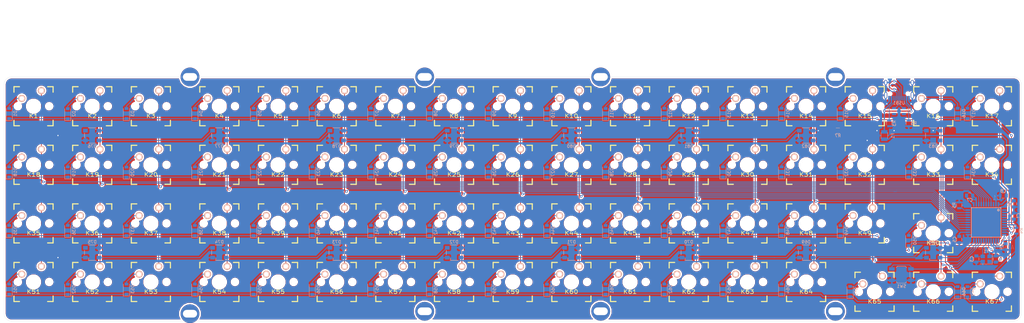
<source format=kicad_pcb>
(kicad_pcb (version 20171130) (host pcbnew "(6.0.0-rc1-dev-577-ge0316af69)")
  (title_block (title orthonaut-southpaw) (date 2020-02-09) (rev v3) (company u/lizardsticks))
  (layers (0 F.Cu signal) (31 B.Cu signal) (34 B.Paste user) (35 F.Paste user) (36 B.SilkS user) (37 F.SilkS user) (38 B.Mask user) (39 F.Mask user) (44 Edge.Cuts user))
  (net 0 "")
  (net 1 "Net-(D1-Pad2)")
  (net 2 "Net-(D2-Pad2)")
  (net 3 "Net-(D3-Pad2)")
  (net 4 "Net-(D4-Pad2)")
  (net 5 "Net-(D5-Pad2)")
  (net 6 "Net-(D6-Pad2)")
  (net 7 "Net-(D7-Pad2)")
  (net 8 "Net-(D8-Pad2)")
  (net 9 "Net-(D9-Pad2)")
  (net 10 "Net-(D10-Pad2)")
  (net 11 "Net-(D11-Pad2)")
  (net 12 "Net-(D12-Pad2)")
  (net 13 "Net-(D13-Pad2)")
  (net 14 "Net-(D14-Pad2)")
  (net 15 "Net-(D15-Pad2)")
  (net 16 "Net-(D16-Pad2)")
  (net 17 "Net-(D17-Pad2)")
  (net 18 "Net-(D18-Pad2)")
  (net 19 "Net-(D19-Pad2)")
  (net 20 "Net-(D20-Pad2)")
  (net 21 "Net-(D21-Pad2)")
  (net 22 "Net-(D22-Pad2)")
  (net 23 "Net-(D23-Pad2)")
  (net 24 "Net-(D24-Pad2)")
  (net 25 "Net-(D25-Pad2)")
  (net 26 "Net-(D26-Pad2)")
  (net 27 "Net-(D27-Pad2)")
  (net 28 "Net-(D28-Pad2)")
  (net 29 "Net-(D29-Pad2)")
  (net 30 "Net-(D30-Pad2)")
  (net 31 "Net-(D31-Pad2)")
  (net 32 "Net-(D32-Pad2)")
  (net 33 "Net-(D33-Pad2)")
  (net 34 "Net-(D34-Pad2)")
  (net 35 "Net-(D35-Pad2)")
  (net 36 "Net-(D36-Pad2)")
  (net 37 "Net-(D37-Pad2)")
  (net 38 "Net-(D38-Pad2)")
  (net 39 "Net-(D39-Pad2)")
  (net 40 "Net-(D40-Pad2)")
  (net 41 "Net-(D41-Pad2)")
  (net 42 "Net-(D42-Pad2)")
  (net 43 "Net-(D43-Pad2)")
  (net 44 "Net-(D44-Pad2)")
  (net 45 "Net-(D45-Pad2)")
  (net 46 "Net-(D46-Pad2)")
  (net 47 "Net-(D47-Pad2)")
  (net 48 "Net-(D48-Pad2)")
  (net 49 "Net-(D49-Pad2)")
  (net 50 "Net-(D50-Pad2)")
  (net 51 "Net-(D51-Pad2)")
  (net 52 "Net-(D52-Pad2)")
  (net 53 "Net-(D53-Pad2)")
  (net 54 "Net-(D54-Pad2)")
  (net 55 "Net-(D55-Pad2)")
  (net 56 "Net-(D56-Pad2)")
  (net 57 "Net-(D57-Pad2)")
  (net 58 "Net-(D58-Pad2)")
  (net 59 "Net-(D59-Pad2)")
  (net 60 "Net-(D60-Pad2)")
  (net 61 "Net-(D61-Pad2)")
  (net 62 "Net-(D62-Pad2)")
  (net 63 "Net-(D63-Pad2)")
  (net 64 "Net-(D64-Pad2)")
  (net 65 GND)
  (net 66 VCC)
  (net 67 "Net-(D65-Pad2)")
  (net 68 "Net-(D66-Pad2)")
  (net 69 "Net-(D67-Pad2)")
  (net 70 "Net-(D68-Pad2)")
  (net 71 "Net-(D69-Pad2)")
  (net 72 "Net-(D70-Pad2)")
  (net 73 "Net-(D71-Pad2)")
  (net 74 "Net-(D72-Pad2)")
  (net 75 "Net-(D73-Pad2)")
  (net 76 "Net-(D74-Pad2)")
  (net 77 "Net-(D75-Pad2)")
  (net 78 "Net-(D76-Pad2)")
  (net 79 "Net-(D77-Pad2)")
  (net 80 "Net-(D81-Pad2)")
  (net 81 "Net-(C1-Pad1)")
  (net 82 "Net-(C2-Pad1)")
  (net 83 "Net-(C3-Pad1)")
  (net 84 +5V)
  (net 85 row0)
  (net 86 row1)
  (net 87 row2)
  (net 88 row3)
  (net 89 "Net-(D78-Pad2)")
  (net 90 "Net-(D79-Pad2)")
  (net 91 "Net-(D80-Pad2)")
  (net 92 "Net-(D82-Pad2)")
  (net 93 "Net-(D83-Pad2)")
  (net 94 col0)
  (net 95 col1)
  (net 96 col2)
  (net 97 col3)
  (net 98 col4)
  (net 99 col5)
  (net 100 col6)
  (net 101 col7)
  (net 102 col8)
  (net 103 col9)
  (net 104 col10)
  (net 105 col11)
  (net 106 col12)
  (net 107 col13)
  (net 108 col14)
  (net 109 col15)
  (net 110 col16)
  (net 111 "Net-(R1-Pad1)")
  (net 112 DMinus)
  (net 113 DPlus)
  (net 114 "Net-(R2-Pad2)")
  (net 115 "Net-(R3-Pad2)")
  (net 116 "Net-(R4-Pad1)")
  (net 117 "Net-(R5-Pad2)")
  (net 118 "Net-(R6-Pad2)")
  (net 119 "Net-(U1-Pad42)")
  (net 120 "Net-(U1-Pad18)")
  (net 121 "Net-(U1-Pad12)")
  (net 122 "Net-(U1-Pad1)")
  (net 123 "Net-(USB1-Pad3)")
  (net 124 "Net-(USB1-Pad9)")
  (net 125 RGB)
  (net 126 "Net-(R7-Pad1)")
  (module Resistors_SMD:R_0805 (layer B.Cu) (at 315.9125 73.81875)
    (fp_text reference R7 (at 0 1.65) (layer B.SilkS) (effects (justify mirror)))
    (fp_text value 50)
    (pad 1 smd rect (at -0.95 0) (size 0.7 1.3) (layers B.Cu B.Paste B.Mask) (net 126 "Net-(R7-Pad1)"))
    (pad 2 smd rect (at 0.95 0) (size 0.7 1.3) (layers B.Cu B.Paste B.Mask) (net 125 RGB))
  )
  (module keyboard_parts:Poker_oval_hole (layer F.Cu) (at 105.56875 56.35625)
    (fp_text reference H8 hide)
    (fp_text value Hole hide)
    (pad "" thru_hole circle (at 0 0) (size 6.1 6.1) (drill oval 4.6 2.5) (layers *.Cu *.Mask))
  )
  (module keyboard_parts:Poker_oval_hole (layer F.Cu) (at 181.76875 56.35625)
    (fp_text reference H5 hide)
    (fp_text value Hole hide)
    (pad "" thru_hole circle (at 0 0) (size 6.1 6.1) (drill oval 4.6 2.5) (layers *.Cu *.Mask))
  )
  (module canadian_footprints:SW_TACT_ALPS_SKQGABE010 (layer B.Cu) (at 336.55 120.65)
    (fp_text reference SW1 (at 0 3.75) (layer B.SilkS) (effects (justify mirror)))
    (fp_text value SW_PUSH)
    (pad 2 smd rect (at 3.1 -1.85) (size 1.8 1.1) (layers B.Cu B.Paste B.Mask) (net 116 "Net-(R4-Pad1)"))
    (pad 2 smd rect (at -3.1 -1.85) (size 1.8 1.1) (layers B.Cu B.Paste B.Mask) (net 116 "Net-(R4-Pad1)"))
    (pad 1 smd rect (at 3.1 1.85) (size 1.8 1.1) (layers B.Cu B.Paste B.Mask) (net 65 GND))
    (pad 1 smd rect (at -3.1 1.85) (size 1.8 1.1) (layers B.Cu B.Paste B.Mask) (net 65 GND))
  )
  (module keyboard_parts:Poker_oval_hole (layer F.Cu) (at 181.76875 132.55625)
    (fp_text reference H7 hide)
    (fp_text value Hole hide)
    (pad "" thru_hole circle (at 0 0) (size 6.1 6.1) (drill oval 4.6 2.5) (layers *.Cu *.Mask))
  )
  (module keyboard_parts:Poker_oval_hole (layer F.Cu) (at 315.11875 132.55625)
    (fp_text reference H6 hide)
    (fp_text value Hole hide)
    (pad "" thru_hole circle (at 0 0) (size 6.1 6.1) (drill oval 4.6 2.5) (layers *.Cu *.Mask))
  )
  (module keyboard_parts:Poker_oval_hole (layer F.Cu) (at 315.11875 56.35625)
    (fp_text reference H4 hide)
    (fp_text value Hole hide)
    (pad "" thru_hole circle (at 0 0) (size 6.1 6.1) (drill oval 4.6 2.5) (layers *.Cu *.Mask))
  )
  (module keyboard_parts:Poker_oval_hole (layer F.Cu) (at 238.91875 132.55625)
    (fp_text reference H3 hide)
    (fp_text value Hole hide)
    (pad "" thru_hole circle (at 0 0) (size 6.1 6.1) (drill oval 4.6 2.5) (layers *.Cu *.Mask))
  )
  (module keyboard_parts:Poker_oval_hole (layer F.Cu) (at 105.56875 133.35)
    (fp_text reference H2 hide)
    (fp_text value Hole hide)
    (pad "" thru_hole circle (at 0 0) (size 6.1 6.1) (drill oval 4.6 2.5) (layers *.Cu *.Mask))
  )
  (module keyboard_parts:Poker_oval_hole (layer F.Cu) (at 238.91875 56.35625)
    (fp_text reference H1 hide)
    (fp_text value Hole hide)
    (pad "" thru_hole circle (at 0 0) (size 6.1 6.1) (drill oval 4.6 2.5) (layers *.Cu *.Mask))
  )
  (module Crystals:Crystal_SMD_3225-4pin_3.2x2.5mm (layer B.Cu) (at 364.040315 115.556293 180)
    (fp_text reference Y1 (at 0 2.45 180) (layer B.SilkS) (effects (justify mirror)))
    (fp_text value 16MHz)
    (pad 1 smd rect (at -1.1 -0.85 180) (size 1.4 1.2) (layers B.Cu B.Paste B.Mask) (net 82 "Net-(C2-Pad1)"))
    (pad 2 smd rect (at 1.1 -0.85 180) (size 1.4 1.2) (layers B.Cu B.Paste B.Mask) (net 65 GND))
    (pad 3 smd rect (at 1.1 0.85 180) (size 1.4 1.2) (layers B.Cu B.Paste B.Mask) (net 83 "Net-(C3-Pad1)"))
    (pad 4 smd rect (at -1.1 0.85 180) (size 1.4 1.2) (layers B.Cu B.Paste B.Mask) (net 65 GND))
  )
  (module Keebio-Parts:HRO-TYPE-C-31-M-12-Assembly (layer B.Cu) (at 335.75625 55.5625)
    (fp_text reference USB1 (at 0 9.25) (layer B.SilkS) (effects (justify mirror)))
    (fp_text value HRO-TYPE-C-31-M-12)
    (pad 12 smd rect (at 3.225 7.695) (size 0.6 1.45) (layers B.Cu B.Paste B.Mask) (net 65 GND))
    (pad 1 smd rect (at -3.225 7.695) (size 0.6 1.45) (layers B.Cu B.Paste B.Mask) (net 65 GND))
    (pad 11 smd rect (at 2.45 7.695) (size 0.6 1.45) (layers B.Cu B.Paste B.Mask) (net 66 VCC))
    (pad 2 smd rect (at -2.45 7.695) (size 0.6 1.45) (layers B.Cu B.Paste B.Mask) (net 66 VCC))
    (pad 3 smd rect (at -1.75 7.695) (size 0.3 1.45) (layers B.Cu B.Paste B.Mask) (net 123 "Net-(USB1-Pad3)"))
    (pad 10 smd rect (at 1.75 7.695) (size 0.3 1.45) (layers B.Cu B.Paste B.Mask) (net 118 "Net-(R6-Pad2)"))
    (pad 4 smd rect (at -1.25 7.695) (size 0.3 1.45) (layers B.Cu B.Paste B.Mask) (net 115 "Net-(R3-Pad2)"))
    (pad 9 smd rect (at 1.25 7.695) (size 0.3 1.45) (layers B.Cu B.Paste B.Mask) (net 124 "Net-(USB1-Pad9)"))
    (pad 5 smd rect (at -0.75 7.695) (size 0.3 1.45) (layers B.Cu B.Paste B.Mask) (net 112 DMinus))
    (pad 8 smd rect (at 0.75 7.695) (size 0.3 1.45) (layers B.Cu B.Paste B.Mask) (net 113 DPlus))
    (pad 7 smd rect (at 0.25 7.695) (size 0.3 1.45) (layers B.Cu B.Paste B.Mask) (net 112 DMinus))
    (pad 6 smd rect (at -0.25 7.695) (size 0.3 1.45) (layers B.Cu B.Paste B.Mask) (net 113 DPlus))
    (pad "" np_thru_hole circle (at 2.89 6.25) (size 0.65 0.65) (drill 0.65) (layers *.Cu *.Mask))
    (pad "" np_thru_hole circle (at -2.89 6.25) (size 0.65 0.65) (drill 0.65) (layers *.Cu *.Mask))
    (pad 13 thru_hole oval (at -4.32 6.78) (size 1 2.1) (drill oval 0.6 1.7) (layers *.Cu *.Mask) (net 65 GND))
    (pad 13 thru_hole oval (at 4.32 6.78) (size 1 2.1) (drill oval 0.6 1.7) (layers *.Cu *.Mask) (net 65 GND))
    (pad 13 thru_hole oval (at -4.32 2.6) (size 1 1.6) (drill oval 0.6 1.2) (layers *.Cu *.Mask) (net 65 GND))
    (pad 13 thru_hole oval (at 4.32 2.6) (size 1 1.6) (drill oval 0.6 1.2) (layers *.Cu *.Mask) (net 65 GND))
  )
  (module Keebio-Parts:ATMEGA32U4-AU (layer B.Cu) (at 364.040315 103.650043 180)
    (fp_text reference U1 (at -3.474 8.014 180) (layer B.SilkS) (effects (font (size 1.4 1.4) (thickness 0.05)) (justify mirror)))
    (fp_text value ATMEGA32U4 (at -2.55 -8.1261 180) (layer B.SilkS) (effects (font (size 1.4 1.4) (thickness 0.05)) (justify mirror)))
    (pad 44 smd rect (at -4 5.9 180) (size 0.5 1.5) (layers B.Cu B.Paste B.Mask) (net 84 +5V))
    (pad 43 smd rect (at -3.2 5.9 180) (size 0.5 1.5) (layers B.Cu B.Paste B.Mask) (net 65 GND))
    (pad 42 smd rect (at -2.4 5.9 180) (size 0.5 1.5) (layers B.Cu B.Paste B.Mask) (net 119 "Net-(U1-Pad42)"))
    (pad 41 smd rect (at -1.6 5.9 180) (size 0.5 1.5) (layers B.Cu B.Paste B.Mask) (net 94 col0))
    (pad 40 smd rect (at -0.8 5.9 180) (size 0.5 1.5) (layers B.Cu B.Paste B.Mask) (net 95 col1))
    (pad 39 smd rect (at 0 5.9 180) (size 0.5 1.5) (layers B.Cu B.Paste B.Mask) (net 96 col2))
    (pad 38 smd rect (at 0.8 5.9 180) (size 0.5 1.5) (layers B.Cu B.Paste B.Mask) (net 97 col3))
    (pad 37 smd rect (at 1.6 5.9 180) (size 0.5 1.5) (layers B.Cu B.Paste B.Mask) (net 98 col4))
    (pad 36 smd rect (at 2.4 5.9 180) (size 0.5 1.5) (layers B.Cu B.Paste B.Mask) (net 99 col5))
    (pad 35 smd rect (at 3.2 5.9 180) (size 0.5 1.5) (layers B.Cu B.Paste B.Mask) (net 65 GND))
    (pad 34 smd rect (at 4 5.9 180) (size 0.5 1.5) (layers B.Cu B.Paste B.Mask) (net 84 +5V))
    (pad 33 smd rect (at 5.9 4 180) (size 1.5 0.5) (layers B.Cu B.Paste B.Mask) (net 117 "Net-(R5-Pad2)"))
    (pad 32 smd rect (at 5.9 3.2 180) (size 1.5 0.5) (layers B.Cu B.Paste B.Mask) (net 100 col6))
    (pad 31 smd rect (at 5.9 2.4 180) (size 1.5 0.5) (layers B.Cu B.Paste B.Mask) (net 101 col7))
    (pad 30 smd rect (at 5.9 1.6 180) (size 1.5 0.5) (layers B.Cu B.Paste B.Mask) (net 102 col8))
    (pad 29 smd rect (at 5.9 0.8 180) (size 1.5 0.5) (layers B.Cu B.Paste B.Mask) (net 103 col9))
    (pad 28 smd rect (at 5.9 0 180) (size 1.5 0.5) (layers B.Cu B.Paste B.Mask) (net 104 col10))
    (pad 27 smd rect (at 5.9 -0.8 180) (size 1.5 0.5) (layers B.Cu B.Paste B.Mask) (net 105 col11))
    (pad 26 smd rect (at 5.9 -1.6 180) (size 1.5 0.5) (layers B.Cu B.Paste B.Mask) (net 106 col12))
    (pad 25 smd rect (at 5.9 -2.4 180) (size 1.5 0.5) (layers B.Cu B.Paste B.Mask) (net 107 col13))
    (pad 24 smd rect (at 5.9 -3.2 180) (size 1.5 0.5) (layers B.Cu B.Paste B.Mask) (net 84 +5V))
    (pad 23 smd rect (at 5.9 -4 180) (size 1.5 0.5) (layers B.Cu B.Paste B.Mask) (net 65 GND))
    (pad 22 smd rect (at 4 -5.9 180) (size 0.5 1.5) (layers B.Cu B.Paste B.Mask) (net 126 "Net-(R7-Pad1)"))
    (pad 21 smd rect (at 3.2 -5.9 180) (size 0.5 1.5) (layers B.Cu B.Paste B.Mask) (net 108 col14))
    (pad 20 smd rect (at 2.4 -5.9 180) (size 0.5 1.5) (layers B.Cu B.Paste B.Mask) (net 109 col15))
    (pad 19 smd rect (at 1.6 -5.9 180) (size 0.5 1.5) (layers B.Cu B.Paste B.Mask) (net 110 col16))
    (pad 18 smd rect (at 0.8 -5.9 180) (size 0.5 1.5) (layers B.Cu B.Paste B.Mask) (net 120 "Net-(U1-Pad18)"))
    (pad 17 smd rect (at 0 -5.9 180) (size 0.5 1.5) (layers B.Cu B.Paste B.Mask) (net 83 "Net-(C3-Pad1)"))
    (pad 16 smd rect (at -0.8 -5.9 180) (size 0.5 1.5) (layers B.Cu B.Paste B.Mask) (net 82 "Net-(C2-Pad1)"))
    (pad 15 smd rect (at -1.6 -5.9 180) (size 0.5 1.5) (layers B.Cu B.Paste B.Mask) (net 65 GND))
    (pad 14 smd rect (at -2.4 -5.9 180) (size 0.5 1.5) (layers B.Cu B.Paste B.Mask) (net 84 +5V))
    (pad 13 smd rect (at -3.2 -5.9 180) (size 0.5 1.5) (layers B.Cu B.Paste B.Mask) (net 116 "Net-(R4-Pad1)"))
    (pad 12 smd rect (at -4 -5.9 180) (size 0.5 1.5) (layers B.Cu B.Paste B.Mask) (net 121 "Net-(U1-Pad12)"))
    (pad 11 smd rect (at -5.9 -4 180) (size 1.5 0.5) (layers B.Cu B.Paste B.Mask) (net 87 row2))
    (pad 10 smd rect (at -5.9 -3.2 180) (size 1.5 0.5) (layers B.Cu B.Paste B.Mask) (net 88 row3))
    (pad 9 smd rect (at -5.9 -2.4 180) (size 1.5 0.5) (layers B.Cu B.Paste B.Mask) (net 85 row0))
    (pad 8 smd rect (at -5.9 -1.6 180) (size 1.5 0.5) (layers B.Cu B.Paste B.Mask) (net 86 row1))
    (pad 7 smd rect (at -5.9 -0.8 180) (size 1.5 0.5) (layers B.Cu B.Paste B.Mask) (net 84 +5V))
    (pad 6 smd rect (at -5.9 0 180) (size 1.5 0.5) (layers B.Cu B.Paste B.Mask) (net 81 "Net-(C1-Pad1)"))
    (pad 5 smd rect (at -5.9 0.8 180) (size 1.5 0.5) (layers B.Cu B.Paste B.Mask) (net 65 GND))
    (pad 4 smd rect (at -5.9 1.6 180) (size 1.5 0.5) (layers B.Cu B.Paste B.Mask) (net 114 "Net-(R2-Pad2)"))
    (pad 3 smd rect (at -5.9 2.4 180) (size 1.5 0.5) (layers B.Cu B.Paste B.Mask) (net 111 "Net-(R1-Pad1)"))
    (pad 2 smd rect (at -5.9 3.2 180) (size 1.5 0.5) (layers B.Cu B.Paste B.Mask) (net 84 +5V))
    (pad 1 smd rect (at -5.9 4 180) (size 1.5 0.5) (layers B.Cu B.Paste B.Mask) (net 122 "Net-(U1-Pad1)"))
  )
  (module Resistors_SMD:R_0805 (layer B.Cu) (at 338.93125 71.4375 90)
    (fp_text reference R6 (at 0 1.65 180) (layer B.SilkS) (effects (justify mirror)))
    (fp_text value 5.1k)
    (pad 1 smd rect (at -0.95 0 90) (size 0.7 1.3) (layers B.Cu B.Paste B.Mask) (net 65 GND))
    (pad 2 smd rect (at 0.95 0 90) (size 0.7 1.3) (layers B.Cu B.Paste B.Mask) (net 118 "Net-(R6-Pad2)"))
  )
  (module Resistors_SMD:R_0805 (layer B.Cu) (at 355.309065 98.093793 270)
    (fp_text reference R5 (at 0 1.65 270) (layer B.SilkS) (effects (justify mirror)))
    (fp_text value 10k)
    (pad 1 smd rect (at -0.95 0 270) (size 0.7 1.3) (layers B.Cu B.Paste B.Mask) (net 65 GND))
    (pad 2 smd rect (at 0.95 0 270) (size 0.7 1.3) (layers B.Cu B.Paste B.Mask) (net 117 "Net-(R5-Pad2)"))
  )
  (module Resistors_SMD:R_0805 (layer B.Cu) (at 373.85625 106.3625 90)
    (fp_text reference R4 (at 0 1.65 90) (layer B.SilkS) (effects (justify mirror)))
    (fp_text value 10k)
    (pad 1 smd rect (at -0.95 0 90) (size 0.7 1.3) (layers B.Cu B.Paste B.Mask) (net 116 "Net-(R4-Pad1)"))
    (pad 2 smd rect (at 0.95 0 90) (size 0.7 1.3) (layers B.Cu B.Paste B.Mask) (net 84 +5V))
  )
  (module Resistors_SMD:R_0805 (layer B.Cu) (at 332.58125 71.4375 90)
    (fp_text reference R3 (at 0 1.65 90) (layer B.SilkS) (effects (justify mirror)))
    (fp_text value 5.1k)
    (pad 1 smd rect (at -0.95 0 90) (size 0.7 1.3) (layers B.Cu B.Paste B.Mask) (net 65 GND))
    (pad 2 smd rect (at 0.95 0 90) (size 0.7 1.3) (layers B.Cu B.Paste B.Mask) (net 115 "Net-(R3-Pad2)"))
  )
  (module Resistors_SMD:R_0805 (layer B.Cu) (at 334.16875 67.46875 270)
    (fp_text reference R2 (at 0 1.65 270) (layer B.SilkS) (effects (justify mirror)))
    (fp_text value 22)
    (pad 1 smd rect (at -0.95 0 270) (size 0.7 1.3) (layers B.Cu B.Paste B.Mask) (net 113 DPlus))
    (pad 2 smd rect (at 0.95 0 270) (size 0.7 1.3) (layers B.Cu B.Paste B.Mask) (net 114 "Net-(R2-Pad2)"))
  )
  (module Resistors_SMD:R_0805 (layer B.Cu) (at 337.34375 67.46875 90)
    (fp_text reference R1 (at 0 1.65 90) (layer B.SilkS) (effects (justify mirror)))
    (fp_text value 22)
    (pad 1 smd rect (at -0.95 0 90) (size 0.7 1.3) (layers B.Cu B.Paste B.Mask) (net 111 "Net-(R1-Pad1)"))
    (pad 2 smd rect (at 0.95 0 90) (size 0.7 1.3) (layers B.Cu B.Paste B.Mask) (net 112 DMinus))
  )
  (module Keebio-Parts:MX_PCB_100H (layer F.Cu) (at 365.91875 126.20625)
    (fp_text reference K67 (at 0 3.175) (layer F.SilkS) (effects (font (size 1.27 1.524) (thickness 0.2032))))
    (fp_text value Right hide)
    (pad HOLE np_thru_hole circle (at 5.08 0) (size 1.8 1.8) (drill 1.8) (layers *.Cu))
    (pad HOLE np_thru_hole circle (at -5.08 0) (size 1.8 1.8) (drill 1.8) (layers *.Cu))
    (pad HOLE np_thru_hole circle (at 0 0) (size 3.9878 3.9878) (drill 3.9878) (layers *.Cu))
    (pad 2 thru_hole circle (at -3.81 -2.54) (size 2.286 2.286) (drill 1.4986) (layers *.Cu *.SilkS *.Mask) (net 69 "Net-(D67-Pad2)"))
    (pad 1 thru_hole circle (at 2.54 -5.08) (size 2.286 2.286) (drill 1.4986) (layers *.Cu *.SilkS *.Mask) (net 110 col16))
  )
  (module Keebio-Parts:MX_PCB_100H (layer F.Cu) (at 346.86875 126.20625)
    (fp_text reference K66 (at 0 3.175) (layer F.SilkS) (effects (font (size 1.27 1.524) (thickness 0.2032))))
    (fp_text value Down hide)
    (pad HOLE np_thru_hole circle (at 5.08 0) (size 1.8 1.8) (drill 1.8) (layers *.Cu))
    (pad HOLE np_thru_hole circle (at -5.08 0) (size 1.8 1.8) (drill 1.8) (layers *.Cu))
    (pad HOLE np_thru_hole circle (at 0 0) (size 3.9878 3.9878) (drill 3.9878) (layers *.Cu))
    (pad 2 thru_hole circle (at -3.81 -2.54) (size 2.286 2.286) (drill 1.4986) (layers *.Cu *.SilkS *.Mask) (net 68 "Net-(D66-Pad2)"))
    (pad 1 thru_hole circle (at 2.54 -5.08) (size 2.286 2.286) (drill 1.4986) (layers *.Cu *.SilkS *.Mask) (net 109 col15))
  )
  (module Keebio-Parts:MX_PCB_100H (layer F.Cu) (at 327.81875 126.20625)
    (fp_text reference K65 (at 0 3.175) (layer F.SilkS) (effects (font (size 1.27 1.524) (thickness 0.2032))))
    (fp_text value Left hide)
    (pad HOLE np_thru_hole circle (at 5.08 0) (size 1.8 1.8) (drill 1.8) (layers *.Cu))
    (pad HOLE np_thru_hole circle (at -5.08 0) (size 1.8 1.8) (drill 1.8) (layers *.Cu))
    (pad HOLE np_thru_hole circle (at 0 0) (size 3.9878 3.9878) (drill 3.9878) (layers *.Cu))
    (pad 2 thru_hole circle (at -3.81 -2.54) (size 2.286 2.286) (drill 1.4986) (layers *.Cu *.SilkS *.Mask) (net 67 "Net-(D65-Pad2)"))
    (pad 1 thru_hole circle (at 2.54 -5.08) (size 2.286 2.286) (drill 1.4986) (layers *.Cu *.SilkS *.Mask) (net 108 col14))
  )
  (module Keebio-Parts:MX_PCB_100H (layer F.Cu) (at 305.59375 123.03125)
    (fp_text reference K64 (at 0 3.175) (layer F.SilkS) (effects (font (size 1.27 1.524) (thickness 0.2032))))
    (fp_text value Fn hide)
    (pad HOLE np_thru_hole circle (at 5.08 0) (size 1.8 1.8) (drill 1.8) (layers *.Cu))
    (pad HOLE np_thru_hole circle (at -5.08 0) (size 1.8 1.8) (drill 1.8) (layers *.Cu))
    (pad HOLE np_thru_hole circle (at 0 0) (size 3.9878 3.9878) (drill 3.9878) (layers *.Cu))
    (pad 2 thru_hole circle (at -3.81 -2.54) (size 2.286 2.286) (drill 1.4986) (layers *.Cu *.SilkS *.Mask) (net 64 "Net-(D64-Pad2)"))
    (pad 1 thru_hole circle (at 2.54 -5.08) (size 2.286 2.286) (drill 1.4986) (layers *.Cu *.SilkS *.Mask) (net 107 col13))
  )
  (module Keebio-Parts:MX_PCB_100H (layer F.Cu) (at 286.54375 123.03125)
    (fp_text reference K63 (at 0 3.175) (layer F.SilkS) (effects (font (size 1.27 1.524) (thickness 0.2032))))
    (fp_text value R_Alt hide)
    (pad HOLE np_thru_hole circle (at 5.08 0) (size 1.8 1.8) (drill 1.8) (layers *.Cu))
    (pad HOLE np_thru_hole circle (at -5.08 0) (size 1.8 1.8) (drill 1.8) (layers *.Cu))
    (pad HOLE np_thru_hole circle (at 0 0) (size 3.9878 3.9878) (drill 3.9878) (layers *.Cu))
    (pad 2 thru_hole circle (at -3.81 -2.54) (size 2.286 2.286) (drill 1.4986) (layers *.Cu *.SilkS *.Mask) (net 63 "Net-(D63-Pad2)"))
    (pad 1 thru_hole circle (at 2.54 -5.08) (size 2.286 2.286) (drill 1.4986) (layers *.Cu *.SilkS *.Mask) (net 106 col12))
  )
  (module Keebio-Parts:MX_PCB_100H (layer F.Cu) (at 267.49375 123.03125)
    (fp_text reference K62 (at 0 3.175) (layer F.SilkS) (effects (font (size 1.27 1.524) (thickness 0.2032))))
    (fp_text value Raise hide)
    (pad HOLE np_thru_hole circle (at 5.08 0) (size 1.8 1.8) (drill 1.8) (layers *.Cu))
    (pad HOLE np_thru_hole circle (at -5.08 0) (size 1.8 1.8) (drill 1.8) (layers *.Cu))
    (pad HOLE np_thru_hole circle (at 0 0) (size 3.9878 3.9878) (drill 3.9878) (layers *.Cu))
    (pad 2 thru_hole circle (at -3.81 -2.54) (size 2.286 2.286) (drill 1.4986) (layers *.Cu *.SilkS *.Mask) (net 62 "Net-(D62-Pad2)"))
    (pad 1 thru_hole circle (at 2.54 -5.08) (size 2.286 2.286) (drill 1.4986) (layers *.Cu *.SilkS *.Mask) (net 105 col11))
  )
  (module Keebio-Parts:MX_PCB_100H (layer F.Cu) (at 248.44375 123.03125)
    (fp_text reference K61 (at 0 3.175) (layer F.SilkS) (effects (font (size 1.27 1.524) (thickness 0.2032))))
    (fp_text value Enter hide)
    (pad HOLE np_thru_hole circle (at 5.08 0) (size 1.8 1.8) (drill 1.8) (layers *.Cu))
    (pad HOLE np_thru_hole circle (at -5.08 0) (size 1.8 1.8) (drill 1.8) (layers *.Cu))
    (pad HOLE np_thru_hole circle (at 0 0) (size 3.9878 3.9878) (drill 3.9878) (layers *.Cu))
    (pad 2 thru_hole circle (at -3.81 -2.54) (size 2.286 2.286) (drill 1.4986) (layers *.Cu *.SilkS *.Mask) (net 61 "Net-(D61-Pad2)"))
    (pad 1 thru_hole circle (at 2.54 -5.08) (size 2.286 2.286) (drill 1.4986) (layers *.Cu *.SilkS *.Mask) (net 104 col10))
  )
  (module Keebio-Parts:MX_PCB_100H (layer F.Cu) (at 229.39375 123.03125)
    (fp_text reference K60 (at 0 3.175) (layer F.SilkS) (effects (font (size 1.27 1.524) (thickness 0.2032))))
    (fp_text value InnerEnter hide)
    (pad HOLE np_thru_hole circle (at 5.08 0) (size 1.8 1.8) (drill 1.8) (layers *.Cu))
    (pad HOLE np_thru_hole circle (at -5.08 0) (size 1.8 1.8) (drill 1.8) (layers *.Cu))
    (pad HOLE np_thru_hole circle (at 0 0) (size 3.9878 3.9878) (drill 3.9878) (layers *.Cu))
    (pad 2 thru_hole circle (at -3.81 -2.54) (size 2.286 2.286) (drill 1.4986) (layers *.Cu *.SilkS *.Mask) (net 60 "Net-(D60-Pad2)"))
    (pad 1 thru_hole circle (at 2.54 -5.08) (size 2.286 2.286) (drill 1.4986) (layers *.Cu *.SilkS *.Mask) (net 103 col9))
  )
  (module Keebio-Parts:MX_PCB_100H (layer F.Cu) (at 210.34375 123.03125)
    (fp_text reference K59 (at 0 3.175) (layer F.SilkS) (effects (font (size 1.27 1.524) (thickness 0.2032))))
    (fp_text value InnerSpace hide)
    (pad HOLE np_thru_hole circle (at 5.08 0) (size 1.8 1.8) (drill 1.8) (layers *.Cu))
    (pad HOLE np_thru_hole circle (at -5.08 0) (size 1.8 1.8) (drill 1.8) (layers *.Cu))
    (pad HOLE np_thru_hole circle (at 0 0) (size 3.9878 3.9878) (drill 3.9878) (layers *.Cu))
    (pad 2 thru_hole circle (at -3.81 -2.54) (size 2.286 2.286) (drill 1.4986) (layers *.Cu *.SilkS *.Mask) (net 59 "Net-(D59-Pad2)"))
    (pad 1 thru_hole circle (at 2.54 -5.08) (size 2.286 2.286) (drill 1.4986) (layers *.Cu *.SilkS *.Mask) (net 102 col8))
  )
  (module Keebio-Parts:MX_PCB_100H (layer F.Cu) (at 191.29375 123.03125)
    (fp_text reference K58 (at 0 3.175) (layer F.SilkS) (effects (font (size 1.27 1.524) (thickness 0.2032))))
    (fp_text value Space hide)
    (pad HOLE np_thru_hole circle (at 5.08 0) (size 1.8 1.8) (drill 1.8) (layers *.Cu))
    (pad HOLE np_thru_hole circle (at -5.08 0) (size 1.8 1.8) (drill 1.8) (layers *.Cu))
    (pad HOLE np_thru_hole circle (at 0 0) (size 3.9878 3.9878) (drill 3.9878) (layers *.Cu))
    (pad 2 thru_hole circle (at -3.81 -2.54) (size 2.286 2.286) (drill 1.4986) (layers *.Cu *.SilkS *.Mask) (net 58 "Net-(D58-Pad2)"))
    (pad 1 thru_hole circle (at 2.54 -5.08) (size 2.286 2.286) (drill 1.4986) (layers *.Cu *.SilkS *.Mask) (net 101 col7))
  )
  (module Keebio-Parts:MX_PCB_100H (layer F.Cu) (at 172.24375 123.03125)
    (fp_text reference K57 (at 0 3.175) (layer F.SilkS) (effects (font (size 1.27 1.524) (thickness 0.2032))))
    (fp_text value Lower hide)
    (pad HOLE np_thru_hole circle (at 5.08 0) (size 1.8 1.8) (drill 1.8) (layers *.Cu))
    (pad HOLE np_thru_hole circle (at -5.08 0) (size 1.8 1.8) (drill 1.8) (layers *.Cu))
    (pad HOLE np_thru_hole circle (at 0 0) (size 3.9878 3.9878) (drill 3.9878) (layers *.Cu))
    (pad 2 thru_hole circle (at -3.81 -2.54) (size 2.286 2.286) (drill 1.4986) (layers *.Cu *.SilkS *.Mask) (net 57 "Net-(D57-Pad2)"))
    (pad 1 thru_hole circle (at 2.54 -5.08) (size 2.286 2.286) (drill 1.4986) (layers *.Cu *.SilkS *.Mask) (net 100 col6))
  )
  (module Keebio-Parts:MX_PCB_100H (layer F.Cu) (at 153.19375 123.03125)
    (fp_text reference K56 (at 0 3.175) (layer F.SilkS) (effects (font (size 1.27 1.524) (thickness 0.2032))))
    (fp_text value L_Alt hide)
    (pad HOLE np_thru_hole circle (at 5.08 0) (size 1.8 1.8) (drill 1.8) (layers *.Cu))
    (pad HOLE np_thru_hole circle (at -5.08 0) (size 1.8 1.8) (drill 1.8) (layers *.Cu))
    (pad HOLE np_thru_hole circle (at 0 0) (size 3.9878 3.9878) (drill 3.9878) (layers *.Cu))
    (pad 2 thru_hole circle (at -3.81 -2.54) (size 2.286 2.286) (drill 1.4986) (layers *.Cu *.SilkS *.Mask) (net 56 "Net-(D56-Pad2)"))
    (pad 1 thru_hole circle (at 2.54 -5.08) (size 2.286 2.286) (drill 1.4986) (layers *.Cu *.SilkS *.Mask) (net 99 col5))
  )
  (module Keebio-Parts:MX_PCB_100H (layer F.Cu) (at 134.14375 123.03125)
    (fp_text reference K55 (at 0 3.175) (layer F.SilkS) (effects (font (size 1.27 1.524) (thickness 0.2032))))
    (fp_text value Win hide)
    (pad HOLE np_thru_hole circle (at 5.08 0) (size 1.8 1.8) (drill 1.8) (layers *.Cu))
    (pad HOLE np_thru_hole circle (at -5.08 0) (size 1.8 1.8) (drill 1.8) (layers *.Cu))
    (pad HOLE np_thru_hole circle (at 0 0) (size 3.9878 3.9878) (drill 3.9878) (layers *.Cu))
    (pad 2 thru_hole circle (at -3.81 -2.54) (size 2.286 2.286) (drill 1.4986) (layers *.Cu *.SilkS *.Mask) (net 55 "Net-(D55-Pad2)"))
    (pad 1 thru_hole circle (at 2.54 -5.08) (size 2.286 2.286) (drill 1.4986) (layers *.Cu *.SilkS *.Mask) (net 98 col4))
  )
  (module Keebio-Parts:MX_PCB_100H (layer F.Cu) (at 115.09375 123.03125)
    (fp_text reference K54 (at 0 3.175) (layer F.SilkS) (effects (font (size 1.27 1.524) (thickness 0.2032))))
    (fp_text value L_Ctrl hide)
    (pad HOLE np_thru_hole circle (at 5.08 0) (size 1.8 1.8) (drill 1.8) (layers *.Cu))
    (pad HOLE np_thru_hole circle (at -5.08 0) (size 1.8 1.8) (drill 1.8) (layers *.Cu))
    (pad HOLE np_thru_hole circle (at 0 0) (size 3.9878 3.9878) (drill 3.9878) (layers *.Cu))
    (pad 2 thru_hole circle (at -3.81 -2.54) (size 2.286 2.286) (drill 1.4986) (layers *.Cu *.SilkS *.Mask) (net 54 "Net-(D54-Pad2)"))
    (pad 1 thru_hole circle (at 2.54 -5.08) (size 2.286 2.286) (drill 1.4986) (layers *.Cu *.SilkS *.Mask) (net 97 col3))
  )
  (module Keebio-Parts:MX_PCB_100H (layer F.Cu) (at 92.86875 123.03125)
    (fp_text reference K53 (at 0 3.175) (layer F.SilkS) (effects (font (size 1.27 1.524) (thickness 0.2032))))
    (fp_text value . hide)
    (pad HOLE np_thru_hole circle (at 5.08 0) (size 1.8 1.8) (drill 1.8) (layers *.Cu))
    (pad HOLE np_thru_hole circle (at -5.08 0) (size 1.8 1.8) (drill 1.8) (layers *.Cu))
    (pad HOLE np_thru_hole circle (at 0 0) (size 3.9878 3.9878) (drill 3.9878) (layers *.Cu))
    (pad 2 thru_hole circle (at -3.81 -2.54) (size 2.286 2.286) (drill 1.4986) (layers *.Cu *.SilkS *.Mask) (net 53 "Net-(D53-Pad2)"))
    (pad 1 thru_hole circle (at 2.54 -5.08) (size 2.286 2.286) (drill 1.4986) (layers *.Cu *.SilkS *.Mask) (net 96 col2))
  )
  (module Keebio-Parts:MX_PCB_100H (layer F.Cu) (at 73.81875 123.03125)
    (fp_text reference K52 (at 0 3.175) (layer F.SilkS) (effects (font (size 1.27 1.524) (thickness 0.2032))))
    (fp_text value 00 hide)
    (pad HOLE np_thru_hole circle (at 5.08 0) (size 1.8 1.8) (drill 1.8) (layers *.Cu))
    (pad HOLE np_thru_hole circle (at -5.08 0) (size 1.8 1.8) (drill 1.8) (layers *.Cu))
    (pad HOLE np_thru_hole circle (at 0 0) (size 3.9878 3.9878) (drill 3.9878) (layers *.Cu))
    (pad 2 thru_hole circle (at -3.81 -2.54) (size 2.286 2.286) (drill 1.4986) (layers *.Cu *.SilkS *.Mask) (net 52 "Net-(D52-Pad2)"))
    (pad 1 thru_hole circle (at 2.54 -5.08) (size 2.286 2.286) (drill 1.4986) (layers *.Cu *.SilkS *.Mask) (net 95 col1))
  )
  (module Keebio-Parts:MX_PCB_100H (layer F.Cu) (at 54.76875 123.03125)
    (fp_text reference K51 (at 0 3.175) (layer F.SilkS) (effects (font (size 1.27 1.524) (thickness 0.2032))))
    (fp_text value 0 hide)
    (pad HOLE np_thru_hole circle (at 5.08 0) (size 1.8 1.8) (drill 1.8) (layers *.Cu))
    (pad HOLE np_thru_hole circle (at -5.08 0) (size 1.8 1.8) (drill 1.8) (layers *.Cu))
    (pad HOLE np_thru_hole circle (at 0 0) (size 3.9878 3.9878) (drill 3.9878) (layers *.Cu))
    (pad 2 thru_hole circle (at -3.81 -2.54) (size 2.286 2.286) (drill 1.4986) (layers *.Cu *.SilkS *.Mask) (net 51 "Net-(D51-Pad2)"))
    (pad 1 thru_hole circle (at 2.54 -5.08) (size 2.286 2.286) (drill 1.4986) (layers *.Cu *.SilkS *.Mask) (net 94 col0))
  )
  (module Keebio-Parts:MX_PCB_100H (layer F.Cu) (at 346.86875 107.15625)
    (fp_text reference K50 (at 0 3.175) (layer F.SilkS) (effects (font (size 1.27 1.524) (thickness 0.2032))))
    (fp_text value Up hide)
    (pad HOLE np_thru_hole circle (at 5.08 0) (size 1.8 1.8) (drill 1.8) (layers *.Cu))
    (pad HOLE np_thru_hole circle (at -5.08 0) (size 1.8 1.8) (drill 1.8) (layers *.Cu))
    (pad HOLE np_thru_hole circle (at 0 0) (size 3.9878 3.9878) (drill 3.9878) (layers *.Cu))
    (pad 2 thru_hole circle (at -3.81 -2.54) (size 2.286 2.286) (drill 1.4986) (layers *.Cu *.SilkS *.Mask) (net 50 "Net-(D50-Pad2)"))
    (pad 1 thru_hole circle (at 2.54 -5.08) (size 2.286 2.286) (drill 1.4986) (layers *.Cu *.SilkS *.Mask) (net 109 col15))
  )
  (module Keebio-Parts:MX_PCB_100H (layer F.Cu) (at 324.64375 103.98125)
    (fp_text reference K49 (at 0 3.175) (layer F.SilkS) (effects (font (size 1.27 1.524) (thickness 0.2032))))
    (fp_text value R_Shift hide)
    (pad HOLE np_thru_hole circle (at 5.08 0) (size 1.8 1.8) (drill 1.8) (layers *.Cu))
    (pad HOLE np_thru_hole circle (at -5.08 0) (size 1.8 1.8) (drill 1.8) (layers *.Cu))
    (pad HOLE np_thru_hole circle (at 0 0) (size 3.9878 3.9878) (drill 3.9878) (layers *.Cu))
    (pad 2 thru_hole circle (at -3.81 -2.54) (size 2.286 2.286) (drill 1.4986) (layers *.Cu *.SilkS *.Mask) (net 49 "Net-(D49-Pad2)"))
    (pad 1 thru_hole circle (at 2.54 -5.08) (size 2.286 2.286) (drill 1.4986) (layers *.Cu *.SilkS *.Mask) (net 108 col14))
  )
  (module Keebio-Parts:MX_PCB_100H (layer F.Cu) (at 305.59375 103.98125)
    (fp_text reference K48 (at 0 3.175) (layer F.SilkS) (effects (font (size 1.27 1.524) (thickness 0.2032))))
    (fp_text value / hide)
    (pad HOLE np_thru_hole circle (at 5.08 0) (size 1.8 1.8) (drill 1.8) (layers *.Cu))
    (pad HOLE np_thru_hole circle (at -5.08 0) (size 1.8 1.8) (drill 1.8) (layers *.Cu))
    (pad HOLE np_thru_hole circle (at 0 0) (size 3.9878 3.9878) (drill 3.9878) (layers *.Cu))
    (pad 2 thru_hole circle (at -3.81 -2.54) (size 2.286 2.286) (drill 1.4986) (layers *.Cu *.SilkS *.Mask) (net 48 "Net-(D48-Pad2)"))
    (pad 1 thru_hole circle (at 2.54 -5.08) (size 2.286 2.286) (drill 1.4986) (layers *.Cu *.SilkS *.Mask) (net 107 col13))
  )
  (module Keebio-Parts:MX_PCB_100H (layer F.Cu) (at 286.54375 103.98125)
    (fp_text reference K47 (at 0 3.175) (layer F.SilkS) (effects (font (size 1.27 1.524) (thickness 0.2032))))
    (fp_text value . hide)
    (pad HOLE np_thru_hole circle (at 5.08 0) (size 1.8 1.8) (drill 1.8) (layers *.Cu))
    (pad HOLE np_thru_hole circle (at -5.08 0) (size 1.8 1.8) (drill 1.8) (layers *.Cu))
    (pad HOLE np_thru_hole circle (at 0 0) (size 3.9878 3.9878) (drill 3.9878) (layers *.Cu))
    (pad 2 thru_hole circle (at -3.81 -2.54) (size 2.286 2.286) (drill 1.4986) (layers *.Cu *.SilkS *.Mask) (net 47 "Net-(D47-Pad2)"))
    (pad 1 thru_hole circle (at 2.54 -5.08) (size 2.286 2.286) (drill 1.4986) (layers *.Cu *.SilkS *.Mask) (net 106 col12))
  )
  (module Keebio-Parts:MX_PCB_100H (layer F.Cu) (at 267.49375 103.98125)
    (fp_text reference K46 (at 0 3.175) (layer F.SilkS) (effects (font (size 1.27 1.524) (thickness 0.2032))))
    (fp_text value , hide)
    (pad HOLE np_thru_hole circle (at 5.08 0) (size 1.8 1.8) (drill 1.8) (layers *.Cu))
    (pad HOLE np_thru_hole circle (at -5.08 0) (size 1.8 1.8) (drill 1.8) (layers *.Cu))
    (pad HOLE np_thru_hole circle (at 0 0) (size 3.9878 3.9878) (drill 3.9878) (layers *.Cu))
    (pad 2 thru_hole circle (at -3.81 -2.54) (size 2.286 2.286) (drill 1.4986) (layers *.Cu *.SilkS *.Mask) (net 46 "Net-(D46-Pad2)"))
    (pad 1 thru_hole circle (at 2.54 -5.08) (size 2.286 2.286) (drill 1.4986) (layers *.Cu *.SilkS *.Mask) (net 105 col11))
  )
  (module Keebio-Parts:MX_PCB_100H (layer F.Cu) (at 248.44375 103.98125)
    (fp_text reference K45 (at 0 3.175) (layer F.SilkS) (effects (font (size 1.27 1.524) (thickness 0.2032))))
    (fp_text value M hide)
    (pad HOLE np_thru_hole circle (at 5.08 0) (size 1.8 1.8) (drill 1.8) (layers *.Cu))
    (pad HOLE np_thru_hole circle (at -5.08 0) (size 1.8 1.8) (drill 1.8) (layers *.Cu))
    (pad HOLE np_thru_hole circle (at 0 0) (size 3.9878 3.9878) (drill 3.9878) (layers *.Cu))
    (pad 2 thru_hole circle (at -3.81 -2.54) (size 2.286 2.286) (drill 1.4986) (layers *.Cu *.SilkS *.Mask) (net 45 "Net-(D45-Pad2)"))
    (pad 1 thru_hole circle (at 2.54 -5.08) (size 2.286 2.286) (drill 1.4986) (layers *.Cu *.SilkS *.Mask) (net 104 col10))
  )
  (module Keebio-Parts:MX_PCB_100H (layer F.Cu) (at 229.39375 103.98125)
    (fp_text reference K44 (at 0 3.175) (layer F.SilkS) (effects (font (size 1.27 1.524) (thickness 0.2032))))
    (fp_text value N hide)
    (pad HOLE np_thru_hole circle (at 5.08 0) (size 1.8 1.8) (drill 1.8) (layers *.Cu))
    (pad HOLE np_thru_hole circle (at -5.08 0) (size 1.8 1.8) (drill 1.8) (layers *.Cu))
    (pad HOLE np_thru_hole circle (at 0 0) (size 3.9878 3.9878) (drill 3.9878) (layers *.Cu))
    (pad 2 thru_hole circle (at -3.81 -2.54) (size 2.286 2.286) (drill 1.4986) (layers *.Cu *.SilkS *.Mask) (net 44 "Net-(D44-Pad2)"))
    (pad 1 thru_hole circle (at 2.54 -5.08) (size 2.286 2.286) (drill 1.4986) (layers *.Cu *.SilkS *.Mask) (net 103 col9))
  )
  (module Keebio-Parts:MX_PCB_100H (layer F.Cu) (at 210.34375 103.98125)
    (fp_text reference K43 (at 0 3.175) (layer F.SilkS) (effects (font (size 1.27 1.524) (thickness 0.2032))))
    (fp_text value B hide)
    (pad HOLE np_thru_hole circle (at 5.08 0) (size 1.8 1.8) (drill 1.8) (layers *.Cu))
    (pad HOLE np_thru_hole circle (at -5.08 0) (size 1.8 1.8) (drill 1.8) (layers *.Cu))
    (pad HOLE np_thru_hole circle (at 0 0) (size 3.9878 3.9878) (drill 3.9878) (layers *.Cu))
    (pad 2 thru_hole circle (at -3.81 -2.54) (size 2.286 2.286) (drill 1.4986) (layers *.Cu *.SilkS *.Mask) (net 43 "Net-(D43-Pad2)"))
    (pad 1 thru_hole circle (at 2.54 -5.08) (size 2.286 2.286) (drill 1.4986) (layers *.Cu *.SilkS *.Mask) (net 102 col8))
  )
  (module Keebio-Parts:MX_PCB_100H (layer F.Cu) (at 191.29375 103.98125)
    (fp_text reference K42 (at 0 3.175) (layer F.SilkS) (effects (font (size 1.27 1.524) (thickness 0.2032))))
    (fp_text value V hide)
    (pad HOLE np_thru_hole circle (at 5.08 0) (size 1.8 1.8) (drill 1.8) (layers *.Cu))
    (pad HOLE np_thru_hole circle (at -5.08 0) (size 1.8 1.8) (drill 1.8) (layers *.Cu))
    (pad HOLE np_thru_hole circle (at 0 0) (size 3.9878 3.9878) (drill 3.9878) (layers *.Cu))
    (pad 2 thru_hole circle (at -3.81 -2.54) (size 2.286 2.286) (drill 1.4986) (layers *.Cu *.SilkS *.Mask) (net 42 "Net-(D42-Pad2)"))
    (pad 1 thru_hole circle (at 2.54 -5.08) (size 2.286 2.286) (drill 1.4986) (layers *.Cu *.SilkS *.Mask) (net 101 col7))
  )
  (module Keebio-Parts:MX_PCB_100H (layer F.Cu) (at 172.24375 103.98125)
    (fp_text reference K41 (at 0 3.175) (layer F.SilkS) (effects (font (size 1.27 1.524) (thickness 0.2032))))
    (fp_text value C hide)
    (pad HOLE np_thru_hole circle (at 5.08 0) (size 1.8 1.8) (drill 1.8) (layers *.Cu))
    (pad HOLE np_thru_hole circle (at -5.08 0) (size 1.8 1.8) (drill 1.8) (layers *.Cu))
    (pad HOLE np_thru_hole circle (at 0 0) (size 3.9878 3.9878) (drill 3.9878) (layers *.Cu))
    (pad 2 thru_hole circle (at -3.81 -2.54) (size 2.286 2.286) (drill 1.4986) (layers *.Cu *.SilkS *.Mask) (net 41 "Net-(D41-Pad2)"))
    (pad 1 thru_hole circle (at 2.54 -5.08) (size 2.286 2.286) (drill 1.4986) (layers *.Cu *.SilkS *.Mask) (net 100 col6))
  )
  (module Keebio-Parts:MX_PCB_100H (layer F.Cu) (at 153.19375 103.98125)
    (fp_text reference K40 (at 0 3.175) (layer F.SilkS) (effects (font (size 1.27 1.524) (thickness 0.2032))))
    (fp_text value X hide)
    (pad HOLE np_thru_hole circle (at 5.08 0) (size 1.8 1.8) (drill 1.8) (layers *.Cu))
    (pad HOLE np_thru_hole circle (at -5.08 0) (size 1.8 1.8) (drill 1.8) (layers *.Cu))
    (pad HOLE np_thru_hole circle (at 0 0) (size 3.9878 3.9878) (drill 3.9878) (layers *.Cu))
    (pad 2 thru_hole circle (at -3.81 -2.54) (size 2.286 2.286) (drill 1.4986) (layers *.Cu *.SilkS *.Mask) (net 40 "Net-(D40-Pad2)"))
    (pad 1 thru_hole circle (at 2.54 -5.08) (size 2.286 2.286) (drill 1.4986) (layers *.Cu *.SilkS *.Mask) (net 99 col5))
  )
  (module Keebio-Parts:MX_PCB_100H (layer F.Cu) (at 134.14375 103.98125)
    (fp_text reference K39 (at 0 3.175) (layer F.SilkS) (effects (font (size 1.27 1.524) (thickness 0.2032))))
    (fp_text value Z hide)
    (pad HOLE np_thru_hole circle (at 5.08 0) (size 1.8 1.8) (drill 1.8) (layers *.Cu))
    (pad HOLE np_thru_hole circle (at -5.08 0) (size 1.8 1.8) (drill 1.8) (layers *.Cu))
    (pad HOLE np_thru_hole circle (at 0 0) (size 3.9878 3.9878) (drill 3.9878) (layers *.Cu))
    (pad 2 thru_hole circle (at -3.81 -2.54) (size 2.286 2.286) (drill 1.4986) (layers *.Cu *.SilkS *.Mask) (net 39 "Net-(D39-Pad2)"))
    (pad 1 thru_hole circle (at 2.54 -5.08) (size 2.286 2.286) (drill 1.4986) (layers *.Cu *.SilkS *.Mask) (net 98 col4))
  )
  (module Keebio-Parts:MX_PCB_100H (layer F.Cu) (at 115.09375 103.98125)
    (fp_text reference K38 (at 0 3.175) (layer F.SilkS) (effects (font (size 1.27 1.524) (thickness 0.2032))))
    (fp_text value L_Shift hide)
    (pad HOLE np_thru_hole circle (at 5.08 0) (size 1.8 1.8) (drill 1.8) (layers *.Cu))
    (pad HOLE np_thru_hole circle (at -5.08 0) (size 1.8 1.8) (drill 1.8) (layers *.Cu))
    (pad HOLE np_thru_hole circle (at 0 0) (size 3.9878 3.9878) (drill 3.9878) (layers *.Cu))
    (pad 2 thru_hole circle (at -3.81 -2.54) (size 2.286 2.286) (drill 1.4986) (layers *.Cu *.SilkS *.Mask) (net 38 "Net-(D38-Pad2)"))
    (pad 1 thru_hole circle (at 2.54 -5.08) (size 2.286 2.286) (drill 1.4986) (layers *.Cu *.SilkS *.Mask) (net 97 col3))
  )
  (module Keebio-Parts:MX_PCB_100H (layer F.Cu) (at 92.86875 103.98125)
    (fp_text reference K37 (at 0 3.175) (layer F.SilkS) (effects (font (size 1.27 1.524) (thickness 0.2032))))
    (fp_text value 3 hide)
    (pad HOLE np_thru_hole circle (at 5.08 0) (size 1.8 1.8) (drill 1.8) (layers *.Cu))
    (pad HOLE np_thru_hole circle (at -5.08 0) (size 1.8 1.8) (drill 1.8) (layers *.Cu))
    (pad HOLE np_thru_hole circle (at 0 0) (size 3.9878 3.9878) (drill 3.9878) (layers *.Cu))
    (pad 2 thru_hole circle (at -3.81 -2.54) (size 2.286 2.286) (drill 1.4986) (layers *.Cu *.SilkS *.Mask) (net 37 "Net-(D37-Pad2)"))
    (pad 1 thru_hole circle (at 2.54 -5.08) (size 2.286 2.286) (drill 1.4986) (layers *.Cu *.SilkS *.Mask) (net 96 col2))
  )
  (module Keebio-Parts:MX_PCB_100H (layer F.Cu) (at 73.81875 103.98125)
    (fp_text reference K36 (at 0 3.175) (layer F.SilkS) (effects (font (size 1.27 1.524) (thickness 0.2032))))
    (fp_text value 2 hide)
    (pad HOLE np_thru_hole circle (at 5.08 0) (size 1.8 1.8) (drill 1.8) (layers *.Cu))
    (pad HOLE np_thru_hole circle (at -5.08 0) (size 1.8 1.8) (drill 1.8) (layers *.Cu))
    (pad HOLE np_thru_hole circle (at 0 0) (size 3.9878 3.9878) (drill 3.9878) (layers *.Cu))
    (pad 2 thru_hole circle (at -3.81 -2.54) (size 2.286 2.286) (drill 1.4986) (layers *.Cu *.SilkS *.Mask) (net 36 "Net-(D36-Pad2)"))
    (pad 1 thru_hole circle (at 2.54 -5.08) (size 2.286 2.286) (drill 1.4986) (layers *.Cu *.SilkS *.Mask) (net 95 col1))
  )
  (module Keebio-Parts:MX_PCB_100H (layer F.Cu) (at 54.76875 103.98125)
    (fp_text reference K35 (at 0 3.175) (layer F.SilkS) (effects (font (size 1.27 1.524) (thickness 0.2032))))
    (fp_text value 1 hide)
    (pad HOLE np_thru_hole circle (at 5.08 0) (size 1.8 1.8) (drill 1.8) (layers *.Cu))
    (pad HOLE np_thru_hole circle (at -5.08 0) (size 1.8 1.8) (drill 1.8) (layers *.Cu))
    (pad HOLE np_thru_hole circle (at 0 0) (size 3.9878 3.9878) (drill 3.9878) (layers *.Cu))
    (pad 2 thru_hole circle (at -3.81 -2.54) (size 2.286 2.286) (drill 1.4986) (layers *.Cu *.SilkS *.Mask) (net 35 "Net-(D35-Pad2)"))
    (pad 1 thru_hole circle (at 2.54 -5.08) (size 2.286 2.286) (drill 1.4986) (layers *.Cu *.SilkS *.Mask) (net 94 col0))
  )
  (module Keebio-Parts:MX_PCB_100H (layer F.Cu) (at 365.91875 84.93125)
    (fp_text reference K34 (at 0 3.175) (layer F.SilkS) (effects (font (size 1.27 1.524) (thickness 0.2032))))
    (fp_text value End hide)
    (pad HOLE np_thru_hole circle (at 5.08 0) (size 1.8 1.8) (drill 1.8) (layers *.Cu))
    (pad HOLE np_thru_hole circle (at -5.08 0) (size 1.8 1.8) (drill 1.8) (layers *.Cu))
    (pad HOLE np_thru_hole circle (at 0 0) (size 3.9878 3.9878) (drill 3.9878) (layers *.Cu))
    (pad 2 thru_hole circle (at -3.81 -2.54) (size 2.286 2.286) (drill 1.4986) (layers *.Cu *.SilkS *.Mask) (net 34 "Net-(D34-Pad2)"))
    (pad 1 thru_hole circle (at 2.54 -5.08) (size 2.286 2.286) (drill 1.4986) (layers *.Cu *.SilkS *.Mask) (net 110 col16))
  )
  (module Keebio-Parts:MX_PCB_100H (layer F.Cu) (at 346.86875 84.93125)
    (fp_text reference K33 (at 0 3.175) (layer F.SilkS) (effects (font (size 1.27 1.524) (thickness 0.2032))))
    (fp_text value Delete hide)
    (pad HOLE np_thru_hole circle (at 5.08 0) (size 1.8 1.8) (drill 1.8) (layers *.Cu))
    (pad HOLE np_thru_hole circle (at -5.08 0) (size 1.8 1.8) (drill 1.8) (layers *.Cu))
    (pad HOLE np_thru_hole circle (at 0 0) (size 3.9878 3.9878) (drill 3.9878) (layers *.Cu))
    (pad 2 thru_hole circle (at -3.81 -2.54) (size 2.286 2.286) (drill 1.4986) (layers *.Cu *.SilkS *.Mask) (net 33 "Net-(D33-Pad2)"))
    (pad 1 thru_hole circle (at 2.54 -5.08) (size 2.286 2.286) (drill 1.4986) (layers *.Cu *.SilkS *.Mask) (net 109 col15))
  )
  (module Keebio-Parts:MX_PCB_100H (layer F.Cu) (at 324.64375 84.93125)
    (fp_text reference K32 (at 0 3.175) (layer F.SilkS) (effects (font (size 1.27 1.524) (thickness 0.2032))))
    (fp_text value ' hide)
    (pad HOLE np_thru_hole circle (at 5.08 0) (size 1.8 1.8) (drill 1.8) (layers *.Cu))
    (pad HOLE np_thru_hole circle (at -5.08 0) (size 1.8 1.8) (drill 1.8) (layers *.Cu))
    (pad HOLE np_thru_hole circle (at 0 0) (size 3.9878 3.9878) (drill 3.9878) (layers *.Cu))
    (pad 2 thru_hole circle (at -3.81 -2.54) (size 2.286 2.286) (drill 1.4986) (layers *.Cu *.SilkS *.Mask) (net 32 "Net-(D32-Pad2)"))
    (pad 1 thru_hole circle (at 2.54 -5.08) (size 2.286 2.286) (drill 1.4986) (layers *.Cu *.SilkS *.Mask) (net 108 col14))
  )
  (module Keebio-Parts:MX_PCB_100H (layer F.Cu) (at 305.59375 84.93125)
    (fp_text reference K31 (at 0 3.175) (layer F.SilkS) (effects (font (size 1.27 1.524) (thickness 0.2032))))
    (fp_text value ; hide)
    (pad HOLE np_thru_hole circle (at 5.08 0) (size 1.8 1.8) (drill 1.8) (layers *.Cu))
    (pad HOLE np_thru_hole circle (at -5.08 0) (size 1.8 1.8) (drill 1.8) (layers *.Cu))
    (pad HOLE np_thru_hole circle (at 0 0) (size 3.9878 3.9878) (drill 3.9878) (layers *.Cu))
    (pad 2 thru_hole circle (at -3.81 -2.54) (size 2.286 2.286) (drill 1.4986) (layers *.Cu *.SilkS *.Mask) (net 31 "Net-(D31-Pad2)"))
    (pad 1 thru_hole circle (at 2.54 -5.08) (size 2.286 2.286) (drill 1.4986) (layers *.Cu *.SilkS *.Mask) (net 107 col13))
  )
  (module Keebio-Parts:MX_PCB_100H (layer F.Cu) (at 286.54375 84.93125)
    (fp_text reference K30 (at 0 3.175) (layer F.SilkS) (effects (font (size 1.27 1.524) (thickness 0.2032))))
    (fp_text value L hide)
    (pad HOLE np_thru_hole circle (at 5.08 0) (size 1.8 1.8) (drill 1.8) (layers *.Cu))
    (pad HOLE np_thru_hole circle (at -5.08 0) (size 1.8 1.8) (drill 1.8) (layers *.Cu))
    (pad HOLE np_thru_hole circle (at 0 0) (size 3.9878 3.9878) (drill 3.9878) (layers *.Cu))
    (pad 2 thru_hole circle (at -3.81 -2.54) (size 2.286 2.286) (drill 1.4986) (layers *.Cu *.SilkS *.Mask) (net 30 "Net-(D30-Pad2)"))
    (pad 1 thru_hole circle (at 2.54 -5.08) (size 2.286 2.286) (drill 1.4986) (layers *.Cu *.SilkS *.Mask) (net 106 col12))
  )
  (module Keebio-Parts:MX_PCB_100H (layer F.Cu) (at 267.49375 84.93125)
    (fp_text reference K29 (at 0 3.175) (layer F.SilkS) (effects (font (size 1.27 1.524) (thickness 0.2032))))
    (fp_text value K hide)
    (pad HOLE np_thru_hole circle (at 5.08 0) (size 1.8 1.8) (drill 1.8) (layers *.Cu))
    (pad HOLE np_thru_hole circle (at -5.08 0) (size 1.8 1.8) (drill 1.8) (layers *.Cu))
    (pad HOLE np_thru_hole circle (at 0 0) (size 3.9878 3.9878) (drill 3.9878) (layers *.Cu))
    (pad 2 thru_hole circle (at -3.81 -2.54) (size 2.286 2.286) (drill 1.4986) (layers *.Cu *.SilkS *.Mask) (net 29 "Net-(D29-Pad2)"))
    (pad 1 thru_hole circle (at 2.54 -5.08) (size 2.286 2.286) (drill 1.4986) (layers *.Cu *.SilkS *.Mask) (net 105 col11))
  )
  (module Keebio-Parts:MX_PCB_100H (layer F.Cu) (at 248.44375 84.93125)
    (fp_text reference K28 (at 0 3.175) (layer F.SilkS) (effects (font (size 1.27 1.524) (thickness 0.2032))))
    (fp_text value J hide)
    (pad HOLE np_thru_hole circle (at 5.08 0) (size 1.8 1.8) (drill 1.8) (layers *.Cu))
    (pad HOLE np_thru_hole circle (at -5.08 0) (size 1.8 1.8) (drill 1.8) (layers *.Cu))
    (pad HOLE np_thru_hole circle (at 0 0) (size 3.9878 3.9878) (drill 3.9878) (layers *.Cu))
    (pad 2 thru_hole circle (at -3.81 -2.54) (size 2.286 2.286) (drill 1.4986) (layers *.Cu *.SilkS *.Mask) (net 28 "Net-(D28-Pad2)"))
    (pad 1 thru_hole circle (at 2.54 -5.08) (size 2.286 2.286) (drill 1.4986) (layers *.Cu *.SilkS *.Mask) (net 104 col10))
  )
  (module Keebio-Parts:MX_PCB_100H (layer F.Cu) (at 229.39375 84.93125)
    (fp_text reference K27 (at 0 3.175) (layer F.SilkS) (effects (font (size 1.27 1.524) (thickness 0.2032))))
    (fp_text value H hide)
    (pad HOLE np_thru_hole circle (at 5.08 0) (size 1.8 1.8) (drill 1.8) (layers *.Cu))
    (pad HOLE np_thru_hole circle (at -5.08 0) (size 1.8 1.8) (drill 1.8) (layers *.Cu))
    (pad HOLE np_thru_hole circle (at 0 0) (size 3.9878 3.9878) (drill 3.9878) (layers *.Cu))
    (pad 2 thru_hole circle (at -3.81 -2.54) (size 2.286 2.286) (drill 1.4986) (layers *.Cu *.SilkS *.Mask) (net 27 "Net-(D27-Pad2)"))
    (pad 1 thru_hole circle (at 2.54 -5.08) (size 2.286 2.286) (drill 1.4986) (layers *.Cu *.SilkS *.Mask) (net 103 col9))
  )
  (module Keebio-Parts:MX_PCB_100H (layer F.Cu) (at 210.34375 84.93125)
    (fp_text reference K26 (at 0 3.175) (layer F.SilkS) (effects (font (size 1.27 1.524) (thickness 0.2032))))
    (fp_text value G hide)
    (pad HOLE np_thru_hole circle (at 5.08 0) (size 1.8 1.8) (drill 1.8) (layers *.Cu))
    (pad HOLE np_thru_hole circle (at -5.08 0) (size 1.8 1.8) (drill 1.8) (layers *.Cu))
    (pad HOLE np_thru_hole circle (at 0 0) (size 3.9878 3.9878) (drill 3.9878) (layers *.Cu))
    (pad 2 thru_hole circle (at -3.81 -2.54) (size 2.286 2.286) (drill 1.4986) (layers *.Cu *.SilkS *.Mask) (net 26 "Net-(D26-Pad2)"))
    (pad 1 thru_hole circle (at 2.54 -5.08) (size 2.286 2.286) (drill 1.4986) (layers *.Cu *.SilkS *.Mask) (net 102 col8))
  )
  (module Keebio-Parts:MX_PCB_100H (layer F.Cu) (at 191.29375 84.93125)
    (fp_text reference K25 (at 0 3.175) (layer F.SilkS) (effects (font (size 1.27 1.524) (thickness 0.2032))))
    (fp_text value F hide)
    (pad HOLE np_thru_hole circle (at 5.08 0) (size 1.8 1.8) (drill 1.8) (layers *.Cu))
    (pad HOLE np_thru_hole circle (at -5.08 0) (size 1.8 1.8) (drill 1.8) (layers *.Cu))
    (pad HOLE np_thru_hole circle (at 0 0) (size 3.9878 3.9878) (drill 3.9878) (layers *.Cu))
    (pad 2 thru_hole circle (at -3.81 -2.54) (size 2.286 2.286) (drill 1.4986) (layers *.Cu *.SilkS *.Mask) (net 25 "Net-(D25-Pad2)"))
    (pad 1 thru_hole circle (at 2.54 -5.08) (size 2.286 2.286) (drill 1.4986) (layers *.Cu *.SilkS *.Mask) (net 101 col7))
  )
  (module Keebio-Parts:MX_PCB_100H (layer F.Cu) (at 172.24375 84.93125)
    (fp_text reference K24 (at 0 3.175) (layer F.SilkS) (effects (font (size 1.27 1.524) (thickness 0.2032))))
    (fp_text value D hide)
    (pad HOLE np_thru_hole circle (at 5.08 0) (size 1.8 1.8) (drill 1.8) (layers *.Cu))
    (pad HOLE np_thru_hole circle (at -5.08 0) (size 1.8 1.8) (drill 1.8) (layers *.Cu))
    (pad HOLE np_thru_hole circle (at 0 0) (size 3.9878 3.9878) (drill 3.9878) (layers *.Cu))
    (pad 2 thru_hole circle (at -3.81 -2.54) (size 2.286 2.286) (drill 1.4986) (layers *.Cu *.SilkS *.Mask) (net 24 "Net-(D24-Pad2)"))
    (pad 1 thru_hole circle (at 2.54 -5.08) (size 2.286 2.286) (drill 1.4986) (layers *.Cu *.SilkS *.Mask) (net 100 col6))
  )
  (module Keebio-Parts:MX_PCB_100H (layer F.Cu) (at 153.19375 84.93125)
    (fp_text reference K23 (at 0 3.175) (layer F.SilkS) (effects (font (size 1.27 1.524) (thickness 0.2032))))
    (fp_text value S hide)
    (pad HOLE np_thru_hole circle (at 5.08 0) (size 1.8 1.8) (drill 1.8) (layers *.Cu))
    (pad HOLE np_thru_hole circle (at -5.08 0) (size 1.8 1.8) (drill 1.8) (layers *.Cu))
    (pad HOLE np_thru_hole circle (at 0 0) (size 3.9878 3.9878) (drill 3.9878) (layers *.Cu))
    (pad 2 thru_hole circle (at -3.81 -2.54) (size 2.286 2.286) (drill 1.4986) (layers *.Cu *.SilkS *.Mask) (net 23 "Net-(D23-Pad2)"))
    (pad 1 thru_hole circle (at 2.54 -5.08) (size 2.286 2.286) (drill 1.4986) (layers *.Cu *.SilkS *.Mask) (net 99 col5))
  )
  (module Keebio-Parts:MX_PCB_100H (layer F.Cu) (at 134.14375 84.93125)
    (fp_text reference K22 (at 0 3.175) (layer F.SilkS) (effects (font (size 1.27 1.524) (thickness 0.2032))))
    (fp_text value A hide)
    (pad HOLE np_thru_hole circle (at 5.08 0) (size 1.8 1.8) (drill 1.8) (layers *.Cu))
    (pad HOLE np_thru_hole circle (at -5.08 0) (size 1.8 1.8) (drill 1.8) (layers *.Cu))
    (pad HOLE np_thru_hole circle (at 0 0) (size 3.9878 3.9878) (drill 3.9878) (layers *.Cu))
    (pad 2 thru_hole circle (at -3.81 -2.54) (size 2.286 2.286) (drill 1.4986) (layers *.Cu *.SilkS *.Mask) (net 22 "Net-(D22-Pad2)"))
    (pad 1 thru_hole circle (at 2.54 -5.08) (size 2.286 2.286) (drill 1.4986) (layers *.Cu *.SilkS *.Mask) (net 98 col4))
  )
  (module Keebio-Parts:MX_PCB_100H (layer F.Cu) (at 115.09375 84.93125)
    (fp_text reference K21 (at 0 3.175) (layer F.SilkS) (effects (font (size 1.27 1.524) (thickness 0.2032))))
    (fp_text value Esc hide)
    (pad HOLE np_thru_hole circle (at 5.08 0) (size 1.8 1.8) (drill 1.8) (layers *.Cu))
    (pad HOLE np_thru_hole circle (at -5.08 0) (size 1.8 1.8) (drill 1.8) (layers *.Cu))
    (pad HOLE np_thru_hole circle (at 0 0) (size 3.9878 3.9878) (drill 3.9878) (layers *.Cu))
    (pad 2 thru_hole circle (at -3.81 -2.54) (size 2.286 2.286) (drill 1.4986) (layers *.Cu *.SilkS *.Mask) (net 21 "Net-(D21-Pad2)"))
    (pad 1 thru_hole circle (at 2.54 -5.08) (size 2.286 2.286) (drill 1.4986) (layers *.Cu *.SilkS *.Mask) (net 97 col3))
  )
  (module Keebio-Parts:MX_PCB_100H (layer F.Cu) (at 92.86875 84.93125)
    (fp_text reference K20 (at 0 3.175) (layer F.SilkS) (effects (font (size 1.27 1.524) (thickness 0.2032))))
    (fp_text value 6 hide)
    (pad HOLE np_thru_hole circle (at 5.08 0) (size 1.8 1.8) (drill 1.8) (layers *.Cu))
    (pad HOLE np_thru_hole circle (at -5.08 0) (size 1.8 1.8) (drill 1.8) (layers *.Cu))
    (pad HOLE np_thru_hole circle (at 0 0) (size 3.9878 3.9878) (drill 3.9878) (layers *.Cu))
    (pad 2 thru_hole circle (at -3.81 -2.54) (size 2.286 2.286) (drill 1.4986) (layers *.Cu *.SilkS *.Mask) (net 20 "Net-(D20-Pad2)"))
    (pad 1 thru_hole circle (at 2.54 -5.08) (size 2.286 2.286) (drill 1.4986) (layers *.Cu *.SilkS *.Mask) (net 96 col2))
  )
  (module Keebio-Parts:MX_PCB_100H (layer F.Cu) (at 73.81875 84.93125)
    (fp_text reference K19 (at 0 3.175) (layer F.SilkS) (effects (font (size 1.27 1.524) (thickness 0.2032))))
    (fp_text value 5 hide)
    (pad HOLE np_thru_hole circle (at 5.08 0) (size 1.8 1.8) (drill 1.8) (layers *.Cu))
    (pad HOLE np_thru_hole circle (at -5.08 0) (size 1.8 1.8) (drill 1.8) (layers *.Cu))
    (pad HOLE np_thru_hole circle (at 0 0) (size 3.9878 3.9878) (drill 3.9878) (layers *.Cu))
    (pad 2 thru_hole circle (at -3.81 -2.54) (size 2.286 2.286) (drill 1.4986) (layers *.Cu *.SilkS *.Mask) (net 19 "Net-(D19-Pad2)"))
    (pad 1 thru_hole circle (at 2.54 -5.08) (size 2.286 2.286) (drill 1.4986) (layers *.Cu *.SilkS *.Mask) (net 95 col1))
  )
  (module Keebio-Parts:MX_PCB_100H (layer F.Cu) (at 54.76875 84.93125)
    (fp_text reference K18 (at 0 3.175) (layer F.SilkS) (effects (font (size 1.27 1.524) (thickness 0.2032))))
    (fp_text value 4 hide)
    (pad HOLE np_thru_hole circle (at 5.08 0) (size 1.8 1.8) (drill 1.8) (layers *.Cu))
    (pad HOLE np_thru_hole circle (at -5.08 0) (size 1.8 1.8) (drill 1.8) (layers *.Cu))
    (pad HOLE np_thru_hole circle (at 0 0) (size 3.9878 3.9878) (drill 3.9878) (layers *.Cu))
    (pad 2 thru_hole circle (at -3.81 -2.54) (size 2.286 2.286) (drill 1.4986) (layers *.Cu *.SilkS *.Mask) (net 18 "Net-(D18-Pad2)"))
    (pad 1 thru_hole circle (at 2.54 -5.08) (size 2.286 2.286) (drill 1.4986) (layers *.Cu *.SilkS *.Mask) (net 94 col0))
  )
  (module Keebio-Parts:MX_PCB_100H (layer F.Cu) (at 365.91875 65.88125)
    (fp_text reference K17 (at 0 3.175) (layer F.SilkS) (effects (font (size 1.27 1.524) (thickness 0.2032))))
    (fp_text value Home hide)
    (pad HOLE np_thru_hole circle (at 5.08 0) (size 1.8 1.8) (drill 1.8) (layers *.Cu))
    (pad HOLE np_thru_hole circle (at -5.08 0) (size 1.8 1.8) (drill 1.8) (layers *.Cu))
    (pad HOLE np_thru_hole circle (at 0 0) (size 3.9878 3.9878) (drill 3.9878) (layers *.Cu))
    (pad 2 thru_hole circle (at -3.81 -2.54) (size 2.286 2.286) (drill 1.4986) (layers *.Cu *.SilkS *.Mask) (net 17 "Net-(D17-Pad2)"))
    (pad 1 thru_hole circle (at 2.54 -5.08) (size 2.286 2.286) (drill 1.4986) (layers *.Cu *.SilkS *.Mask) (net 110 col16))
  )
  (module Keebio-Parts:MX_PCB_100H (layer F.Cu) (at 346.86875 65.88125)
    (fp_text reference K16 (at 0 3.175) (layer F.SilkS) (effects (font (size 1.27 1.524) (thickness 0.2032))))
    (fp_text value Insert hide)
    (pad HOLE np_thru_hole circle (at 5.08 0) (size 1.8 1.8) (drill 1.8) (layers *.Cu))
    (pad HOLE np_thru_hole circle (at -5.08 0) (size 1.8 1.8) (drill 1.8) (layers *.Cu))
    (pad HOLE np_thru_hole circle (at 0 0) (size 3.9878 3.9878) (drill 3.9878) (layers *.Cu))
    (pad 2 thru_hole circle (at -3.81 -2.54) (size 2.286 2.286) (drill 1.4986) (layers *.Cu *.SilkS *.Mask) (net 16 "Net-(D16-Pad2)"))
    (pad 1 thru_hole circle (at 2.54 -5.08) (size 2.286 2.286) (drill 1.4986) (layers *.Cu *.SilkS *.Mask) (net 109 col15))
  )
  (module Keebio-Parts:MX_PCB_100H (layer F.Cu) (at 324.64375 65.88125)
    (fp_text reference K15 (at 0 3.175) (layer F.SilkS) (effects (font (size 1.27 1.524) (thickness 0.2032))))
    (fp_text value BackSpace hide)
    (pad HOLE np_thru_hole circle (at 5.08 0) (size 1.8 1.8) (drill 1.8) (layers *.Cu))
    (pad HOLE np_thru_hole circle (at -5.08 0) (size 1.8 1.8) (drill 1.8) (layers *.Cu))
    (pad HOLE np_thru_hole circle (at 0 0) (size 3.9878 3.9878) (drill 3.9878) (layers *.Cu))
    (pad 2 thru_hole circle (at -3.81 -2.54) (size 2.286 2.286) (drill 1.4986) (layers *.Cu *.SilkS *.Mask) (net 15 "Net-(D15-Pad2)"))
    (pad 1 thru_hole circle (at 2.54 -5.08) (size 2.286 2.286) (drill 1.4986) (layers *.Cu *.SilkS *.Mask) (net 108 col14))
  )
  (module Keebio-Parts:MX_PCB_100H (layer F.Cu) (at 305.59375 65.88125)
    (fp_text reference K14 (at 0 3.175) (layer F.SilkS) (effects (font (size 1.27 1.524) (thickness 0.2032))))
    (fp_text value P hide)
    (pad HOLE np_thru_hole circle (at 5.08 0) (size 1.8 1.8) (drill 1.8) (layers *.Cu))
    (pad HOLE np_thru_hole circle (at -5.08 0) (size 1.8 1.8) (drill 1.8) (layers *.Cu))
    (pad HOLE np_thru_hole circle (at 0 0) (size 3.9878 3.9878) (drill 3.9878) (layers *.Cu))
    (pad 2 thru_hole circle (at -3.81 -2.54) (size 2.286 2.286) (drill 1.4986) (layers *.Cu *.SilkS *.Mask) (net 14 "Net-(D14-Pad2)"))
    (pad 1 thru_hole circle (at 2.54 -5.08) (size 2.286 2.286) (drill 1.4986) (layers *.Cu *.SilkS *.Mask) (net 107 col13))
  )
  (module Keebio-Parts:MX_PCB_100H (layer F.Cu) (at 286.54375 65.88125)
    (fp_text reference K13 (at 0 3.175) (layer F.SilkS) (effects (font (size 1.27 1.524) (thickness 0.2032))))
    (fp_text value O hide)
    (pad HOLE np_thru_hole circle (at 5.08 0) (size 1.8 1.8) (drill 1.8) (layers *.Cu))
    (pad HOLE np_thru_hole circle (at -5.08 0) (size 1.8 1.8) (drill 1.8) (layers *.Cu))
    (pad HOLE np_thru_hole circle (at 0 0) (size 3.9878 3.9878) (drill 3.9878) (layers *.Cu))
    (pad 2 thru_hole circle (at -3.81 -2.54) (size 2.286 2.286) (drill 1.4986) (layers *.Cu *.SilkS *.Mask) (net 13 "Net-(D13-Pad2)"))
    (pad 1 thru_hole circle (at 2.54 -5.08) (size 2.286 2.286) (drill 1.4986) (layers *.Cu *.SilkS *.Mask) (net 106 col12))
  )
  (module Keebio-Parts:MX_PCB_100H (layer F.Cu) (at 267.49375 65.88125)
    (fp_text reference K12 (at 0 3.175) (layer F.SilkS) (effects (font (size 1.27 1.524) (thickness 0.2032))))
    (fp_text value I hide)
    (pad HOLE np_thru_hole circle (at 5.08 0) (size 1.8 1.8) (drill 1.8) (layers *.Cu))
    (pad HOLE np_thru_hole circle (at -5.08 0) (size 1.8 1.8) (drill 1.8) (layers *.Cu))
    (pad HOLE np_thru_hole circle (at 0 0) (size 3.9878 3.9878) (drill 3.9878) (layers *.Cu))
    (pad 2 thru_hole circle (at -3.81 -2.54) (size 2.286 2.286) (drill 1.4986) (layers *.Cu *.SilkS *.Mask) (net 12 "Net-(D12-Pad2)"))
    (pad 1 thru_hole circle (at 2.54 -5.08) (size 2.286 2.286) (drill 1.4986) (layers *.Cu *.SilkS *.Mask) (net 105 col11))
  )
  (module Keebio-Parts:MX_PCB_100H (layer F.Cu) (at 248.44375 65.88125)
    (fp_text reference K11 (at 0 3.175) (layer F.SilkS) (effects (font (size 1.27 1.524) (thickness 0.2032))))
    (fp_text value U hide)
    (pad HOLE np_thru_hole circle (at 5.08 0) (size 1.8 1.8) (drill 1.8) (layers *.Cu))
    (pad HOLE np_thru_hole circle (at -5.08 0) (size 1.8 1.8) (drill 1.8) (layers *.Cu))
    (pad HOLE np_thru_hole circle (at 0 0) (size 3.9878 3.9878) (drill 3.9878) (layers *.Cu))
    (pad 2 thru_hole circle (at -3.81 -2.54) (size 2.286 2.286) (drill 1.4986) (layers *.Cu *.SilkS *.Mask) (net 11 "Net-(D11-Pad2)"))
    (pad 1 thru_hole circle (at 2.54 -5.08) (size 2.286 2.286) (drill 1.4986) (layers *.Cu *.SilkS *.Mask) (net 104 col10))
  )
  (module Keebio-Parts:MX_PCB_100H (layer F.Cu) (at 229.39375 65.88125)
    (fp_text reference K10 (at 0 3.175) (layer F.SilkS) (effects (font (size 1.27 1.524) (thickness 0.2032))))
    (fp_text value Y hide)
    (pad HOLE np_thru_hole circle (at 5.08 0) (size 1.8 1.8) (drill 1.8) (layers *.Cu))
    (pad HOLE np_thru_hole circle (at -5.08 0) (size 1.8 1.8) (drill 1.8) (layers *.Cu))
    (pad HOLE np_thru_hole circle (at 0 0) (size 3.9878 3.9878) (drill 3.9878) (layers *.Cu))
    (pad 2 thru_hole circle (at -3.81 -2.54) (size 2.286 2.286) (drill 1.4986) (layers *.Cu *.SilkS *.Mask) (net 10 "Net-(D10-Pad2)"))
    (pad 1 thru_hole circle (at 2.54 -5.08) (size 2.286 2.286) (drill 1.4986) (layers *.Cu *.SilkS *.Mask) (net 103 col9))
  )
  (module Keebio-Parts:MX_PCB_100H (layer F.Cu) (at 210.34375 65.88125)
    (fp_text reference K9 (at 0 3.175) (layer F.SilkS) (effects (font (size 1.27 1.524) (thickness 0.2032))))
    (fp_text value T hide)
    (pad HOLE np_thru_hole circle (at 5.08 0) (size 1.8 1.8) (drill 1.8) (layers *.Cu))
    (pad HOLE np_thru_hole circle (at -5.08 0) (size 1.8 1.8) (drill 1.8) (layers *.Cu))
    (pad HOLE np_thru_hole circle (at 0 0) (size 3.9878 3.9878) (drill 3.9878) (layers *.Cu))
    (pad 2 thru_hole circle (at -3.81 -2.54) (size 2.286 2.286) (drill 1.4986) (layers *.Cu *.SilkS *.Mask) (net 9 "Net-(D9-Pad2)"))
    (pad 1 thru_hole circle (at 2.54 -5.08) (size 2.286 2.286) (drill 1.4986) (layers *.Cu *.SilkS *.Mask) (net 102 col8))
  )
  (module Keebio-Parts:MX_PCB_100H (layer F.Cu) (at 191.29375 65.88125)
    (fp_text reference K8 (at 0 3.175) (layer F.SilkS) (effects (font (size 1.27 1.524) (thickness 0.2032))))
    (fp_text value R hide)
    (pad HOLE np_thru_hole circle (at 5.08 0) (size 1.8 1.8) (drill 1.8) (layers *.Cu))
    (pad HOLE np_thru_hole circle (at -5.08 0) (size 1.8 1.8) (drill 1.8) (layers *.Cu))
    (pad HOLE np_thru_hole circle (at 0 0) (size 3.9878 3.9878) (drill 3.9878) (layers *.Cu))
    (pad 2 thru_hole circle (at -3.81 -2.54) (size 2.286 2.286) (drill 1.4986) (layers *.Cu *.SilkS *.Mask) (net 8 "Net-(D8-Pad2)"))
    (pad 1 thru_hole circle (at 2.54 -5.08) (size 2.286 2.286) (drill 1.4986) (layers *.Cu *.SilkS *.Mask) (net 101 col7))
  )
  (module Keebio-Parts:MX_PCB_100H (layer F.Cu) (at 172.24375 65.88125)
    (fp_text reference K7 (at 0 3.175) (layer F.SilkS) (effects (font (size 1.27 1.524) (thickness 0.2032))))
    (fp_text value E hide)
    (pad HOLE np_thru_hole circle (at 5.08 0) (size 1.8 1.8) (drill 1.8) (layers *.Cu))
    (pad HOLE np_thru_hole circle (at -5.08 0) (size 1.8 1.8) (drill 1.8) (layers *.Cu))
    (pad HOLE np_thru_hole circle (at 0 0) (size 3.9878 3.9878) (drill 3.9878) (layers *.Cu))
    (pad 2 thru_hole circle (at -3.81 -2.54) (size 2.286 2.286) (drill 1.4986) (layers *.Cu *.SilkS *.Mask) (net 7 "Net-(D7-Pad2)"))
    (pad 1 thru_hole circle (at 2.54 -5.08) (size 2.286 2.286) (drill 1.4986) (layers *.Cu *.SilkS *.Mask) (net 100 col6))
  )
  (module Keebio-Parts:MX_PCB_100H (layer F.Cu) (at 153.19375 65.88125)
    (fp_text reference K6 (at 0 3.175) (layer F.SilkS) (effects (font (size 1.27 1.524) (thickness 0.2032))))
    (fp_text value W hide)
    (pad HOLE np_thru_hole circle (at 5.08 0) (size 1.8 1.8) (drill 1.8) (layers *.Cu))
    (pad HOLE np_thru_hole circle (at -5.08 0) (size 1.8 1.8) (drill 1.8) (layers *.Cu))
    (pad HOLE np_thru_hole circle (at 0 0) (size 3.9878 3.9878) (drill 3.9878) (layers *.Cu))
    (pad 2 thru_hole circle (at -3.81 -2.54) (size 2.286 2.286) (drill 1.4986) (layers *.Cu *.SilkS *.Mask) (net 6 "Net-(D6-Pad2)"))
    (pad 1 thru_hole circle (at 2.54 -5.08) (size 2.286 2.286) (drill 1.4986) (layers *.Cu *.SilkS *.Mask) (net 99 col5))
  )
  (module Keebio-Parts:MX_PCB_100H (layer F.Cu) (at 134.14375 65.88125)
    (fp_text reference K5 (at 0 3.175) (layer F.SilkS) (effects (font (size 1.27 1.524) (thickness 0.2032))))
    (fp_text value Q hide)
    (pad HOLE np_thru_hole circle (at 5.08 0) (size 1.8 1.8) (drill 1.8) (layers *.Cu))
    (pad HOLE np_thru_hole circle (at -5.08 0) (size 1.8 1.8) (drill 1.8) (layers *.Cu))
    (pad HOLE np_thru_hole circle (at 0 0) (size 3.9878 3.9878) (drill 3.9878) (layers *.Cu))
    (pad 2 thru_hole circle (at -3.81 -2.54) (size 2.286 2.286) (drill 1.4986) (layers *.Cu *.SilkS *.Mask) (net 5 "Net-(D5-Pad2)"))
    (pad 1 thru_hole circle (at 2.54 -5.08) (size 2.286 2.286) (drill 1.4986) (layers *.Cu *.SilkS *.Mask) (net 98 col4))
  )
  (module Keebio-Parts:MX_PCB_100H (layer F.Cu) (at 115.09375 65.88125)
    (fp_text reference K4 (at 0 3.175) (layer F.SilkS) (effects (font (size 1.27 1.524) (thickness 0.2032))))
    (fp_text value Tab hide)
    (pad HOLE np_thru_hole circle (at 5.08 0) (size 1.8 1.8) (drill 1.8) (layers *.Cu))
    (pad HOLE np_thru_hole circle (at -5.08 0) (size 1.8 1.8) (drill 1.8) (layers *.Cu))
    (pad HOLE np_thru_hole circle (at 0 0) (size 3.9878 3.9878) (drill 3.9878) (layers *.Cu))
    (pad 2 thru_hole circle (at -3.81 -2.54) (size 2.286 2.286) (drill 1.4986) (layers *.Cu *.SilkS *.Mask) (net 4 "Net-(D4-Pad2)"))
    (pad 1 thru_hole circle (at 2.54 -5.08) (size 2.286 2.286) (drill 1.4986) (layers *.Cu *.SilkS *.Mask) (net 97 col3))
  )
  (module Keebio-Parts:MX_PCB_100H (layer F.Cu) (at 92.86875 65.88125)
    (fp_text reference K3 (at 0 3.175) (layer F.SilkS) (effects (font (size 1.27 1.524) (thickness 0.2032))))
    (fp_text value 9 hide)
    (pad HOLE np_thru_hole circle (at 5.08 0) (size 1.8 1.8) (drill 1.8) (layers *.Cu))
    (pad HOLE np_thru_hole circle (at -5.08 0) (size 1.8 1.8) (drill 1.8) (layers *.Cu))
    (pad HOLE np_thru_hole circle (at 0 0) (size 3.9878 3.9878) (drill 3.9878) (layers *.Cu))
    (pad 2 thru_hole circle (at -3.81 -2.54) (size 2.286 2.286) (drill 1.4986) (layers *.Cu *.SilkS *.Mask) (net 3 "Net-(D3-Pad2)"))
    (pad 1 thru_hole circle (at 2.54 -5.08) (size 2.286 2.286) (drill 1.4986) (layers *.Cu *.SilkS *.Mask) (net 96 col2))
  )
  (module Keebio-Parts:MX_PCB_100H (layer F.Cu) (at 73.81875 65.88125)
    (fp_text reference K2 (at 0 3.175) (layer F.SilkS) (effects (font (size 1.27 1.524) (thickness 0.2032))))
    (fp_text value 8 hide)
    (pad HOLE np_thru_hole circle (at 5.08 0) (size 1.8 1.8) (drill 1.8) (layers *.Cu))
    (pad HOLE np_thru_hole circle (at -5.08 0) (size 1.8 1.8) (drill 1.8) (layers *.Cu))
    (pad HOLE np_thru_hole circle (at 0 0) (size 3.9878 3.9878) (drill 3.9878) (layers *.Cu))
    (pad 2 thru_hole circle (at -3.81 -2.54) (size 2.286 2.286) (drill 1.4986) (layers *.Cu *.SilkS *.Mask) (net 2 "Net-(D2-Pad2)"))
    (pad 1 thru_hole circle (at 2.54 -5.08) (size 2.286 2.286) (drill 1.4986) (layers *.Cu *.SilkS *.Mask) (net 95 col1))
  )
  (module Keebio-Parts:MX_PCB_100H (layer F.Cu) (at 54.76875 65.88125)
    (fp_text reference K1 (at 0 3.175) (layer F.SilkS) (effects (font (size 1.27 1.524) (thickness 0.2032))))
    (fp_text value 7 hide)
    (pad HOLE np_thru_hole circle (at 5.08 0) (size 1.8 1.8) (drill 1.8) (layers *.Cu))
    (pad HOLE np_thru_hole circle (at -5.08 0) (size 1.8 1.8) (drill 1.8) (layers *.Cu))
    (pad HOLE np_thru_hole circle (at 0 0) (size 3.9878 3.9878) (drill 3.9878) (layers *.Cu))
    (pad 2 thru_hole circle (at -3.81 -2.54) (size 2.286 2.286) (drill 1.4986) (layers *.Cu *.SilkS *.Mask) (net 1 "Net-(D1-Pad2)"))
    (pad 1 thru_hole circle (at 2.54 -5.08) (size 2.286 2.286) (drill 1.4986) (layers *.Cu *.SilkS *.Mask) (net 94 col0))
  )
  (module Fuse_Holders_and_Fuses:Fuse_SMD1206_Reflow (layer B.Cu) (at 330.99375 75.40625 90)
    (fp_text reference F1 (at -0.1 2.75 90) (layer B.SilkS) (effects (justify mirror)))
    (fp_text value 500mA)
    (pad 1 smd rect (at -1.2 0) (size 2.03 1.14) (layers B.Cu B.Paste B.Mask) (net 84 +5V))
    (pad 2 smd rect (at 1.2 0) (size 2.03 1.14) (layers B.Cu B.Paste B.Mask) (net 66 VCC))
  )
  (module Keebio-Parts:RGBW_LED_5mm (layer B.Cu) (at 346.86875 75.40625 180)
    (fp_text reference D83 (at 0 -3.5 180) (layer B.SilkS) (effects (justify mirror)))
    (fp_text value WS2812B)
    (pad 3 smd rect (at 2.2 -1.6 180) (size 1.5 1.2) (layers B.Cu B.Paste B.Mask) (net 65 GND))
    (pad 4 smd rect (at 2.2 1.6 180) (size 1.5 1.2) (layers B.Cu B.Paste B.Mask) (net 92 "Net-(D82-Pad2)"))
    (pad 1 smd rect (at -2.2 1.6 180) (size 1.5 1.2) (layers B.Cu B.Paste B.Mask) (net 66 VCC))
    (pad 2 smd rect (at -2.2 -1.6 180) (size 1.5 1.2) (layers B.Cu B.Paste B.Mask) (net 93 "Net-(D83-Pad2)"))
  )
  (module Keebio-Parts:RGBW_LED_5mm (layer B.Cu) (at 305.59375 75.40625 180)
    (fp_text reference D82 (at 0 -3.5 180) (layer B.SilkS) (effects (justify mirror)))
    (fp_text value WS2812B)
    (pad 3 smd rect (at 2.2 -1.6 180) (size 1.5 1.2) (layers B.Cu B.Paste B.Mask) (net 65 GND))
    (pad 4 smd rect (at 2.2 1.6 180) (size 1.5 1.2) (layers B.Cu B.Paste B.Mask) (net 80 "Net-(D81-Pad2)"))
    (pad 1 smd rect (at -2.2 1.6 180) (size 1.5 1.2) (layers B.Cu B.Paste B.Mask) (net 66 VCC))
    (pad 2 smd rect (at -2.2 -1.6 180) (size 1.5 1.2) (layers B.Cu B.Paste B.Mask) (net 92 "Net-(D82-Pad2)"))
  )
  (module Keebio-Parts:RGBW_LED_5mm (layer B.Cu) (at 267.49375 75.40625 180)
    (fp_text reference D81 (at 0 -3.5 180) (layer B.SilkS) (effects (justify mirror)))
    (fp_text value WS2812B)
    (pad 3 smd rect (at 2.2 -1.6 180) (size 1.5 1.2) (layers B.Cu B.Paste B.Mask) (net 65 GND))
    (pad 4 smd rect (at 2.2 1.6 180) (size 1.5 1.2) (layers B.Cu B.Paste B.Mask) (net 91 "Net-(D80-Pad2)"))
    (pad 1 smd rect (at -2.2 1.6 180) (size 1.5 1.2) (layers B.Cu B.Paste B.Mask) (net 66 VCC))
    (pad 2 smd rect (at -2.2 -1.6 180) (size 1.5 1.2) (layers B.Cu B.Paste B.Mask) (net 80 "Net-(D81-Pad2)"))
  )
  (module Keebio-Parts:RGBW_LED_5mm (layer B.Cu) (at 229.39375 75.40625 180)
    (fp_text reference D80 (at 0 -3.5 180) (layer B.SilkS) (effects (justify mirror)))
    (fp_text value WS2812B)
    (pad 3 smd rect (at 2.2 -1.6 180) (size 1.5 1.2) (layers B.Cu B.Paste B.Mask) (net 65 GND))
    (pad 4 smd rect (at 2.2 1.6 180) (size 1.5 1.2) (layers B.Cu B.Paste B.Mask) (net 90 "Net-(D79-Pad2)"))
    (pad 1 smd rect (at -2.2 1.6 180) (size 1.5 1.2) (layers B.Cu B.Paste B.Mask) (net 66 VCC))
    (pad 2 smd rect (at -2.2 -1.6 180) (size 1.5 1.2) (layers B.Cu B.Paste B.Mask) (net 91 "Net-(D80-Pad2)"))
  )
  (module Keebio-Parts:RGBW_LED_5mm (layer B.Cu) (at 191.29375 75.40625 180)
    (fp_text reference D79 (at 0 -3.5 180) (layer B.SilkS) (effects (justify mirror)))
    (fp_text value WS2812B)
    (pad 3 smd rect (at 2.2 -1.6 180) (size 1.5 1.2) (layers B.Cu B.Paste B.Mask) (net 65 GND))
    (pad 4 smd rect (at 2.2 1.6 180) (size 1.5 1.2) (layers B.Cu B.Paste B.Mask) (net 89 "Net-(D78-Pad2)"))
    (pad 1 smd rect (at -2.2 1.6 180) (size 1.5 1.2) (layers B.Cu B.Paste B.Mask) (net 66 VCC))
    (pad 2 smd rect (at -2.2 -1.6 180) (size 1.5 1.2) (layers B.Cu B.Paste B.Mask) (net 90 "Net-(D79-Pad2)"))
  )
  (module Keebio-Parts:RGBW_LED_5mm (layer B.Cu) (at 153.19375 75.40625 180)
    (fp_text reference D78 (at 0 -3.5 180) (layer B.SilkS) (effects (justify mirror)))
    (fp_text value WS2812B)
    (pad 3 smd rect (at 2.2 -1.6 180) (size 1.5 1.2) (layers B.Cu B.Paste B.Mask) (net 65 GND))
    (pad 4 smd rect (at 2.2 1.6 180) (size 1.5 1.2) (layers B.Cu B.Paste B.Mask) (net 79 "Net-(D77-Pad2)"))
    (pad 1 smd rect (at -2.2 1.6 180) (size 1.5 1.2) (layers B.Cu B.Paste B.Mask) (net 66 VCC))
    (pad 2 smd rect (at -2.2 -1.6 180) (size 1.5 1.2) (layers B.Cu B.Paste B.Mask) (net 89 "Net-(D78-Pad2)"))
  )
  (module Keebio-Parts:RGBW_LED_5mm (layer B.Cu) (at 115.09375 75.40625 180)
    (fp_text reference D77 (at 0 -3.5 180) (layer B.SilkS) (effects (justify mirror)))
    (fp_text value WS2812B)
    (pad 3 smd rect (at 2.2 -1.6 180) (size 1.5 1.2) (layers B.Cu B.Paste B.Mask) (net 65 GND))
    (pad 4 smd rect (at 2.2 1.6 180) (size 1.5 1.2) (layers B.Cu B.Paste B.Mask) (net 78 "Net-(D76-Pad2)"))
    (pad 1 smd rect (at -2.2 1.6 180) (size 1.5 1.2) (layers B.Cu B.Paste B.Mask) (net 66 VCC))
    (pad 2 smd rect (at -2.2 -1.6 180) (size 1.5 1.2) (layers B.Cu B.Paste B.Mask) (net 79 "Net-(D77-Pad2)"))
  )
  (module Keebio-Parts:RGBW_LED_5mm (layer B.Cu) (at 73.81875 75.40625 180)
    (fp_text reference D76 (at 0 -3.5 180) (layer B.SilkS) (effects (justify mirror)))
    (fp_text value WS2812B)
    (pad 3 smd rect (at 2.2 -1.6 180) (size 1.5 1.2) (layers B.Cu B.Paste B.Mask) (net 65 GND))
    (pad 4 smd rect (at 2.2 1.6 180) (size 1.5 1.2) (layers B.Cu B.Paste B.Mask) (net 77 "Net-(D75-Pad2)"))
    (pad 1 smd rect (at -2.2 1.6 180) (size 1.5 1.2) (layers B.Cu B.Paste B.Mask) (net 66 VCC))
    (pad 2 smd rect (at -2.2 -1.6 180) (size 1.5 1.2) (layers B.Cu B.Paste B.Mask) (net 78 "Net-(D76-Pad2)"))
  )
  (module Keebio-Parts:RGBW_LED_5mm (layer B.Cu) (at 73.81875 113.50625)
    (fp_text reference D75 (at 0 -3.5) (layer B.SilkS) (effects (justify mirror)))
    (fp_text value WS2812B)
    (pad 3 smd rect (at 2.2 -1.6) (size 1.5 1.2) (layers B.Cu B.Paste B.Mask) (net 65 GND))
    (pad 4 smd rect (at 2.2 1.6) (size 1.5 1.2) (layers B.Cu B.Paste B.Mask) (net 76 "Net-(D74-Pad2)"))
    (pad 1 smd rect (at -2.2 1.6) (size 1.5 1.2) (layers B.Cu B.Paste B.Mask) (net 66 VCC))
    (pad 2 smd rect (at -2.2 -1.6) (size 1.5 1.2) (layers B.Cu B.Paste B.Mask) (net 77 "Net-(D75-Pad2)"))
  )
  (module Keebio-Parts:RGBW_LED_5mm (layer B.Cu) (at 115.09375 113.50625)
    (fp_text reference D74 (at 0 -3.5) (layer B.SilkS) (effects (justify mirror)))
    (fp_text value WS2812B)
    (pad 3 smd rect (at 2.2 -1.6) (size 1.5 1.2) (layers B.Cu B.Paste B.Mask) (net 65 GND))
    (pad 4 smd rect (at 2.2 1.6) (size 1.5 1.2) (layers B.Cu B.Paste B.Mask) (net 75 "Net-(D73-Pad2)"))
    (pad 1 smd rect (at -2.2 1.6) (size 1.5 1.2) (layers B.Cu B.Paste B.Mask) (net 66 VCC))
    (pad 2 smd rect (at -2.2 -1.6) (size 1.5 1.2) (layers B.Cu B.Paste B.Mask) (net 76 "Net-(D74-Pad2)"))
  )
  (module Keebio-Parts:RGBW_LED_5mm (layer B.Cu) (at 153.19375 113.50625)
    (fp_text reference D73 (at 0 -3.5) (layer B.SilkS) (effects (justify mirror)))
    (fp_text value WS2812B)
    (pad 3 smd rect (at 2.2 -1.6) (size 1.5 1.2) (layers B.Cu B.Paste B.Mask) (net 65 GND))
    (pad 4 smd rect (at 2.2 1.6) (size 1.5 1.2) (layers B.Cu B.Paste B.Mask) (net 74 "Net-(D72-Pad2)"))
    (pad 1 smd rect (at -2.2 1.6) (size 1.5 1.2) (layers B.Cu B.Paste B.Mask) (net 66 VCC))
    (pad 2 smd rect (at -2.2 -1.6) (size 1.5 1.2) (layers B.Cu B.Paste B.Mask) (net 75 "Net-(D73-Pad2)"))
  )
  (module Keebio-Parts:RGBW_LED_5mm (layer B.Cu) (at 191.29375 113.50625)
    (fp_text reference D72 (at 0 -3.5) (layer B.SilkS) (effects (justify mirror)))
    (fp_text value WS2812B)
    (pad 3 smd rect (at 2.2 -1.6) (size 1.5 1.2) (layers B.Cu B.Paste B.Mask) (net 65 GND))
    (pad 4 smd rect (at 2.2 1.6) (size 1.5 1.2) (layers B.Cu B.Paste B.Mask) (net 73 "Net-(D71-Pad2)"))
    (pad 1 smd rect (at -2.2 1.6) (size 1.5 1.2) (layers B.Cu B.Paste B.Mask) (net 66 VCC))
    (pad 2 smd rect (at -2.2 -1.6) (size 1.5 1.2) (layers B.Cu B.Paste B.Mask) (net 74 "Net-(D72-Pad2)"))
  )
  (module Keebio-Parts:RGBW_LED_5mm (layer B.Cu) (at 229.39375 113.50625)
    (fp_text reference D71 (at 0 -3.5) (layer B.SilkS) (effects (justify mirror)))
    (fp_text value WS2812B)
    (pad 3 smd rect (at 2.2 -1.6) (size 1.5 1.2) (layers B.Cu B.Paste B.Mask) (net 65 GND))
    (pad 4 smd rect (at 2.2 1.6) (size 1.5 1.2) (layers B.Cu B.Paste B.Mask) (net 72 "Net-(D70-Pad2)"))
    (pad 1 smd rect (at -2.2 1.6) (size 1.5 1.2) (layers B.Cu B.Paste B.Mask) (net 66 VCC))
    (pad 2 smd rect (at -2.2 -1.6) (size 1.5 1.2) (layers B.Cu B.Paste B.Mask) (net 73 "Net-(D71-Pad2)"))
  )
  (module Keebio-Parts:RGBW_LED_5mm (layer B.Cu) (at 267.49375 113.50625)
    (fp_text reference D70 (at 0 -3.5) (layer B.SilkS) (effects (justify mirror)))
    (fp_text value WS2812B)
    (pad 3 smd rect (at 2.2 -1.6) (size 1.5 1.2) (layers B.Cu B.Paste B.Mask) (net 65 GND))
    (pad 4 smd rect (at 2.2 1.6) (size 1.5 1.2) (layers B.Cu B.Paste B.Mask) (net 71 "Net-(D69-Pad2)"))
    (pad 1 smd rect (at -2.2 1.6) (size 1.5 1.2) (layers B.Cu B.Paste B.Mask) (net 66 VCC))
    (pad 2 smd rect (at -2.2 -1.6) (size 1.5 1.2) (layers B.Cu B.Paste B.Mask) (net 72 "Net-(D70-Pad2)"))
  )
  (module Keebio-Parts:RGBW_LED_5mm (layer B.Cu) (at 305.59375 113.50625)
    (fp_text reference D69 (at 0 -3.5) (layer B.SilkS) (effects (justify mirror)))
    (fp_text value WS2812B)
    (pad 3 smd rect (at 2.2 -1.6) (size 1.5 1.2) (layers B.Cu B.Paste B.Mask) (net 65 GND))
    (pad 4 smd rect (at 2.2 1.6) (size 1.5 1.2) (layers B.Cu B.Paste B.Mask) (net 70 "Net-(D68-Pad2)"))
    (pad 1 smd rect (at -2.2 1.6) (size 1.5 1.2) (layers B.Cu B.Paste B.Mask) (net 66 VCC))
    (pad 2 smd rect (at -2.2 -1.6) (size 1.5 1.2) (layers B.Cu B.Paste B.Mask) (net 71 "Net-(D69-Pad2)"))
  )
  (module Keebio-Parts:RGBW_LED_5mm (layer B.Cu) (at 346.86875 113.50625)
    (fp_text reference D68 (at 0 -3.5) (layer B.SilkS) (effects (justify mirror)))
    (fp_text value WS2812B)
    (pad 3 smd rect (at 2.2 -1.6) (size 1.5 1.2) (layers B.Cu B.Paste B.Mask) (net 65 GND))
    (pad 4 smd rect (at 2.2 1.6) (size 1.5 1.2) (layers B.Cu B.Paste B.Mask) (net 125 RGB))
    (pad 1 smd rect (at -2.2 1.6) (size 1.5 1.2) (layers B.Cu B.Paste B.Mask) (net 66 VCC))
    (pad 2 smd rect (at -2.2 -1.6) (size 1.5 1.2) (layers B.Cu B.Paste B.Mask) (net 70 "Net-(D68-Pad2)"))
  )
  (module Diodes_SMD:D_SOD-123 (layer B.Cu) (at 357.98125 126.20625 90)
    (fp_text reference D67 (at 0 2 90) (layer B.SilkS) (effects (justify mirror)))
    (fp_text value D)
    (pad 1 smd rect (at -1.65 0 90) (size 0.9 1.2) (layers B.Cu B.Paste B.Mask) (net 88 row3))
    (pad 2 smd rect (at 1.65 0 90) (size 0.9 1.2) (layers B.Cu B.Paste B.Mask) (net 69 "Net-(D67-Pad2)"))
  )
  (module Diodes_SMD:D_SOD-123 (layer B.Cu) (at 354.80625 126.20625 90)
    (fp_text reference D66 (at 0 2 90) (layer B.SilkS) (effects (justify mirror)))
    (fp_text value D)
    (pad 1 smd rect (at -1.65 0 90) (size 0.9 1.2) (layers B.Cu B.Paste B.Mask) (net 88 row3))
    (pad 2 smd rect (at 1.65 0 90) (size 0.9 1.2) (layers B.Cu B.Paste B.Mask) (net 68 "Net-(D66-Pad2)"))
  )
  (module Diodes_SMD:D_SOD-123 (layer B.Cu) (at 319.88125 126.14375 90)
    (fp_text reference D65 (at 0 2 90) (layer B.SilkS) (effects (justify mirror)))
    (fp_text value D)
    (pad 1 smd rect (at -1.65 0 90) (size 0.9 1.2) (layers B.Cu B.Paste B.Mask) (net 88 row3))
    (pad 2 smd rect (at 1.65 0 90) (size 0.9 1.2) (layers B.Cu B.Paste B.Mask) (net 67 "Net-(D65-Pad2)"))
  )
  (module Diodes_SMD:D_SOD-123 (layer B.Cu) (at 297.65625 125.35 90)
    (fp_text reference D64 (at 0 2 90) (layer B.SilkS) (effects (justify mirror)))
    (fp_text value D)
    (pad 1 smd rect (at -1.65 0 90) (size 0.9 1.2) (layers B.Cu B.Paste B.Mask) (net 88 row3))
    (pad 2 smd rect (at 1.65 0 90) (size 0.9 1.2) (layers B.Cu B.Paste B.Mask) (net 64 "Net-(D64-Pad2)"))
  )
  (module Diodes_SMD:D_SOD-123 (layer B.Cu) (at 278.60625 125.35 90)
    (fp_text reference D63 (at 0 2 90) (layer B.SilkS) (effects (justify mirror)))
    (fp_text value D)
    (pad 1 smd rect (at -1.65 0 90) (size 0.9 1.2) (layers B.Cu B.Paste B.Mask) (net 88 row3))
    (pad 2 smd rect (at 1.65 0 90) (size 0.9 1.2) (layers B.Cu B.Paste B.Mask) (net 63 "Net-(D63-Pad2)"))
  )
  (module Diodes_SMD:D_SOD-123 (layer B.Cu) (at 259.55625 125.35 90)
    (fp_text reference D62 (at 0 2 90) (layer B.SilkS) (effects (justify mirror)))
    (fp_text value D)
    (pad 1 smd rect (at -1.65 0 90) (size 0.9 1.2) (layers B.Cu B.Paste B.Mask) (net 88 row3))
    (pad 2 smd rect (at 1.65 0 90) (size 0.9 1.2) (layers B.Cu B.Paste B.Mask) (net 62 "Net-(D62-Pad2)"))
  )
  (module Diodes_SMD:D_SOD-123 (layer B.Cu) (at 240.50625 125.35 90)
    (fp_text reference D61 (at 0 2 90) (layer B.SilkS) (effects (justify mirror)))
    (fp_text value D)
    (pad 1 smd rect (at -1.65 0 90) (size 0.9 1.2) (layers B.Cu B.Paste B.Mask) (net 88 row3))
    (pad 2 smd rect (at 1.65 0 90) (size 0.9 1.2) (layers B.Cu B.Paste B.Mask) (net 61 "Net-(D61-Pad2)"))
  )
  (module Diodes_SMD:D_SOD-123 (layer B.Cu) (at 221.45625 125.4125 90)
    (fp_text reference D60 (at 0 2 90) (layer B.SilkS) (effects (justify mirror)))
    (fp_text value D)
    (pad 1 smd rect (at -1.65 0 90) (size 0.9 1.2) (layers B.Cu B.Paste B.Mask) (net 88 row3))
    (pad 2 smd rect (at 1.65 0 90) (size 0.9 1.2) (layers B.Cu B.Paste B.Mask) (net 60 "Net-(D60-Pad2)"))
  )
  (module Diodes_SMD:D_SOD-123 (layer B.Cu) (at 202.40625 125.35 90)
    (fp_text reference D59 (at 0 2 90) (layer B.SilkS) (effects (justify mirror)))
    (fp_text value D)
    (pad 1 smd rect (at -1.65 0 90) (size 0.9 1.2) (layers B.Cu B.Paste B.Mask) (net 88 row3))
    (pad 2 smd rect (at 1.65 0 90) (size 0.9 1.2) (layers B.Cu B.Paste B.Mask) (net 59 "Net-(D59-Pad2)"))
  )
  (module Diodes_SMD:D_SOD-123 (layer B.Cu) (at 183.35625 125.35 90)
    (fp_text reference D58 (at 0 2 90) (layer B.SilkS) (effects (justify mirror)))
    (fp_text value D)
    (pad 1 smd rect (at -1.65 0 90) (size 0.9 1.2) (layers B.Cu B.Paste B.Mask) (net 88 row3))
    (pad 2 smd rect (at 1.65 0 90) (size 0.9 1.2) (layers B.Cu B.Paste B.Mask) (net 58 "Net-(D58-Pad2)"))
  )
  (module Diodes_SMD:D_SOD-123 (layer B.Cu) (at 164.30625 125.35 90)
    (fp_text reference D57 (at 0 2 90) (layer B.SilkS) (effects (justify mirror)))
    (fp_text value D)
    (pad 1 smd rect (at -1.65 0 90) (size 0.9 1.2) (layers B.Cu B.Paste B.Mask) (net 88 row3))
    (pad 2 smd rect (at 1.65 0 90) (size 0.9 1.2) (layers B.Cu B.Paste B.Mask) (net 57 "Net-(D57-Pad2)"))
  )
  (module Diodes_SMD:D_SOD-123 (layer B.Cu) (at 145.25625 125.4125 90)
    (fp_text reference D56 (at 0 2 90) (layer B.SilkS) (effects (justify mirror)))
    (fp_text value D)
    (pad 1 smd rect (at -1.65 0 90) (size 0.9 1.2) (layers B.Cu B.Paste B.Mask) (net 88 row3))
    (pad 2 smd rect (at 1.65 0 90) (size 0.9 1.2) (layers B.Cu B.Paste B.Mask) (net 56 "Net-(D56-Pad2)"))
  )
  (module Diodes_SMD:D_SOD-123 (layer B.Cu) (at 126.20625 125.35 90)
    (fp_text reference D55 (at 0 2 90) (layer B.SilkS) (effects (justify mirror)))
    (fp_text value D)
    (pad 1 smd rect (at -1.65 0 90) (size 0.9 1.2) (layers B.Cu B.Paste B.Mask) (net 88 row3))
    (pad 2 smd rect (at 1.65 0 90) (size 0.9 1.2) (layers B.Cu B.Paste B.Mask) (net 55 "Net-(D55-Pad2)"))
  )
  (module Diodes_SMD:D_SOD-123 (layer B.Cu) (at 107.15625 125.35 90)
    (fp_text reference D54 (at 0 2 90) (layer B.SilkS) (effects (justify mirror)))
    (fp_text value D)
    (pad 1 smd rect (at -1.65 0 90) (size 0.9 1.2) (layers B.Cu B.Paste B.Mask) (net 88 row3))
    (pad 2 smd rect (at 1.65 0 90) (size 0.9 1.2) (layers B.Cu B.Paste B.Mask) (net 54 "Net-(D54-Pad2)"))
  )
  (module Diodes_SMD:D_SOD-123 (layer B.Cu) (at 84.93125 125.35 90)
    (fp_text reference D53 (at 0 2 90) (layer B.SilkS) (effects (justify mirror)))
    (fp_text value D)
    (pad 1 smd rect (at -1.65 0 90) (size 0.9 1.2) (layers B.Cu B.Paste B.Mask) (net 88 row3))
    (pad 2 smd rect (at 1.65 0 90) (size 0.9 1.2) (layers B.Cu B.Paste B.Mask) (net 53 "Net-(D53-Pad2)"))
  )
  (module Diodes_SMD:D_SOD-123 (layer B.Cu) (at 65.88125 125.4125 90)
    (fp_text reference D52 (at 0 2 90) (layer B.SilkS) (effects (justify mirror)))
    (fp_text value D)
    (pad 1 smd rect (at -1.65 0 90) (size 0.9 1.2) (layers B.Cu B.Paste B.Mask) (net 88 row3))
    (pad 2 smd rect (at 1.65 0 90) (size 0.9 1.2) (layers B.Cu B.Paste B.Mask) (net 52 "Net-(D52-Pad2)"))
  )
  (module Diodes_SMD:D_SOD-123 (layer B.Cu) (at 46.83125 125.35 90)
    (fp_text reference D51 (at 0 2 90) (layer B.SilkS) (effects (justify mirror)))
    (fp_text value D)
    (pad 1 smd rect (at -1.65 0 90) (size 0.9 1.2) (layers B.Cu B.Paste B.Mask) (net 88 row3))
    (pad 2 smd rect (at 1.65 0 90) (size 0.9 1.2) (layers B.Cu B.Paste B.Mask) (net 51 "Net-(D51-Pad2)"))
  )
  (module Diodes_SMD:D_SOD-123 (layer B.Cu) (at 338.93125 109.5375 90)
    (fp_text reference D50 (at 0 2 90) (layer B.SilkS) (effects (justify mirror)))
    (fp_text value D)
    (pad 1 smd rect (at -1.65 0 90) (size 0.9 1.2) (layers B.Cu B.Paste B.Mask) (net 87 row2))
    (pad 2 smd rect (at 1.65 0 90) (size 0.9 1.2) (layers B.Cu B.Paste B.Mask) (net 50 "Net-(D50-Pad2)"))
  )
  (module Diodes_SMD:D_SOD-123 (layer B.Cu) (at 316.70625 106.3625 90)
    (fp_text reference D49 (at 0 2 90) (layer B.SilkS) (effects (justify mirror)))
    (fp_text value D)
    (pad 1 smd rect (at -1.65 0 90) (size 0.9 1.2) (layers B.Cu B.Paste B.Mask) (net 87 row2))
    (pad 2 smd rect (at 1.65 0 90) (size 0.9 1.2) (layers B.Cu B.Paste B.Mask) (net 49 "Net-(D49-Pad2)"))
  )
  (module Diodes_SMD:D_SOD-123 (layer B.Cu) (at 297.65625 106.3 90)
    (fp_text reference D48 (at 0 2 90) (layer B.SilkS) (effects (justify mirror)))
    (fp_text value D)
    (pad 1 smd rect (at -1.65 0 90) (size 0.9 1.2) (layers B.Cu B.Paste B.Mask) (net 87 row2))
    (pad 2 smd rect (at 1.65 0 90) (size 0.9 1.2) (layers B.Cu B.Paste B.Mask) (net 48 "Net-(D48-Pad2)"))
  )
  (module Diodes_SMD:D_SOD-123 (layer B.Cu) (at 278.60625 106.3 90)
    (fp_text reference D47 (at 0 2 90) (layer B.SilkS) (effects (justify mirror)))
    (fp_text value D)
    (pad 1 smd rect (at -1.65 0 90) (size 0.9 1.2) (layers B.Cu B.Paste B.Mask) (net 87 row2))
    (pad 2 smd rect (at 1.65 0 90) (size 0.9 1.2) (layers B.Cu B.Paste B.Mask) (net 47 "Net-(D47-Pad2)"))
  )
  (module Diodes_SMD:D_SOD-123 (layer B.Cu) (at 259.55625 106.3 90)
    (fp_text reference D46 (at 0 2 90) (layer B.SilkS) (effects (justify mirror)))
    (fp_text value D)
    (pad 1 smd rect (at -1.65 0 90) (size 0.9 1.2) (layers B.Cu B.Paste B.Mask) (net 87 row2))
    (pad 2 smd rect (at 1.65 0 90) (size 0.9 1.2) (layers B.Cu B.Paste B.Mask) (net 46 "Net-(D46-Pad2)"))
  )
  (module Diodes_SMD:D_SOD-123 (layer B.Cu) (at 240.50625 106.3 90)
    (fp_text reference D45 (at 0 2 90) (layer B.SilkS) (effects (justify mirror)))
    (fp_text value D)
    (pad 1 smd rect (at -1.65 0 90) (size 0.9 1.2) (layers B.Cu B.Paste B.Mask) (net 87 row2))
    (pad 2 smd rect (at 1.65 0 90) (size 0.9 1.2) (layers B.Cu B.Paste B.Mask) (net 45 "Net-(D45-Pad2)"))
  )
  (module Diodes_SMD:D_SOD-123 (layer B.Cu) (at 221.45625 106.3 90)
    (fp_text reference D44 (at 0 2 90) (layer B.SilkS) (effects (justify mirror)))
    (fp_text value D)
    (pad 1 smd rect (at -1.65 0 90) (size 0.9 1.2) (layers B.Cu B.Paste B.Mask) (net 87 row2))
    (pad 2 smd rect (at 1.65 0 90) (size 0.9 1.2) (layers B.Cu B.Paste B.Mask) (net 44 "Net-(D44-Pad2)"))
  )
  (module Diodes_SMD:D_SOD-123 (layer B.Cu) (at 202.40625 106.3 90)
    (fp_text reference D43 (at 0 2 90) (layer B.SilkS) (effects (justify mirror)))
    (fp_text value D)
    (pad 1 smd rect (at -1.65 0 90) (size 0.9 1.2) (layers B.Cu B.Paste B.Mask) (net 87 row2))
    (pad 2 smd rect (at 1.65 0 90) (size 0.9 1.2) (layers B.Cu B.Paste B.Mask) (net 43 "Net-(D43-Pad2)"))
  )
  (module Diodes_SMD:D_SOD-123 (layer B.Cu) (at 183.35625 106.3 90)
    (fp_text reference D42 (at 0 2 90) (layer B.SilkS) (effects (justify mirror)))
    (fp_text value D)
    (pad 1 smd rect (at -1.65 0 90) (size 0.9 1.2) (layers B.Cu B.Paste B.Mask) (net 87 row2))
    (pad 2 smd rect (at 1.65 0 90) (size 0.9 1.2) (layers B.Cu B.Paste B.Mask) (net 42 "Net-(D42-Pad2)"))
  )
  (module Diodes_SMD:D_SOD-123 (layer B.Cu) (at 164.30625 106.3 90)
    (fp_text reference D41 (at 0 2 90) (layer B.SilkS) (effects (justify mirror)))
    (fp_text value D)
    (pad 1 smd rect (at -1.65 0 90) (size 0.9 1.2) (layers B.Cu B.Paste B.Mask) (net 87 row2))
    (pad 2 smd rect (at 1.65 0 90) (size 0.9 1.2) (layers B.Cu B.Paste B.Mask) (net 41 "Net-(D41-Pad2)"))
  )
  (module Diodes_SMD:D_SOD-123 (layer B.Cu) (at 145.25625 106.3 90)
    (fp_text reference D40 (at 0 2 90) (layer B.SilkS) (effects (justify mirror)))
    (fp_text value D)
    (pad 1 smd rect (at -1.65 0 90) (size 0.9 1.2) (layers B.Cu B.Paste B.Mask) (net 87 row2))
    (pad 2 smd rect (at 1.65 0 90) (size 0.9 1.2) (layers B.Cu B.Paste B.Mask) (net 40 "Net-(D40-Pad2)"))
  )
  (module Diodes_SMD:D_SOD-123 (layer B.Cu) (at 126.20625 106.3 90)
    (fp_text reference D39 (at 0 2 90) (layer B.SilkS) (effects (justify mirror)))
    (fp_text value D)
    (pad 1 smd rect (at -1.65 0 90) (size 0.9 1.2) (layers B.Cu B.Paste B.Mask) (net 87 row2))
    (pad 2 smd rect (at 1.65 0 90) (size 0.9 1.2) (layers B.Cu B.Paste B.Mask) (net 39 "Net-(D39-Pad2)"))
  )
  (module Diodes_SMD:D_SOD-123 (layer B.Cu) (at 107.15625 106.3 90)
    (fp_text reference D38 (at 0 2 90) (layer B.SilkS) (effects (justify mirror)))
    (fp_text value D)
    (pad 1 smd rect (at -1.65 0 90) (size 0.9 1.2) (layers B.Cu B.Paste B.Mask) (net 87 row2))
    (pad 2 smd rect (at 1.65 0 90) (size 0.9 1.2) (layers B.Cu B.Paste B.Mask) (net 38 "Net-(D38-Pad2)"))
  )
  (module Diodes_SMD:D_SOD-123 (layer B.Cu) (at 84.93125 106.3 90)
    (fp_text reference D37 (at 0 2 90) (layer B.SilkS) (effects (justify mirror)))
    (fp_text value D)
    (pad 1 smd rect (at -1.65 0 90) (size 0.9 1.2) (layers B.Cu B.Paste B.Mask) (net 87 row2))
    (pad 2 smd rect (at 1.65 0 90) (size 0.9 1.2) (layers B.Cu B.Paste B.Mask) (net 37 "Net-(D37-Pad2)"))
  )
  (module Diodes_SMD:D_SOD-123 (layer B.Cu) (at 65.88125 106.3 90)
    (fp_text reference D36 (at 0 2 90) (layer B.SilkS) (effects (justify mirror)))
    (fp_text value D)
    (pad 1 smd rect (at -1.65 0 90) (size 0.9 1.2) (layers B.Cu B.Paste B.Mask) (net 87 row2))
    (pad 2 smd rect (at 1.65 0 90) (size 0.9 1.2) (layers B.Cu B.Paste B.Mask) (net 36 "Net-(D36-Pad2)"))
  )
  (module Diodes_SMD:D_SOD-123 (layer B.Cu) (at 46.83125 106.3 90)
    (fp_text reference D35 (at 0 2 90) (layer B.SilkS) (effects (justify mirror)))
    (fp_text value D)
    (pad 1 smd rect (at -1.65 0 90) (size 0.9 1.2) (layers B.Cu B.Paste B.Mask) (net 87 row2))
    (pad 2 smd rect (at 1.65 0 90) (size 0.9 1.2) (layers B.Cu B.Paste B.Mask) (net 35 "Net-(D35-Pad2)"))
  )
  (module Diodes_SMD:D_SOD-123 (layer B.Cu) (at 357.98125 87.3125 90)
    (fp_text reference D34 (at 0 2 90) (layer B.SilkS) (effects (justify mirror)))
    (fp_text value D)
    (pad 1 smd rect (at -1.65 0 90) (size 0.9 1.2) (layers B.Cu B.Paste B.Mask) (net 86 row1))
    (pad 2 smd rect (at 1.65 0 90) (size 0.9 1.2) (layers B.Cu B.Paste B.Mask) (net 34 "Net-(D34-Pad2)"))
  )
  (module Diodes_SMD:D_SOD-123 (layer B.Cu) (at 338.93125 87.25 90)
    (fp_text reference D33 (at 0 2 90) (layer B.SilkS) (effects (justify mirror)))
    (fp_text value D)
    (pad 1 smd rect (at -1.65 0 90) (size 0.9 1.2) (layers B.Cu B.Paste B.Mask) (net 86 row1))
    (pad 2 smd rect (at 1.65 0 90) (size 0.9 1.2) (layers B.Cu B.Paste B.Mask) (net 33 "Net-(D33-Pad2)"))
  )
  (module Diodes_SMD:D_SOD-123 (layer B.Cu) (at 316.70625 87.3125 90)
    (fp_text reference D32 (at 0 2 90) (layer B.SilkS) (effects (justify mirror)))
    (fp_text value D)
    (pad 1 smd rect (at -1.65 0 90) (size 0.9 1.2) (layers B.Cu B.Paste B.Mask) (net 86 row1))
    (pad 2 smd rect (at 1.65 0 90) (size 0.9 1.2) (layers B.Cu B.Paste B.Mask) (net 32 "Net-(D32-Pad2)"))
  )
  (module Diodes_SMD:D_SOD-123 (layer B.Cu) (at 297.65625 87.25 90)
    (fp_text reference D31 (at 0 2 90) (layer B.SilkS) (effects (justify mirror)))
    (fp_text value D)
    (pad 1 smd rect (at -1.65 0 90) (size 0.9 1.2) (layers B.Cu B.Paste B.Mask) (net 86 row1))
    (pad 2 smd rect (at 1.65 0 90) (size 0.9 1.2) (layers B.Cu B.Paste B.Mask) (net 31 "Net-(D31-Pad2)"))
  )
  (module Diodes_SMD:D_SOD-123 (layer B.Cu) (at 278.60625 87.25 90)
    (fp_text reference D30 (at 0 2 90) (layer B.SilkS) (effects (justify mirror)))
    (fp_text value D)
    (pad 1 smd rect (at -1.65 0 90) (size 0.9 1.2) (layers B.Cu B.Paste B.Mask) (net 86 row1))
    (pad 2 smd rect (at 1.65 0 90) (size 0.9 1.2) (layers B.Cu B.Paste B.Mask) (net 30 "Net-(D30-Pad2)"))
  )
  (module Diodes_SMD:D_SOD-123 (layer B.Cu) (at 259.55625 87.25 90)
    (fp_text reference D29 (at 0 2 90) (layer B.SilkS) (effects (justify mirror)))
    (fp_text value D)
    (pad 1 smd rect (at -1.65 0 90) (size 0.9 1.2) (layers B.Cu B.Paste B.Mask) (net 86 row1))
    (pad 2 smd rect (at 1.65 0 90) (size 0.9 1.2) (layers B.Cu B.Paste B.Mask) (net 29 "Net-(D29-Pad2)"))
  )
  (module Diodes_SMD:D_SOD-123 (layer B.Cu) (at 240.50625 87.25 90)
    (fp_text reference D28 (at 0 2 90) (layer B.SilkS) (effects (justify mirror)))
    (fp_text value D)
    (pad 1 smd rect (at -1.65 0 90) (size 0.9 1.2) (layers B.Cu B.Paste B.Mask) (net 86 row1))
    (pad 2 smd rect (at 1.65 0 90) (size 0.9 1.2) (layers B.Cu B.Paste B.Mask) (net 28 "Net-(D28-Pad2)"))
  )
  (module Diodes_SMD:D_SOD-123 (layer B.Cu) (at 221.45625 87.3125 90)
    (fp_text reference D27 (at 0 2 90) (layer B.SilkS) (effects (justify mirror)))
    (fp_text value D)
    (pad 1 smd rect (at -1.65 0 90) (size 0.9 1.2) (layers B.Cu B.Paste B.Mask) (net 86 row1))
    (pad 2 smd rect (at 1.65 0 90) (size 0.9 1.2) (layers B.Cu B.Paste B.Mask) (net 27 "Net-(D27-Pad2)"))
  )
  (module Diodes_SMD:D_SOD-123 (layer B.Cu) (at 202.40625 87.25 90)
    (fp_text reference D26 (at 0 2 90) (layer B.SilkS) (effects (justify mirror)))
    (fp_text value D)
    (pad 1 smd rect (at -1.65 0 90) (size 0.9 1.2) (layers B.Cu B.Paste B.Mask) (net 86 row1))
    (pad 2 smd rect (at 1.65 0 90) (size 0.9 1.2) (layers B.Cu B.Paste B.Mask) (net 26 "Net-(D26-Pad2)"))
  )
  (module Diodes_SMD:D_SOD-123 (layer B.Cu) (at 183.35625 87.25 90)
    (fp_text reference D25 (at 0 2 90) (layer B.SilkS) (effects (justify mirror)))
    (fp_text value D)
    (pad 1 smd rect (at -1.65 0 90) (size 0.9 1.2) (layers B.Cu B.Paste B.Mask) (net 86 row1))
    (pad 2 smd rect (at 1.65 0 90) (size 0.9 1.2) (layers B.Cu B.Paste B.Mask) (net 25 "Net-(D25-Pad2)"))
  )
  (module Diodes_SMD:D_SOD-123 (layer B.Cu) (at 164.30625 87.25 90)
    (fp_text reference D24 (at 0 2 90) (layer B.SilkS) (effects (justify mirror)))
    (fp_text value D)
    (pad 1 smd rect (at -1.65 0 90) (size 0.9 1.2) (layers B.Cu B.Paste B.Mask) (net 86 row1))
    (pad 2 smd rect (at 1.65 0 90) (size 0.9 1.2) (layers B.Cu B.Paste B.Mask) (net 24 "Net-(D24-Pad2)"))
  )
  (module Diodes_SMD:D_SOD-123 (layer B.Cu) (at 145.25625 87.25 90)
    (fp_text reference D23 (at 0 2 90) (layer B.SilkS) (effects (justify mirror)))
    (fp_text value D)
    (pad 1 smd rect (at -1.65 0 90) (size 0.9 1.2) (layers B.Cu B.Paste B.Mask) (net 86 row1))
    (pad 2 smd rect (at 1.65 0 90) (size 0.9 1.2) (layers B.Cu B.Paste B.Mask) (net 23 "Net-(D23-Pad2)"))
  )
  (module Diodes_SMD:D_SOD-123 (layer B.Cu) (at 126.20625 87.25 90)
    (fp_text reference D22 (at 0 2 90) (layer B.SilkS) (effects (justify mirror)))
    (fp_text value D)
    (pad 1 smd rect (at -1.65 0 90) (size 0.9 1.2) (layers B.Cu B.Paste B.Mask) (net 86 row1))
    (pad 2 smd rect (at 1.65 0 90) (size 0.9 1.2) (layers B.Cu B.Paste B.Mask) (net 22 "Net-(D22-Pad2)"))
  )
  (module Diodes_SMD:D_SOD-123 (layer B.Cu) (at 107.15625 87.25 90)
    (fp_text reference D21 (at 0 2 90) (layer B.SilkS) (effects (justify mirror)))
    (fp_text value D)
    (pad 1 smd rect (at -1.65 0 90) (size 0.9 1.2) (layers B.Cu B.Paste B.Mask) (net 86 row1))
    (pad 2 smd rect (at 1.65 0 90) (size 0.9 1.2) (layers B.Cu B.Paste B.Mask) (net 21 "Net-(D21-Pad2)"))
  )
  (module Diodes_SMD:D_SOD-123 (layer B.Cu) (at 84.93125 87.3125 90)
    (fp_text reference D20 (at 0 2 90) (layer B.SilkS) (effects (justify mirror)))
    (fp_text value D)
    (pad 1 smd rect (at -1.65 0 90) (size 0.9 1.2) (layers B.Cu B.Paste B.Mask) (net 86 row1))
    (pad 2 smd rect (at 1.65 0 90) (size 0.9 1.2) (layers B.Cu B.Paste B.Mask) (net 20 "Net-(D20-Pad2)"))
  )
  (module Diodes_SMD:D_SOD-123 (layer B.Cu) (at 65.88125 87.25 90)
    (fp_text reference D19 (at 0 2 90) (layer B.SilkS) (effects (justify mirror)))
    (fp_text value D)
    (pad 1 smd rect (at -1.65 0 90) (size 0.9 1.2) (layers B.Cu B.Paste B.Mask) (net 86 row1))
    (pad 2 smd rect (at 1.65 0 90) (size 0.9 1.2) (layers B.Cu B.Paste B.Mask) (net 19 "Net-(D19-Pad2)"))
  )
  (module Diodes_SMD:D_SOD-123 (layer B.Cu) (at 46.83125 87.25 90)
    (fp_text reference D18 (at 0 2 90) (layer B.SilkS) (effects (justify mirror)))
    (fp_text value D)
    (pad 1 smd rect (at -1.65 0 90) (size 0.9 1.2) (layers B.Cu B.Paste B.Mask) (net 86 row1))
    (pad 2 smd rect (at 1.65 0 90) (size 0.9 1.2) (layers B.Cu B.Paste B.Mask) (net 18 "Net-(D18-Pad2)"))
  )
  (module Diodes_SMD:D_SOD-123 (layer B.Cu) (at 357.98125 68.2 90)
    (fp_text reference D17 (at 0 2 90) (layer B.SilkS) (effects (justify mirror)))
    (fp_text value D)
    (pad 1 smd rect (at -1.65 0 90) (size 0.9 1.2) (layers B.Cu B.Paste B.Mask) (net 85 row0))
    (pad 2 smd rect (at 1.65 0 90) (size 0.9 1.2) (layers B.Cu B.Paste B.Mask) (net 17 "Net-(D17-Pad2)"))
  )
  (module Diodes_SMD:D_SOD-123 (layer B.Cu) (at 354.80625 68.2 90)
    (fp_text reference D16 (at 0 2 90) (layer B.SilkS) (effects (justify mirror)))
    (fp_text value D)
    (pad 1 smd rect (at -1.65 0 90) (size 0.9 1.2) (layers B.Cu B.Paste B.Mask) (net 85 row0))
    (pad 2 smd rect (at 1.65 0 90) (size 0.9 1.2) (layers B.Cu B.Paste B.Mask) (net 16 "Net-(D16-Pad2)"))
  )
  (module Diodes_SMD:D_SOD-123 (layer B.Cu) (at 316.70625 68.2 90)
    (fp_text reference D15 (at 0 2 90) (layer B.SilkS) (effects (justify mirror)))
    (fp_text value D)
    (pad 1 smd rect (at -1.65 0 90) (size 0.9 1.2) (layers B.Cu B.Paste B.Mask) (net 85 row0))
    (pad 2 smd rect (at 1.65 0 90) (size 0.9 1.2) (layers B.Cu B.Paste B.Mask) (net 15 "Net-(D15-Pad2)"))
  )
  (module Diodes_SMD:D_SOD-123 (layer B.Cu) (at 297.65625 68.2 90)
    (fp_text reference D14 (at 0 2 90) (layer B.SilkS) (effects (justify mirror)))
    (fp_text value D)
    (pad 1 smd rect (at -1.65 0 90) (size 0.9 1.2) (layers B.Cu B.Paste B.Mask) (net 85 row0))
    (pad 2 smd rect (at 1.65 0 90) (size 0.9 1.2) (layers B.Cu B.Paste B.Mask) (net 14 "Net-(D14-Pad2)"))
  )
  (module Diodes_SMD:D_SOD-123 (layer B.Cu) (at 278.60625 68.2 90)
    (fp_text reference D13 (at 0 2 90) (layer B.SilkS) (effects (justify mirror)))
    (fp_text value D)
    (pad 1 smd rect (at -1.65 0 90) (size 0.9 1.2) (layers B.Cu B.Paste B.Mask) (net 85 row0))
    (pad 2 smd rect (at 1.65 0 90) (size 0.9 1.2) (layers B.Cu B.Paste B.Mask) (net 13 "Net-(D13-Pad2)"))
  )
  (module Diodes_SMD:D_SOD-123 (layer B.Cu) (at 259.55625 68.2 90)
    (fp_text reference D12 (at 0 2 90) (layer B.SilkS) (effects (justify mirror)))
    (fp_text value D)
    (pad 1 smd rect (at -1.65 0 90) (size 0.9 1.2) (layers B.Cu B.Paste B.Mask) (net 85 row0))
    (pad 2 smd rect (at 1.65 0 90) (size 0.9 1.2) (layers B.Cu B.Paste B.Mask) (net 12 "Net-(D12-Pad2)"))
  )
  (module Diodes_SMD:D_SOD-123 (layer B.Cu) (at 240.50625 68.2625 90)
    (fp_text reference D11 (at 0 2 90) (layer B.SilkS) (effects (justify mirror)))
    (fp_text value D)
    (pad 1 smd rect (at -1.65 0 90) (size 0.9 1.2) (layers B.Cu B.Paste B.Mask) (net 85 row0))
    (pad 2 smd rect (at 1.65 0 90) (size 0.9 1.2) (layers B.Cu B.Paste B.Mask) (net 11 "Net-(D11-Pad2)"))
  )
  (module Diodes_SMD:D_SOD-123 (layer B.Cu) (at 221.45625 68.2625 90)
    (fp_text reference D10 (at 0 2 90) (layer B.SilkS) (effects (justify mirror)))
    (fp_text value D)
    (pad 1 smd rect (at -1.65 0 90) (size 0.9 1.2) (layers B.Cu B.Paste B.Mask) (net 85 row0))
    (pad 2 smd rect (at 1.65 0 90) (size 0.9 1.2) (layers B.Cu B.Paste B.Mask) (net 10 "Net-(D10-Pad2)"))
  )
  (module Diodes_SMD:D_SOD-123 (layer B.Cu) (at 202.40625 68.2 90)
    (fp_text reference D9 (at 0 2 90) (layer B.SilkS) (effects (justify mirror)))
    (fp_text value D)
    (pad 1 smd rect (at -1.65 0 90) (size 0.9 1.2) (layers B.Cu B.Paste B.Mask) (net 85 row0))
    (pad 2 smd rect (at 1.65 0 90) (size 0.9 1.2) (layers B.Cu B.Paste B.Mask) (net 9 "Net-(D9-Pad2)"))
  )
  (module Diodes_SMD:D_SOD-123 (layer B.Cu) (at 183.35625 68.2 90)
    (fp_text reference D8 (at 0 2 90) (layer B.SilkS) (effects (justify mirror)))
    (fp_text value D)
    (pad 1 smd rect (at -1.65 0 90) (size 0.9 1.2) (layers B.Cu B.Paste B.Mask) (net 85 row0))
    (pad 2 smd rect (at 1.65 0 90) (size 0.9 1.2) (layers B.Cu B.Paste B.Mask) (net 8 "Net-(D8-Pad2)"))
  )
  (module Diodes_SMD:D_SOD-123 (layer B.Cu) (at 164.30625 68.2 90)
    (fp_text reference D7 (at 0 2 90) (layer B.SilkS) (effects (justify mirror)))
    (fp_text value D)
    (pad 1 smd rect (at -1.65 0 90) (size 0.9 1.2) (layers B.Cu B.Paste B.Mask) (net 85 row0))
    (pad 2 smd rect (at 1.65 0 90) (size 0.9 1.2) (layers B.Cu B.Paste B.Mask) (net 7 "Net-(D7-Pad2)"))
  )
  (module Diodes_SMD:D_SOD-123 (layer B.Cu) (at 145.25625 68.2 90)
    (fp_text reference D6 (at 0 2 90) (layer B.SilkS) (effects (justify mirror)))
    (fp_text value D)
    (pad 1 smd rect (at -1.65 0 90) (size 0.9 1.2) (layers B.Cu B.Paste B.Mask) (net 85 row0))
    (pad 2 smd rect (at 1.65 0 90) (size 0.9 1.2) (layers B.Cu B.Paste B.Mask) (net 6 "Net-(D6-Pad2)"))
  )
  (module Diodes_SMD:D_SOD-123 (layer B.Cu) (at 126.20625 68.2 90)
    (fp_text reference D5 (at 0 2 90) (layer B.SilkS) (effects (justify mirror)))
    (fp_text value D)
    (pad 1 smd rect (at -1.65 0 90) (size 0.9 1.2) (layers B.Cu B.Paste B.Mask) (net 85 row0))
    (pad 2 smd rect (at 1.65 0 90) (size 0.9 1.2) (layers B.Cu B.Paste B.Mask) (net 5 "Net-(D5-Pad2)"))
  )
  (module Diodes_SMD:D_SOD-123 (layer B.Cu) (at 107.15625 68.2625 90)
    (fp_text reference D4 (at 0 2 90) (layer B.SilkS) (effects (justify mirror)))
    (fp_text value D)
    (pad 1 smd rect (at -1.65 0 90) (size 0.9 1.2) (layers B.Cu B.Paste B.Mask) (net 85 row0))
    (pad 2 smd rect (at 1.65 0 90) (size 0.9 1.2) (layers B.Cu B.Paste B.Mask) (net 4 "Net-(D4-Pad2)"))
  )
  (module Diodes_SMD:D_SOD-123 (layer B.Cu) (at 84.93125 68.2625 90)
    (fp_text reference D3 (at 0 2 90) (layer B.SilkS) (effects (justify mirror)))
    (fp_text value D)
    (pad 1 smd rect (at -1.65 0 90) (size 0.9 1.2) (layers B.Cu B.Paste B.Mask) (net 85 row0))
    (pad 2 smd rect (at 1.65 0 90) (size 0.9 1.2) (layers B.Cu B.Paste B.Mask) (net 3 "Net-(D3-Pad2)"))
  )
  (module Diodes_SMD:D_SOD-123 (layer B.Cu) (at 65.88125 68.325 90)
    (fp_text reference D2 (at 0 2 90) (layer B.SilkS) (effects (justify mirror)))
    (fp_text value D)
    (pad 1 smd rect (at -1.65 0 90) (size 0.9 1.2) (layers B.Cu B.Paste B.Mask) (net 85 row0))
    (pad 2 smd rect (at 1.65 0 90) (size 0.9 1.2) (layers B.Cu B.Paste B.Mask) (net 2 "Net-(D2-Pad2)"))
  )
  (module Diodes_SMD:D_SOD-123 (layer B.Cu) (at 46.83125 68.2625 90)
    (fp_text reference D1 (at 0 2 90) (layer B.SilkS) (effects (justify mirror)))
    (fp_text value D)
    (pad 1 smd rect (at -1.65 0 90) (size 0.9 1.2) (layers B.Cu B.Paste B.Mask) (net 85 row0))
    (pad 2 smd rect (at 1.65 0 90) (size 0.9 1.2) (layers B.Cu B.Paste B.Mask) (net 1 "Net-(D1-Pad2)"))
  )
  (module Capacitors_SMD:C_0805 (layer B.Cu) (at 369.596565 94.918793 180)
    (fp_text reference C8 (at 0 1.5 180) (layer B.SilkS) (effects (justify mirror)))
    (fp_text value 10uf)
    (pad 1 smd rect (at -1 0 180) (size 1 1.25) (layers B.Cu B.Paste B.Mask) (net 84 +5V))
    (pad 2 smd rect (at 1 0 180) (size 1 1.25) (layers B.Cu B.Paste B.Mask) (net 65 GND))
  )
  (module Capacitors_SMD:C_0805 (layer B.Cu) (at 358.690315 94.918793)
    (fp_text reference C7 (at 0 1.5) (layer B.SilkS) (effects (justify mirror)))
    (fp_text value 0.1uF)
    (pad 1 smd rect (at -1 0) (size 1 1.25) (layers B.Cu B.Paste B.Mask) (net 84 +5V))
    (pad 2 smd rect (at 1 0) (size 1 1.25) (layers B.Cu B.Paste B.Mask) (net 65 GND))
  )
  (module Capacitors_SMD:C_0805 (layer B.Cu) (at 373.0625 97.63125 270)
    (fp_text reference C6 (at 0 1.5 270) (layer B.SilkS) (effects (justify mirror)))
    (fp_text value 0.1uF)
    (pad 1 smd rect (at -1 0 270) (size 1 1.25) (layers B.Cu B.Paste B.Mask) (net 84 +5V))
    (pad 2 smd rect (at 1 0 270) (size 1 1.25) (layers B.Cu B.Paste B.Mask) (net 65 GND))
  )
  (module Capacitors_SMD:C_0805 (layer B.Cu) (at 355.309065 109.206293 270)
    (fp_text reference C5 (at 0 1.5 270) (layer B.SilkS) (effects (justify mirror)))
    (fp_text value 0.1uF)
    (pad 1 smd rect (at -1 0 270) (size 1 1.25) (layers B.Cu B.Paste B.Mask) (net 84 +5V))
    (pad 2 smd rect (at 1 0 270) (size 1 1.25) (layers B.Cu B.Paste B.Mask) (net 65 GND))
  )
  (module Capacitors_SMD:C_0805 (layer B.Cu) (at 370.390315 111.587543 270)
    (fp_text reference C4 (at 0 1.5 270) (layer B.SilkS) (effects (justify mirror)))
    (fp_text value 0.1uF)
    (pad 1 smd rect (at -1 0 270) (size 1 1.25) (layers B.Cu B.Paste B.Mask) (net 84 +5V))
    (pad 2 smd rect (at 1 0 270) (size 1 1.25) (layers B.Cu B.Paste B.Mask) (net 65 GND))
  )
  (module Capacitors_SMD:C_0805 (layer B.Cu) (at 360.865315 115.556293 270)
    (fp_text reference C3 (at 0 1.5 270) (layer B.SilkS) (effects (justify mirror)))
    (fp_text value 22pF)
    (pad 1 smd rect (at -1 0 270) (size 1 1.25) (layers B.Cu B.Paste B.Mask) (net 83 "Net-(C3-Pad1)"))
    (pad 2 smd rect (at 1 0 270) (size 1 1.25) (layers B.Cu B.Paste B.Mask) (net 65 GND))
  )
  (module Capacitors_SMD:C_0805 (layer B.Cu) (at 367.215315 115.556293 90)
    (fp_text reference C2 (at 0 1.5 90) (layer B.SilkS) (effects (justify mirror)))
    (fp_text value 22pF)
    (pad 1 smd rect (at -1 0 90) (size 1 1.25) (layers B.Cu B.Paste B.Mask) (net 82 "Net-(C2-Pad1)"))
    (pad 2 smd rect (at 1 0 90) (size 1 1.25) (layers B.Cu B.Paste B.Mask) (net 65 GND))
  )
  (module Capacitors_SMD:C_0805 (layer B.Cu) (at 373.0625 101.6 90)
    (fp_text reference C1 (at 0 1.5 90) (layer B.SilkS) (effects (justify mirror)))
    (fp_text value 1uF)
    (pad 1 smd rect (at -1 0 90) (size 1 1.25) (layers B.Cu B.Paste B.Mask) (net 81 "Net-(C1-Pad1)"))
    (pad 2 smd rect (at 1 0 90) (size 1 1.25) (layers B.Cu B.Paste B.Mask) (net 65 GND))
  )
  (gr_line (start 45.24375 130.175) (end 45.24375 133.35) (layer Edge.Cuts) (width 0.05))
  (gr_line (start 319.88125 135.73125) (end 47.625 135.73125) (layer Edge.Cuts) (width 0.05))
  (gr_line (start 369.09375 80.16875) (end 368.3 80.16875) (layer F.SilkS) (width 0.12))
  (gr_line (start 375.44375 119.0625) (end 375.44375 92.075) (layer Edge.Cuts) (width 0.05))
  (gr_line (start 373.0625 135.73125) (end 319.88125 135.73125) (layer Edge.Cuts) (width 0.05))
  (gr_line (start 375.44375 119.0625) (end 375.44375 133.35) (layer Edge.Cuts) (width 0.05))
  (gr_line (start 375.44375 58.7375) (end 375.44375 92.075) (layer Edge.Cuts) (width 0.05))
  (gr_line (start 47.625 56.35625) (end 373.0625 56.35625) (layer Edge.Cuts) (width 0.05))
  (gr_line (start 45.24375 130.175) (end 45.24375 58.7375) (layer Edge.Cuts) (width 0.05))
  (gr_arc (start 373.0625 58.7375) (end 375.44375 58.7375) (angle -90) (layer Edge.Cuts) (width 0.05))
  (gr_arc (start 373.0625 133.35) (end 373.0625 135.73125) (angle -90) (layer Edge.Cuts) (width 0.05))
  (gr_arc (start 47.625 133.35) (end 45.24375 133.35) (angle -90) (layer Edge.Cuts) (width 0.05))
  (gr_arc (start 47.625 58.7375) (end 47.625 56.35625) (angle -90) (layer Edge.Cuts) (width 0.05))
  (segment (start 46.83125 65.9125) (end 46.83125 66.6125) (width 0.25) (layer B.Cu) (net 1))
  (segment (start 46.83125 65.852304) (end 46.83125 65.9125) (width 0.25) (layer B.Cu) (net 1))
  (segment (start 49.342304 63.34125) (end 46.83125 65.852304) (width 0.25) (layer B.Cu) (net 1))
  (segment (start 50.95875 63.34125) (end 49.342304 63.34125) (width 0.25) (layer B.Cu) (net 1))
  (segment (start 65.88125 65.975) (end 65.88125 66.675) (width 0.25) (layer B.Cu) (net 2))
  (segment (start 65.88125 65.852304) (end 65.88125 65.975) (width 0.25) (layer B.Cu) (net 2))
  (segment (start 68.392304 63.34125) (end 65.88125 65.852304) (width 0.25) (layer B.Cu) (net 2))
  (segment (start 70.00875 63.34125) (end 68.392304 63.34125) (width 0.25) (layer B.Cu) (net 2))
  (segment (start 84.93125 65.9125) (end 84.93125 66.6125) (width 0.25) (layer B.Cu) (net 3))
  (segment (start 84.93125 65.852304) (end 84.93125 65.9125) (width 0.25) (layer B.Cu) (net 3))
  (segment (start 87.442304 63.34125) (end 84.93125 65.852304) (width 0.25) (layer B.Cu) (net 3))
  (segment (start 89.05875 63.34125) (end 87.442304 63.34125) (width 0.25) (layer B.Cu) (net 3))
  (segment (start 107.15625 65.9125) (end 107.15625 66.6125) (width 0.25) (layer B.Cu) (net 4))
  (segment (start 107.15625 65.852304) (end 107.15625 65.9125) (width 0.25) (layer B.Cu) (net 4))
  (segment (start 109.667304 63.34125) (end 107.15625 65.852304) (width 0.25) (layer B.Cu) (net 4))
  (segment (start 111.28375 63.34125) (end 109.667304 63.34125) (width 0.25) (layer B.Cu) (net 4))
  (segment (start 126.20625 65.852304) (end 126.20625 66.55) (width 0.25) (layer B.Cu) (net 5))
  (segment (start 128.717304 63.34125) (end 126.20625 65.852304) (width 0.25) (layer B.Cu) (net 5))
  (segment (start 130.33375 63.34125) (end 128.717304 63.34125) (width 0.25) (layer B.Cu) (net 5))
  (segment (start 145.25625 65.852304) (end 145.25625 66.55) (width 0.25) (layer B.Cu) (net 6))
  (segment (start 147.767304 63.34125) (end 145.25625 65.852304) (width 0.25) (layer B.Cu) (net 6))
  (segment (start 149.38375 63.34125) (end 147.767304 63.34125) (width 0.25) (layer B.Cu) (net 6))
  (segment (start 164.30625 65.852304) (end 164.30625 66.55) (width 0.25) (layer B.Cu) (net 7))
  (segment (start 166.817304 63.34125) (end 164.30625 65.852304) (width 0.25) (layer B.Cu) (net 7))
  (segment (start 168.43375 63.34125) (end 166.817304 63.34125) (width 0.25) (layer B.Cu) (net 7))
  (segment (start 183.35625 65.852304) (end 183.35625 66.55) (width 0.25) (layer B.Cu) (net 8))
  (segment (start 185.867304 63.34125) (end 183.35625 65.852304) (width 0.25) (layer B.Cu) (net 8))
  (segment (start 187.48375 63.34125) (end 185.867304 63.34125) (width 0.25) (layer B.Cu) (net 8))
  (segment (start 202.40625 65.852304) (end 202.40625 66.55) (width 0.25) (layer B.Cu) (net 9))
  (segment (start 204.917304 63.34125) (end 202.40625 65.852304) (width 0.25) (layer B.Cu) (net 9))
  (segment (start 206.53375 63.34125) (end 204.917304 63.34125) (width 0.25) (layer B.Cu) (net 9))
  (segment (start 221.45625 65.9125) (end 221.45625 66.6125) (width 0.25) (layer B.Cu) (net 10))
  (segment (start 221.45625 65.852304) (end 221.45625 65.9125) (width 0.25) (layer B.Cu) (net 10))
  (segment (start 223.967304 63.34125) (end 221.45625 65.852304) (width 0.25) (layer B.Cu) (net 10))
  (segment (start 225.58375 63.34125) (end 223.967304 63.34125) (width 0.25) (layer B.Cu) (net 10))
  (segment (start 240.50625 65.9125) (end 240.50625 66.6125) (width 0.25) (layer B.Cu) (net 11))
  (segment (start 240.50625 65.852304) (end 240.50625 65.9125) (width 0.25) (layer B.Cu) (net 11))
  (segment (start 243.017304 63.34125) (end 240.50625 65.852304) (width 0.25) (layer B.Cu) (net 11))
  (segment (start 244.63375 63.34125) (end 243.017304 63.34125) (width 0.25) (layer B.Cu) (net 11))
  (segment (start 259.55625 65.852304) (end 259.55625 66.55) (width 0.25) (layer B.Cu) (net 12))
  (segment (start 262.067304 63.34125) (end 259.55625 65.852304) (width 0.25) (layer B.Cu) (net 12))
  (segment (start 263.68375 63.34125) (end 262.067304 63.34125) (width 0.25) (layer B.Cu) (net 12))
  (segment (start 278.60625 65.852304) (end 278.60625 66.55) (width 0.25) (layer B.Cu) (net 13))
  (segment (start 281.117304 63.34125) (end 278.60625 65.852304) (width 0.25) (layer B.Cu) (net 13))
  (segment (start 282.73375 63.34125) (end 281.117304 63.34125) (width 0.25) (layer B.Cu) (net 13))
  (segment (start 297.65625 65.852304) (end 297.65625 66.55) (width 0.25) (layer B.Cu) (net 14))
  (segment (start 300.167304 63.34125) (end 297.65625 65.852304) (width 0.25) (layer B.Cu) (net 14))
  (segment (start 301.78375 63.34125) (end 300.167304 63.34125) (width 0.25) (layer B.Cu) (net 14))
  (segment (start 316.70625 65.852304) (end 316.70625 66.55) (width 0.25) (layer B.Cu) (net 15))
  (segment (start 319.217304 63.34125) (end 316.70625 65.852304) (width 0.25) (layer B.Cu) (net 15))
  (segment (start 320.83375 63.34125) (end 319.217304 63.34125) (width 0.25) (layer B.Cu) (net 15))
  (segment (start 343.05875 63.34125) (end 353.06 63.34125) (width 0.25) (layer B.Cu) (net 16))
  (segment (start 354.80625 65.0875) (end 354.80625 66.55) (width 0.25) (layer B.Cu) (net 16))
  (segment (start 353.06 63.34125) (end 354.80625 65.0875) (width 0.25) (layer B.Cu) (net 16))
  (segment (start 357.98125 65.852304) (end 357.98125 66.55) (width 0.25) (layer B.Cu) (net 17))
  (segment (start 360.492304 63.34125) (end 357.98125 65.852304) (width 0.25) (layer B.Cu) (net 17))
  (segment (start 362.10875 63.34125) (end 360.492304 63.34125) (width 0.25) (layer B.Cu) (net 17))
  (segment (start 46.83125 84.902304) (end 46.83125 85.6) (width 0.25) (layer B.Cu) (net 18))
  (segment (start 49.342304 82.39125) (end 46.83125 84.902304) (width 0.25) (layer B.Cu) (net 18))
  (segment (start 50.95875 82.39125) (end 49.342304 82.39125) (width 0.25) (layer B.Cu) (net 18))
  (segment (start 65.88125 84.902304) (end 65.88125 85.6) (width 0.25) (layer B.Cu) (net 19))
  (segment (start 68.392304 82.39125) (end 65.88125 84.902304) (width 0.25) (layer B.Cu) (net 19))
  (segment (start 70.00875 82.39125) (end 68.392304 82.39125) (width 0.25) (layer B.Cu) (net 19))
  (segment (start 84.93125 84.9625) (end 84.93125 85.6625) (width 0.25) (layer B.Cu) (net 20))
  (segment (start 84.93125 84.902304) (end 84.93125 84.9625) (width 0.25) (layer B.Cu) (net 20))
  (segment (start 87.442304 82.39125) (end 84.93125 84.902304) (width 0.25) (layer B.Cu) (net 20))
  (segment (start 89.05875 82.39125) (end 87.442304 82.39125) (width 0.25) (layer B.Cu) (net 20))
  (segment (start 107.15625 84.902304) (end 107.15625 85.6) (width 0.25) (layer B.Cu) (net 21))
  (segment (start 109.667304 82.39125) (end 107.15625 84.902304) (width 0.25) (layer B.Cu) (net 21))
  (segment (start 111.28375 82.39125) (end 109.667304 82.39125) (width 0.25) (layer B.Cu) (net 21))
  (segment (start 126.20625 84.902304) (end 126.20625 85.6) (width 0.25) (layer B.Cu) (net 22))
  (segment (start 128.717304 82.39125) (end 126.20625 84.902304) (width 0.25) (layer B.Cu) (net 22))
  (segment (start 130.33375 82.39125) (end 128.717304 82.39125) (width 0.25) (layer B.Cu) (net 22))
  (segment (start 145.25625 84.902304) (end 145.25625 85.6) (width 0.25) (layer B.Cu) (net 23))
  (segment (start 147.767304 82.39125) (end 145.25625 84.902304) (width 0.25) (layer B.Cu) (net 23))
  (segment (start 149.38375 82.39125) (end 147.767304 82.39125) (width 0.25) (layer B.Cu) (net 23))
  (segment (start 164.30625 84.902304) (end 164.30625 85.6) (width 0.25) (layer B.Cu) (net 24))
  (segment (start 166.817304 82.39125) (end 164.30625 84.902304) (width 0.25) (layer B.Cu) (net 24))
  (segment (start 168.43375 82.39125) (end 166.817304 82.39125) (width 0.25) (layer B.Cu) (net 24))
  (segment (start 183.35625 84.902304) (end 183.35625 85.6) (width 0.25) (layer B.Cu) (net 25))
  (segment (start 185.867304 82.39125) (end 183.35625 84.902304) (width 0.25) (layer B.Cu) (net 25))
  (segment (start 187.48375 82.39125) (end 185.867304 82.39125) (width 0.25) (layer B.Cu) (net 25))
  (segment (start 202.40625 84.902304) (end 202.40625 85.6) (width 0.25) (layer B.Cu) (net 26))
  (segment (start 204.917304 82.39125) (end 202.40625 84.902304) (width 0.25) (layer B.Cu) (net 26))
  (segment (start 206.53375 82.39125) (end 204.917304 82.39125) (width 0.25) (layer B.Cu) (net 26))
  (segment (start 221.45625 84.9625) (end 221.45625 85.6625) (width 0.25) (layer B.Cu) (net 27))
  (segment (start 221.45625 84.902304) (end 221.45625 84.9625) (width 0.25) (layer B.Cu) (net 27))
  (segment (start 223.967304 82.39125) (end 221.45625 84.902304) (width 0.25) (layer B.Cu) (net 27))
  (segment (start 225.58375 82.39125) (end 223.967304 82.39125) (width 0.25) (layer B.Cu) (net 27))
  (segment (start 240.50625 84.902304) (end 240.50625 85.6) (width 0.25) (layer B.Cu) (net 28))
  (segment (start 243.017304 82.39125) (end 240.50625 84.902304) (width 0.25) (layer B.Cu) (net 28))
  (segment (start 244.63375 82.39125) (end 243.017304 82.39125) (width 0.25) (layer B.Cu) (net 28))
  (segment (start 259.55625 84.902304) (end 259.55625 85.6) (width 0.25) (layer B.Cu) (net 29))
  (segment (start 262.067304 82.39125) (end 259.55625 84.902304) (width 0.25) (layer B.Cu) (net 29))
  (segment (start 263.68375 82.39125) (end 262.067304 82.39125) (width 0.25) (layer B.Cu) (net 29))
  (segment (start 278.60625 84.902304) (end 278.60625 85.6) (width 0.25) (layer B.Cu) (net 30))
  (segment (start 281.117304 82.39125) (end 278.60625 84.902304) (width 0.25) (layer B.Cu) (net 30))
  (segment (start 282.73375 82.39125) (end 281.117304 82.39125) (width 0.25) (layer B.Cu) (net 30))
  (segment (start 297.65625 84.902304) (end 297.65625 85.6) (width 0.25) (layer B.Cu) (net 31))
  (segment (start 300.167304 82.39125) (end 297.65625 84.902304) (width 0.25) (layer B.Cu) (net 31))
  (segment (start 301.78375 82.39125) (end 300.167304 82.39125) (width 0.25) (layer B.Cu) (net 31))
  (segment (start 316.70625 84.9625) (end 316.70625 85.6625) (width 0.25) (layer B.Cu) (net 32))
  (segment (start 316.70625 84.902304) (end 316.70625 84.9625) (width 0.25) (layer B.Cu) (net 32))
  (segment (start 319.217304 82.39125) (end 316.70625 84.902304) (width 0.25) (layer B.Cu) (net 32))
  (segment (start 320.83375 82.39125) (end 319.217304 82.39125) (width 0.25) (layer B.Cu) (net 32))
  (segment (start 338.93125 84.902304) (end 338.93125 85.6) (width 0.25) (layer B.Cu) (net 33))
  (segment (start 341.442304 82.39125) (end 338.93125 84.902304) (width 0.25) (layer B.Cu) (net 33))
  (segment (start 343.05875 82.39125) (end 341.442304 82.39125) (width 0.25) (layer B.Cu) (net 33))
  (segment (start 357.98125 84.9625) (end 357.98125 85.6625) (width 0.25) (layer B.Cu) (net 34))
  (segment (start 357.98125 84.902304) (end 357.98125 84.9625) (width 0.25) (layer B.Cu) (net 34))
  (segment (start 360.492304 82.39125) (end 357.98125 84.902304) (width 0.25) (layer B.Cu) (net 34))
  (segment (start 362.10875 82.39125) (end 360.492304 82.39125) (width 0.25) (layer B.Cu) (net 34))
  (segment (start 49.342304 101.44125) (end 46.83125 103.952304) (width 0.25) (layer B.Cu) (net 35))
  (segment (start 50.95875 101.44125) (end 49.342304 101.44125) (width 0.25) (layer B.Cu) (net 35))
  (segment (start 46.83125 103.952304) (end 46.83125 104.65) (width 0.25) (layer B.Cu) (net 35))
  (segment (start 65.88125 103.952304) (end 65.88125 104.65) (width 0.25) (layer B.Cu) (net 36))
  (segment (start 68.392304 101.44125) (end 65.88125 103.952304) (width 0.25) (layer B.Cu) (net 36))
  (segment (start 70.00875 101.44125) (end 68.392304 101.44125) (width 0.25) (layer B.Cu) (net 36))
  (segment (start 84.93125 103.952304) (end 84.93125 104.65) (width 0.25) (layer B.Cu) (net 37))
  (segment (start 87.442304 101.44125) (end 84.93125 103.952304) (width 0.25) (layer B.Cu) (net 37))
  (segment (start 89.05875 101.44125) (end 87.442304 101.44125) (width 0.25) (layer B.Cu) (net 37))
  (segment (start 107.15625 103.952304) (end 107.15625 104.65) (width 0.25) (layer B.Cu) (net 38))
  (segment (start 109.667304 101.44125) (end 107.15625 103.952304) (width 0.25) (layer B.Cu) (net 38))
  (segment (start 111.28375 101.44125) (end 109.667304 101.44125) (width 0.25) (layer B.Cu) (net 38))
  (segment (start 126.20625 103.952304) (end 126.20625 104.65) (width 0.25) (layer B.Cu) (net 39))
  (segment (start 128.717304 101.44125) (end 126.20625 103.952304) (width 0.25) (layer B.Cu) (net 39))
  (segment (start 130.33375 101.44125) (end 128.717304 101.44125) (width 0.25) (layer B.Cu) (net 39))
  (segment (start 145.25625 103.952304) (end 145.25625 104.65) (width 0.25) (layer B.Cu) (net 40))
  (segment (start 147.767304 101.44125) (end 145.25625 103.952304) (width 0.25) (layer B.Cu) (net 40))
  (segment (start 149.38375 101.44125) (end 147.767304 101.44125) (width 0.25) (layer B.Cu) (net 40))
  (segment (start 164.30625 103.952304) (end 164.30625 104.65) (width 0.25) (layer B.Cu) (net 41))
  (segment (start 166.817304 101.44125) (end 164.30625 103.952304) (width 0.25) (layer B.Cu) (net 41))
  (segment (start 168.43375 101.44125) (end 166.817304 101.44125) (width 0.25) (layer B.Cu) (net 41))
  (segment (start 183.35625 103.952304) (end 183.35625 104.65) (width 0.25) (layer B.Cu) (net 42))
  (segment (start 185.867304 101.44125) (end 183.35625 103.952304) (width 0.25) (layer B.Cu) (net 42))
  (segment (start 187.48375 101.44125) (end 185.867304 101.44125) (width 0.25) (layer B.Cu) (net 42))
  (segment (start 202.40625 103.952304) (end 202.40625 104.65) (width 0.25) (layer B.Cu) (net 43))
  (segment (start 204.917304 101.44125) (end 202.40625 103.952304) (width 0.25) (layer B.Cu) (net 43))
  (segment (start 206.53375 101.44125) (end 204.917304 101.44125) (width 0.25) (layer B.Cu) (net 43))
  (segment (start 221.45625 103.952304) (end 221.45625 104.65) (width 0.25) (layer B.Cu) (net 44))
  (segment (start 223.967304 101.44125) (end 221.45625 103.952304) (width 0.25) (layer B.Cu) (net 44))
  (segment (start 225.58375 101.44125) (end 223.967304 101.44125) (width 0.25) (layer B.Cu) (net 44))
  (segment (start 240.50625 103.952304) (end 240.50625 104.65) (width 0.25) (layer B.Cu) (net 45))
  (segment (start 243.017304 101.44125) (end 240.50625 103.952304) (width 0.25) (layer B.Cu) (net 45))
  (segment (start 244.63375 101.44125) (end 243.017304 101.44125) (width 0.25) (layer B.Cu) (net 45))
  (segment (start 259.55625 103.952304) (end 259.55625 104.65) (width 0.25) (layer B.Cu) (net 46))
  (segment (start 262.067304 101.44125) (end 259.55625 103.952304) (width 0.25) (layer B.Cu) (net 46))
  (segment (start 263.68375 101.44125) (end 262.067304 101.44125) (width 0.25) (layer B.Cu) (net 46))
  (segment (start 278.60625 103.952304) (end 278.60625 104.65) (width 0.25) (layer B.Cu) (net 47))
  (segment (start 281.117304 101.44125) (end 278.60625 103.952304) (width 0.25) (layer B.Cu) (net 47))
  (segment (start 282.73375 101.44125) (end 281.117304 101.44125) (width 0.25) (layer B.Cu) (net 47))
  (segment (start 297.65625 103.952304) (end 297.65625 104.65) (width 0.25) (layer B.Cu) (net 48))
  (segment (start 300.167304 101.44125) (end 297.65625 103.952304) (width 0.25) (layer B.Cu) (net 48))
  (segment (start 301.78375 101.44125) (end 300.167304 101.44125) (width 0.25) (layer B.Cu) (net 48))
  (segment (start 316.70625 104.0125) (end 316.70625 104.7125) (width 0.25) (layer B.Cu) (net 49))
  (segment (start 316.70625 103.952304) (end 316.70625 104.0125) (width 0.25) (layer B.Cu) (net 49))
  (segment (start 319.217304 101.44125) (end 316.70625 103.952304) (width 0.25) (layer B.Cu) (net 49))
  (segment (start 320.83375 101.44125) (end 319.217304 101.44125) (width 0.25) (layer B.Cu) (net 49))
  (segment (start 338.93125 107.1875) (end 338.93125 107.8875) (width 0.25) (layer B.Cu) (net 50))
  (segment (start 338.93125 107.127304) (end 338.93125 107.1875) (width 0.25) (layer B.Cu) (net 50))
  (segment (start 341.442304 104.61625) (end 338.93125 107.127304) (width 0.25) (layer B.Cu) (net 50))
  (segment (start 343.05875 104.61625) (end 341.442304 104.61625) (width 0.25) (layer B.Cu) (net 50))
  (segment (start 46.83125 123.002304) (end 46.83125 123.7) (width 0.25) (layer B.Cu) (net 51))
  (segment (start 49.342304 120.49125) (end 46.83125 123.002304) (width 0.25) (layer B.Cu) (net 51))
  (segment (start 50.95875 120.49125) (end 49.342304 120.49125) (width 0.25) (layer B.Cu) (net 51))
  (segment (start 65.88125 123.0625) (end 65.88125 123.7625) (width 0.25) (layer B.Cu) (net 52))
  (segment (start 65.88125 123.002304) (end 65.88125 123.0625) (width 0.25) (layer B.Cu) (net 52))
  (segment (start 68.392304 120.49125) (end 65.88125 123.002304) (width 0.25) (layer B.Cu) (net 52))
  (segment (start 70.00875 120.49125) (end 68.392304 120.49125) (width 0.25) (layer B.Cu) (net 52))
  (segment (start 84.93125 123.002304) (end 84.93125 123.7) (width 0.25) (layer B.Cu) (net 53))
  (segment (start 87.442304 120.49125) (end 84.93125 123.002304) (width 0.25) (layer B.Cu) (net 53))
  (segment (start 89.05875 120.49125) (end 87.442304 120.49125) (width 0.25) (layer B.Cu) (net 53))
  (segment (start 107.15625 123.002304) (end 107.15625 123.7) (width 0.25) (layer B.Cu) (net 54))
  (segment (start 109.667304 120.49125) (end 107.15625 123.002304) (width 0.25) (layer B.Cu) (net 54))
  (segment (start 111.28375 120.49125) (end 109.667304 120.49125) (width 0.25) (layer B.Cu) (net 54))
  (segment (start 126.20625 123.002304) (end 126.20625 123.7) (width 0.25) (layer B.Cu) (net 55))
  (segment (start 128.717304 120.49125) (end 126.20625 123.002304) (width 0.25) (layer B.Cu) (net 55))
  (segment (start 130.33375 120.49125) (end 128.717304 120.49125) (width 0.25) (layer B.Cu) (net 55))
  (segment (start 145.25625 123.0625) (end 145.25625 123.7625) (width 0.25) (layer B.Cu) (net 56))
  (segment (start 145.25625 123.002304) (end 145.25625 123.0625) (width 0.25) (layer B.Cu) (net 56))
  (segment (start 147.767304 120.49125) (end 145.25625 123.002304) (width 0.25) (layer B.Cu) (net 56))
  (segment (start 149.38375 120.49125) (end 147.767304 120.49125) (width 0.25) (layer B.Cu) (net 56))
  (segment (start 164.30625 123.002304) (end 164.30625 123.7) (width 0.25) (layer B.Cu) (net 57))
  (segment (start 166.817304 120.49125) (end 164.30625 123.002304) (width 0.25) (layer B.Cu) (net 57))
  (segment (start 168.43375 120.49125) (end 166.817304 120.49125) (width 0.25) (layer B.Cu) (net 57))
  (segment (start 183.35625 123.002304) (end 183.35625 123.7) (width 0.25) (layer B.Cu) (net 58))
  (segment (start 185.867304 120.49125) (end 183.35625 123.002304) (width 0.25) (layer B.Cu) (net 58))
  (segment (start 187.48375 120.49125) (end 185.867304 120.49125) (width 0.25) (layer B.Cu) (net 58))
  (segment (start 202.40625 123.002304) (end 202.40625 123.7) (width 0.25) (layer B.Cu) (net 59))
  (segment (start 204.917304 120.49125) (end 202.40625 123.002304) (width 0.25) (layer B.Cu) (net 59))
  (segment (start 206.53375 120.49125) (end 204.917304 120.49125) (width 0.25) (layer B.Cu) (net 59))
  (segment (start 221.45625 123.0625) (end 221.45625 123.7625) (width 0.25) (layer B.Cu) (net 60))
  (segment (start 221.45625 123.002304) (end 221.45625 123.0625) (width 0.25) (layer B.Cu) (net 60))
  (segment (start 223.967304 120.49125) (end 221.45625 123.002304) (width 0.25) (layer B.Cu) (net 60))
  (segment (start 225.58375 120.49125) (end 223.967304 120.49125) (width 0.25) (layer B.Cu) (net 60))
  (segment (start 240.50625 123.002304) (end 240.50625 123.7) (width 0.25) (layer B.Cu) (net 61))
  (segment (start 243.017304 120.49125) (end 240.50625 123.002304) (width 0.25) (layer B.Cu) (net 61))
  (segment (start 244.63375 120.49125) (end 243.017304 120.49125) (width 0.25) (layer B.Cu) (net 61))
  (segment (start 259.55625 123.002304) (end 259.55625 123.7) (width 0.25) (layer B.Cu) (net 62))
  (segment (start 262.067304 120.49125) (end 259.55625 123.002304) (width 0.25) (layer B.Cu) (net 62))
  (segment (start 263.68375 120.49125) (end 262.067304 120.49125) (width 0.25) (layer B.Cu) (net 62))
  (segment (start 278.60625 123.002304) (end 278.60625 123.7) (width 0.25) (layer B.Cu) (net 63))
  (segment (start 281.117304 120.49125) (end 278.60625 123.002304) (width 0.25) (layer B.Cu) (net 63))
  (segment (start 282.73375 120.49125) (end 281.117304 120.49125) (width 0.25) (layer B.Cu) (net 63))
  (segment (start 297.65625 123.002304) (end 297.65625 123.7) (width 0.25) (layer B.Cu) (net 64))
  (segment (start 300.167304 120.49125) (end 297.65625 123.002304) (width 0.25) (layer B.Cu) (net 64))
  (segment (start 301.78375 120.49125) (end 300.167304 120.49125) (width 0.25) (layer B.Cu) (net 64))
  (segment (start 332.53125 64.34375) (end 331.7875 65.0875) (width 0.381) (layer B.Cu) (net 65))
  (segment (start 332.53125 63.2575) (end 332.53125 64.34375) (width 0.381) (layer B.Cu) (net 65))
  (via (at 331.7875 65.0875) (size 0.8) (drill 0.4) (layers F.Cu B.Cu) (net 65))
  (segment (start 338.98125 63.2575) (end 338.98125 64.34375) (width 0.381) (layer B.Cu) (net 65))
  (segment (start 338.98125 64.34375) (end 339.725 65.0875) (width 0.381) (layer B.Cu) (net 65))
  (via (at 339.725 65.0875) (size 0.8) (drill 0.4) (layers F.Cu B.Cu) (net 65))
  (via (at 339.725 65.0875) (size 0.8) (drill 0.4) (layers F.Cu B.Cu) (net 65))
  (segment (start 339.725 65.0875) (end 331.7875 65.0875) (width 0.381) (layer F.Cu) (net 65))
  (segment (start 367.240315 96.619043) (end 367.240315 97.750043) (width 0.381) (layer B.Cu) (net 65))
  (segment (start 367.240315 95.394043) (end 367.240315 96.619043) (width 0.381) (layer B.Cu) (net 65))
  (segment (start 367.715565 94.918793) (end 367.240315 95.394043) (width 0.381) (layer B.Cu) (net 65))
  (segment (start 368.596565 94.918793) (end 367.715565 94.918793) (width 0.381) (layer B.Cu) (net 65))
  (segment (start 355.309065 97.143793) (end 355.309065 94.918793) (width 0.381) (layer B.Cu) (net 65))
  (segment (start 355.309065 94.918793) (end 356.896565 93.331293) (width 0.381) (layer B.Cu) (net 65))
  (segment (start 359.690315 94.793793) (end 359.690315 94.918793) (width 0.381) (layer B.Cu) (net 65))
  (segment (start 358.227815 93.331293) (end 359.690315 94.793793) (width 0.381) (layer B.Cu) (net 65))
  (segment (start 356.896565 93.331293) (end 358.227815 93.331293) (width 0.381) (layer B.Cu) (net 65))
  (segment (start 358.140315 107.650043) (end 358.140315 108.756293) (width 0.381) (layer B.Cu) (net 65))
  (segment (start 356.690315 110.206293) (end 355.309065 110.206293) (width 0.381) (layer B.Cu) (net 65))
  (segment (start 358.140315 108.756293) (end 356.690315 110.206293) (width 0.381) (layer B.Cu) (net 65))
  (segment (start 362.427815 116.556293) (end 362.634065 116.350043) (width 0.381) (layer B.Cu) (net 65))
  (segment (start 367.121565 114.650043) (end 367.215315 114.556293) (width 0.381) (layer B.Cu) (net 65))
  (segment (start 364.834065 114.650043) (end 367.121565 114.650043) (width 0.381) (layer B.Cu) (net 65))
  (segment (start 370.390315 113.468543) (end 370.390315 112.587543) (width 0.381) (layer B.Cu) (net 65))
  (segment (start 369.302565 114.556293) (end 370.390315 113.468543) (width 0.381) (layer B.Cu) (net 65))
  (segment (start 367.215315 114.556293) (end 369.302565 114.556293) (width 0.381) (layer B.Cu) (net 65))
  (segment (start 339.65 123.431) (end 339.65 122.5) (width 0.381) (layer B.Cu) (net 65))
  (segment (start 338.46225 124.61875) (end 339.65 123.431) (width 0.381) (layer B.Cu) (net 65))
  (segment (start 334.63775 124.61875) (end 338.46225 124.61875) (width 0.381) (layer B.Cu) (net 65))
  (segment (start 333.45 123.431) (end 334.63775 124.61875) (width 0.381) (layer B.Cu) (net 65))
  (segment (start 333.45 122.5) (end 333.45 123.431) (width 0.381) (layer B.Cu) (net 65))
  (segment (start 360.840315 96.068793) (end 359.690315 94.918793) (width 0.381) (layer B.Cu) (net 65))
  (segment (start 360.840315 97.750043) (end 360.840315 96.068793) (width 0.381) (layer B.Cu) (net 65))
  (segment (start 360.740315 116.556293) (end 360.865315 116.556293) (width 0.381) (layer B.Cu) (net 65))
  (segment (start 361.015315 116.406293) (end 360.865315 116.556293) (width 0.381) (layer B.Cu) (net 65))
  (segment (start 362.940315 116.406293) (end 361.015315 116.406293) (width 0.381) (layer B.Cu) (net 65))
  (segment (start 373.0625 98.63125) (end 373.0625 100.6) (width 0.381) (layer B.Cu) (net 65))
  (segment (start 372.9375 100.6) (end 371.475 102.0625) (width 0.381) (layer B.Cu) (net 65))
  (segment (start 373.0625 100.6) (end 372.9375 100.6) (width 0.381) (layer B.Cu) (net 65))
  (segment (start 371.071315 102.850043) (end 369.940315 102.850043) (width 0.381) (layer B.Cu) (net 65))
  (segment (start 371.475 102.446358) (end 371.071315 102.850043) (width 0.381) (layer B.Cu) (net 65))
  (segment (start 371.475 102.0625) (end 371.475 102.446358) (width 0.381) (layer B.Cu) (net 65))
  (segment (start 370.390315 112.587543) (end 367.418078 112.587543) (width 0.381) (layer B.Cu) (net 65))
  (segment (start 367.418078 112.587543) (end 365.640315 110.80978) (width 0.381) (layer B.Cu) (net 65))
  (segment (start 365.640315 110.681043) (end 365.640315 109.550043) (width 0.381) (layer B.Cu) (net 65))
  (segment (start 365.640315 110.80978) (end 365.640315 110.681043) (width 0.381) (layer B.Cu) (net 65))
  (via (at 339.725 67.46875) (size 0.8) (drill 0.4) (layers F.Cu B.Cu) (net 66))
  (via (at 330.99375 67.46875) (size 0.8) (drill 0.4) (layers F.Cu B.Cu) (net 66))
  (segment (start 339.725 67.46875) (end 330.99375 67.46875) (width 0.381) (layer F.Cu) (net 66))
  (segment (start 330.99375 73.25525) (end 330.99375 74.20625) (width 0.381) (layer B.Cu) (net 66))
  (segment (start 333.30625 63.2575) (end 333.30625 64.738694) (width 0.381) (layer B.Cu) (net 66))
  (segment (start 333.30625 64.738694) (end 330.99375 67.051194) (width 0.381) (layer B.Cu) (net 66))
  (segment (start 338.20625 63.2575) (end 338.20625 64.738694) (width 0.381) (layer B.Cu) (net 66))
  (segment (start 338.20625 64.738694) (end 339.725 66.257444) (width 0.381) (layer B.Cu) (net 66))
  (segment (start 339.725 66.903065) (end 339.725 67.46875) (width 0.381) (layer B.Cu) (net 66))
  (segment (start 339.725 66.257444) (end 339.725 66.903065) (width 0.381) (layer B.Cu) (net 66))
  (segment (start 266.42475 115.10625) (end 265.29375 115.10625) (width 0.381) (layer B.Cu) (net 66))
  (segment (start 267.736249 116.417749) (end 266.42475 115.10625) (width 0.381) (layer B.Cu) (net 66))
  (segment (start 300.951251 116.417749) (end 267.736249 116.417749) (width 0.381) (layer B.Cu) (net 66))
  (segment (start 302.26275 115.10625) (end 300.951251 116.417749) (width 0.381) (layer B.Cu) (net 66))
  (segment (start 303.39375 115.10625) (end 302.26275 115.10625) (width 0.381) (layer B.Cu) (net 66))
  (segment (start 228.32475 115.10625) (end 227.19375 115.10625) (width 0.381) (layer B.Cu) (net 66))
  (segment (start 229.636249 116.417749) (end 228.32475 115.10625) (width 0.381) (layer B.Cu) (net 66))
  (segment (start 262.851251 116.417749) (end 229.636249 116.417749) (width 0.381) (layer B.Cu) (net 66))
  (segment (start 264.16275 115.10625) (end 262.851251 116.417749) (width 0.381) (layer B.Cu) (net 66))
  (segment (start 265.29375 115.10625) (end 264.16275 115.10625) (width 0.381) (layer B.Cu) (net 66))
  (segment (start 190.22475 115.10625) (end 189.09375 115.10625) (width 0.381) (layer B.Cu) (net 66))
  (segment (start 191.215251 116.096751) (end 190.22475 115.10625) (width 0.381) (layer B.Cu) (net 66))
  (segment (start 225.072249 116.096751) (end 191.215251 116.096751) (width 0.381) (layer B.Cu) (net 66))
  (segment (start 226.06275 115.10625) (end 225.072249 116.096751) (width 0.381) (layer B.Cu) (net 66))
  (segment (start 227.19375 115.10625) (end 226.06275 115.10625) (width 0.381) (layer B.Cu) (net 66))
  (segment (start 152.12475 115.10625) (end 150.99375 115.10625) (width 0.381) (layer B.Cu) (net 66))
  (segment (start 153.115251 116.096751) (end 152.12475 115.10625) (width 0.381) (layer B.Cu) (net 66))
  (segment (start 186.972249 116.096751) (end 153.115251 116.096751) (width 0.381) (layer B.Cu) (net 66))
  (segment (start 187.96275 115.10625) (end 186.972249 116.096751) (width 0.381) (layer B.Cu) (net 66))
  (segment (start 189.09375 115.10625) (end 187.96275 115.10625) (width 0.381) (layer B.Cu) (net 66))
  (segment (start 114.02475 115.10625) (end 112.89375 115.10625) (width 0.381) (layer B.Cu) (net 66))
  (segment (start 115.015251 116.096751) (end 114.02475 115.10625) (width 0.381) (layer B.Cu) (net 66))
  (segment (start 148.872249 116.096751) (end 115.015251 116.096751) (width 0.381) (layer B.Cu) (net 66))
  (segment (start 149.86275 115.10625) (end 148.872249 116.096751) (width 0.381) (layer B.Cu) (net 66))
  (segment (start 150.99375 115.10625) (end 149.86275 115.10625) (width 0.381) (layer B.Cu) (net 66))
  (segment (start 72.74975 115.10625) (end 71.61875 115.10625) (width 0.381) (layer B.Cu) (net 66))
  (segment (start 74.061249 116.417749) (end 72.74975 115.10625) (width 0.381) (layer B.Cu) (net 66))
  (segment (start 110.451251 116.417749) (end 74.061249 116.417749) (width 0.381) (layer B.Cu) (net 66))
  (segment (start 111.76275 115.10625) (end 110.451251 116.417749) (width 0.381) (layer B.Cu) (net 66))
  (segment (start 112.89375 115.10625) (end 111.76275 115.10625) (width 0.381) (layer B.Cu) (net 66))
  (via (at 62.70625 75.40625) (size 0.8) (drill 0.4) (layers F.Cu B.Cu) (net 66))
  (segment (start 74.26875 75.40625) (end 62.70625 75.40625) (width 0.381) (layer B.Cu) (net 66))
  (segment (start 76.01875 73.80625) (end 75.86875 73.80625) (width 0.381) (layer B.Cu) (net 66))
  (segment (start 75.86875 73.80625) (end 74.26875 75.40625) (width 0.381) (layer B.Cu) (net 66))
  (via (at 62.70625 115.09375) (size 0.8) (drill 0.4) (layers F.Cu B.Cu) (net 66))
  (segment (start 62.70625 75.40625) (end 62.70625 115.09375) (width 0.381) (layer F.Cu) (net 66))
  (segment (start 71.60625 115.09375) (end 71.61875 115.10625) (width 0.381) (layer B.Cu) (net 66))
  (segment (start 62.70625 115.09375) (end 71.60625 115.09375) (width 0.381) (layer B.Cu) (net 66))
  (segment (start 77.14975 73.80625) (end 78.72475 72.23125) (width 0.381) (layer B.Cu) (net 66))
  (segment (start 76.01875 73.80625) (end 77.14975 73.80625) (width 0.381) (layer B.Cu) (net 66))
  (segment (start 116.16275 73.80625) (end 117.29375 73.80625) (width 0.381) (layer B.Cu) (net 66))
  (segment (start 114.58775 72.23125) (end 116.16275 73.80625) (width 0.381) (layer B.Cu) (net 66))
  (segment (start 78.72475 72.23125) (end 114.58775 72.23125) (width 0.381) (layer B.Cu) (net 66))
  (segment (start 118.42475 73.80625) (end 119.99975 72.23125) (width 0.381) (layer B.Cu) (net 66))
  (segment (start 117.29375 73.80625) (end 118.42475 73.80625) (width 0.381) (layer B.Cu) (net 66))
  (segment (start 154.26275 73.80625) (end 155.39375 73.80625) (width 0.381) (layer B.Cu) (net 66))
  (segment (start 152.68775 72.23125) (end 154.26275 73.80625) (width 0.381) (layer B.Cu) (net 66))
  (segment (start 119.99975 72.23125) (end 152.68775 72.23125) (width 0.381) (layer B.Cu) (net 66))
  (segment (start 156.52475 73.80625) (end 158.09975 72.23125) (width 0.381) (layer B.Cu) (net 66))
  (segment (start 155.39375 73.80625) (end 156.52475 73.80625) (width 0.381) (layer B.Cu) (net 66))
  (segment (start 192.36275 73.80625) (end 193.49375 73.80625) (width 0.381) (layer B.Cu) (net 66))
  (segment (start 190.78775 72.23125) (end 192.36275 73.80625) (width 0.381) (layer B.Cu) (net 66))
  (segment (start 158.09975 72.23125) (end 190.78775 72.23125) (width 0.381) (layer B.Cu) (net 66))
  (segment (start 194.62475 73.80625) (end 196.19975 72.23125) (width 0.381) (layer B.Cu) (net 66))
  (segment (start 193.49375 73.80625) (end 194.62475 73.80625) (width 0.381) (layer B.Cu) (net 66))
  (segment (start 230.46275 73.80625) (end 231.59375 73.80625) (width 0.381) (layer B.Cu) (net 66))
  (segment (start 228.88775 72.23125) (end 230.46275 73.80625) (width 0.381) (layer B.Cu) (net 66))
  (segment (start 196.19975 72.23125) (end 228.88775 72.23125) (width 0.381) (layer B.Cu) (net 66))
  (segment (start 232.72475 73.80625) (end 234.29975 72.23125) (width 0.381) (layer B.Cu) (net 66))
  (segment (start 231.59375 73.80625) (end 232.72475 73.80625) (width 0.381) (layer B.Cu) (net 66))
  (segment (start 268.56275 73.80625) (end 269.69375 73.80625) (width 0.381) (layer B.Cu) (net 66))
  (segment (start 266.98775 72.23125) (end 268.56275 73.80625) (width 0.381) (layer B.Cu) (net 66))
  (segment (start 234.29975 72.23125) (end 266.98775 72.23125) (width 0.381) (layer B.Cu) (net 66))
  (segment (start 270.82475 73.80625) (end 272.39975 72.23125) (width 0.381) (layer B.Cu) (net 66))
  (segment (start 269.69375 73.80625) (end 270.82475 73.80625) (width 0.381) (layer B.Cu) (net 66))
  (segment (start 306.66275 73.80625) (end 307.79375 73.80625) (width 0.381) (layer B.Cu) (net 66))
  (segment (start 305.08775 72.23125) (end 306.66275 73.80625) (width 0.381) (layer B.Cu) (net 66))
  (segment (start 272.39975 72.23125) (end 305.08775 72.23125) (width 0.381) (layer B.Cu) (net 66))
  (via (at 346.86875 73.81875) (size 0.8) (drill 0.4) (layers F.Cu B.Cu) (net 66))
  (segment (start 349.06875 73.80625) (end 346.88125 73.80625) (width 0.381) (layer B.Cu) (net 66))
  (segment (start 346.88125 73.80625) (end 346.86875 73.81875) (width 0.381) (layer B.Cu) (net 66))
  (segment (start 346.86875 73.81875) (end 345.28125 75.40625) (width 0.381) (layer F.Cu) (net 66))
  (segment (start 345.28125 75.40625) (end 335.75625 75.40625) (width 0.381) (layer F.Cu) (net 66))
  (via (at 329.40625 78.58125) (size 0.8) (drill 0.4) (layers F.Cu B.Cu) (net 66))
  (segment (start 335.75625 75.40625) (end 332.58125 78.58125) (width 0.381) (layer F.Cu) (net 66))
  (segment (start 332.58125 78.58125) (end 329.40625 78.58125) (width 0.381) (layer F.Cu) (net 66))
  (via (at 325.4375 76.99375) (size 0.8) (drill 0.4) (layers F.Cu B.Cu) (net 66))
  (segment (start 329.40625 78.58125) (end 327.81875 76.99375) (width 0.381) (layer B.Cu) (net 66))
  (segment (start 327.81875 76.99375) (end 325.4375 76.99375) (width 0.381) (layer B.Cu) (net 66))
  (segment (start 325.4375 76.99375) (end 312.7375 76.99375) (width 0.381) (layer F.Cu) (net 66))
  (via (at 309.5625 73.81875) (size 0.8) (drill 0.4) (layers F.Cu B.Cu) (net 66))
  (segment (start 312.7375 76.99375) (end 309.5625 73.81875) (width 0.381) (layer F.Cu) (net 66))
  (segment (start 307.80625 73.81875) (end 307.79375 73.80625) (width 0.381) (layer B.Cu) (net 66))
  (segment (start 309.5625 73.81875) (end 307.80625 73.81875) (width 0.381) (layer B.Cu) (net 66))
  (segment (start 330.99375 70.64375) (end 330.99375 71.4375) (width 0.381) (layer B.Cu) (net 66))
  (segment (start 330.99375 67.051194) (end 330.99375 70.64375) (width 0.381) (layer B.Cu) (net 66))
  (segment (start 330.99375 70.64375) (end 330.99375 73.25525) (width 0.381) (layer B.Cu) (net 66))
  (segment (start 304.52475 115.10625) (end 303.39375 115.10625) (width 0.381) (layer B.Cu) (net 66))
  (segment (start 305.515251 116.096751) (end 304.52475 115.10625) (width 0.381) (layer B.Cu) (net 66))
  (segment (start 308.856151 116.096751) (end 305.515251 116.096751) (width 0.381) (layer B.Cu) (net 66))
  (segment (start 309.846652 115.10625) (end 308.856151 116.096751) (width 0.381) (layer B.Cu) (net 66))
  (segment (start 344.66875 115.10625) (end 309.846652 115.10625) (width 0.381) (layer B.Cu) (net 66))
  (segment (start 324.00875 123.66625) (end 322.392304 123.66625) (width 0.25) (layer B.Cu) (net 67))
  (segment (start 321.564804 124.49375) (end 322.392304 123.66625) (width 0.25) (layer B.Cu) (net 67))
  (segment (start 319.88125 124.49375) (end 321.564804 124.49375) (width 0.25) (layer B.Cu) (net 67))
  (segment (start 354.80625 124.55625) (end 353.95 124.55625) (width 0.25) (layer B.Cu) (net 68))
  (segment (start 353.06 123.66625) (end 350.8375 123.66625) (width 0.25) (layer B.Cu) (net 68))
  (segment (start 353.95 124.55625) (end 353.06 123.66625) (width 0.25) (layer B.Cu) (net 68))
  (segment (start 343.05875 123.66625) (end 350.8375 123.66625) (width 0.25) (layer B.Cu) (net 68))
  (segment (start 362.10875 123.66625) (end 359.7275 123.66625) (width 0.25) (layer B.Cu) (net 69))
  (segment (start 358.8375 124.55625) (end 357.98125 124.55625) (width 0.25) (layer B.Cu) (net 69))
  (segment (start 359.7275 123.66625) (end 358.8375 124.55625) (width 0.25) (layer B.Cu) (net 69))
  (segment (start 340.99676 114.57824) (end 309.32176 114.57824) (width 0.25) (layer B.Cu) (net 70))
  (segment (start 343.66875 111.90625) (end 340.99676 114.57824) (width 0.25) (layer B.Cu) (net 70))
  (segment (start 308.79375 115.10625) (end 307.79375 115.10625) (width 0.25) (layer B.Cu) (net 70))
  (segment (start 344.66875 111.90625) (end 343.66875 111.90625) (width 0.25) (layer B.Cu) (net 70))
  (segment (start 309.32176 114.57824) (end 308.79375 115.10625) (width 0.25) (layer B.Cu) (net 70))
  (segment (start 299.19375 115.10625) (end 295.275 115.10625) (width 0.25) (layer B.Cu) (net 71))
  (segment (start 302.39375 111.90625) (end 299.19375 115.10625) (width 0.25) (layer B.Cu) (net 71))
  (segment (start 303.39375 111.90625) (end 302.39375 111.90625) (width 0.25) (layer B.Cu) (net 71))
  (segment (start 295.275 115.10625) (end 269.69375 115.10625) (width 0.25) (layer B.Cu) (net 71))
  (segment (start 261.09375 115.10625) (end 231.59375 115.10625) (width 0.25) (layer B.Cu) (net 72))
  (segment (start 265.29375 111.90625) (end 264.29375 111.90625) (width 0.25) (layer B.Cu) (net 72))
  (segment (start 264.29375 111.90625) (end 261.09375 115.10625) (width 0.25) (layer B.Cu) (net 72))
  (segment (start 222.99375 115.10625) (end 193.49375 115.10625) (width 0.25) (layer B.Cu) (net 73))
  (segment (start 227.19375 111.90625) (end 226.19375 111.90625) (width 0.25) (layer B.Cu) (net 73))
  (segment (start 226.19375 111.90625) (end 222.99375 115.10625) (width 0.25) (layer B.Cu) (net 73))
  (segment (start 185.74375 115.10625) (end 155.39375 115.10625) (width 0.25) (layer B.Cu) (net 74))
  (segment (start 189.09375 111.90625) (end 188.94375 111.90625) (width 0.25) (layer B.Cu) (net 74))
  (segment (start 188.94375 111.90625) (end 185.74375 115.10625) (width 0.25) (layer B.Cu) (net 74))
  (segment (start 146.79375 115.10625) (end 117.29375 115.10625) (width 0.25) (layer B.Cu) (net 75))
  (segment (start 150.99375 111.90625) (end 149.99375 111.90625) (width 0.25) (layer B.Cu) (net 75))
  (segment (start 149.99375 111.90625) (end 146.79375 115.10625) (width 0.25) (layer B.Cu) (net 75))
  (segment (start 108.69375 115.10625) (end 76.01875 115.10625) (width 0.25) (layer B.Cu) (net 76))
  (segment (start 112.89375 111.90625) (end 111.89375 111.90625) (width 0.25) (layer B.Cu) (net 76))
  (segment (start 111.89375 111.90625) (end 108.69375 115.10625) (width 0.25) (layer B.Cu) (net 76))
  (segment (start 109.54375 77.00625) (end 76.01875 77.00625) (width 0.25) (layer B.Cu) (net 78))
  (segment (start 112.89375 73.80625) (end 112.74375 73.80625) (width 0.25) (layer B.Cu) (net 78))
  (segment (start 112.74375 73.80625) (end 109.54375 77.00625) (width 0.25) (layer B.Cu) (net 78))
  (segment (start 147.64375 77.00625) (end 117.29375 77.00625) (width 0.25) (layer B.Cu) (net 79))
  (segment (start 150.99375 73.80625) (end 150.84375 73.80625) (width 0.25) (layer B.Cu) (net 79))
  (segment (start 150.84375 73.80625) (end 147.64375 77.00625) (width 0.25) (layer B.Cu) (net 79))
  (segment (start 299.19375 77.00625) (end 269.69375 77.00625) (width 0.25) (layer B.Cu) (net 80))
  (segment (start 303.39375 73.80625) (end 302.39375 73.80625) (width 0.25) (layer B.Cu) (net 80))
  (segment (start 302.39375 73.80625) (end 299.19375 77.00625) (width 0.25) (layer B.Cu) (net 80))
  (segment (start 370.940315 103.650043) (end 369.940315 103.650043) (width 0.25) (layer B.Cu) (net 81))
  (segment (start 372.762457 103.650043) (end 370.940315 103.650043) (width 0.25) (layer B.Cu) (net 81))
  (segment (start 373.0625 103.35) (end 372.762457 103.650043) (width 0.25) (layer B.Cu) (net 81))
  (segment (start 373.0625 102.6) (end 373.0625 103.35) (width 0.25) (layer B.Cu) (net 81))
  (segment (start 367.009065 116.350043) (end 367.215315 116.556293) (width 0.25) (layer B.Cu) (net 82))
  (via (at 365.627815 112.381293) (size 0.8) (drill 0.4) (layers F.Cu B.Cu) (net 82))
  (segment (start 364.840315 109.550043) (end 364.840315 111.593793) (width 0.25) (layer B.Cu) (net 82))
  (segment (start 364.840315 111.593793) (end 365.627815 112.381293) (width 0.25) (layer B.Cu) (net 82))
  (segment (start 365.627815 112.381293) (end 366.421565 113.175043) (width 0.25) (layer F.Cu) (net 82))
  (segment (start 366.421565 113.175043) (end 368.009065 113.175043) (width 0.25) (layer F.Cu) (net 82))
  (segment (start 368.009065 113.175043) (end 368.802815 113.968793) (width 0.25) (layer F.Cu) (net 82))
  (via (at 368.802815 115.556293) (size 0.8) (drill 0.4) (layers F.Cu B.Cu) (net 82))
  (segment (start 368.802815 113.968793) (end 368.802815 115.556293) (width 0.25) (layer F.Cu) (net 82))
  (segment (start 367.802815 116.556293) (end 367.215315 116.556293) (width 0.25) (layer B.Cu) (net 82))
  (segment (start 368.802815 115.556293) (end 367.802815 116.556293) (width 0.25) (layer B.Cu) (net 82))
  (segment (start 365.290315 116.556293) (end 365.140315 116.406293) (width 0.25) (layer B.Cu) (net 82))
  (segment (start 367.215315 116.556293) (end 365.290315 116.556293) (width 0.25) (layer B.Cu) (net 82))
  (segment (start 362.940315 114.706293) (end 362.940315 113.856293) (width 0.25) (layer B.Cu) (net 83))
  (segment (start 364.040315 109.550043) (end 364.040315 110.622185) (width 0.25) (layer B.Cu) (net 83))
  (segment (start 362.940315 111.722185) (end 362.940315 114.706293) (width 0.25) (layer B.Cu) (net 83))
  (segment (start 364.040315 110.622185) (end 362.940315 111.722185) (width 0.25) (layer B.Cu) (net 83))
  (segment (start 361.015315 114.706293) (end 360.865315 114.556293) (width 0.25) (layer B.Cu) (net 83))
  (segment (start 362.940315 114.706293) (end 361.015315 114.706293) (width 0.25) (layer B.Cu) (net 83))
  (segment (start 357.690315 95.400043) (end 360.040315 97.750043) (width 0.381) (layer B.Cu) (net 84))
  (segment (start 357.690315 94.918793) (end 357.690315 95.400043) (width 0.381) (layer B.Cu) (net 84))
  (segment (start 357.009315 106.850043) (end 358.140315 106.850043) (width 0.381) (layer B.Cu) (net 84))
  (segment (start 355.784315 106.850043) (end 357.009315 106.850043) (width 0.381) (layer B.Cu) (net 84))
  (segment (start 355.309065 107.325293) (end 355.784315 106.850043) (width 0.381) (layer B.Cu) (net 84))
  (segment (start 355.309065 108.206293) (end 355.309065 107.325293) (width 0.381) (layer B.Cu) (net 84))
  (segment (start 369.146565 97.750043) (end 368.040315 97.750043) (width 0.381) (layer B.Cu) (net 84))
  (segment (start 370.596565 94.918793) (end 370.596565 96.300043) (width 0.381) (layer B.Cu) (net 84))
  (segment (start 370.596565 96.300043) (end 369.146565 97.750043) (width 0.381) (layer B.Cu) (net 84))
  (via (at 331.7875 109.5375) (size 0.8) (drill 0.4) (layers F.Cu B.Cu) (net 84))
  (segment (start 370.596565 92.784065) (end 370.596565 94.918793) (width 0.381) (layer B.Cu) (net 84))
  (segment (start 369.09375 83.34375) (end 369.09375 91.28125) (width 0.381) (layer B.Cu) (net 84))
  (segment (start 332.38975 76.60625) (end 333.58975 75.40625) (width 0.381) (layer B.Cu) (net 84))
  (segment (start 369.09375 91.28125) (end 370.596565 92.784065) (width 0.381) (layer B.Cu) (net 84))
  (segment (start 330.99375 76.60625) (end 332.38975 76.60625) (width 0.381) (layer B.Cu) (net 84))
  (segment (start 333.58975 75.40625) (end 369.09375 75.40625) (width 0.381) (layer B.Cu) (net 84))
  (segment (start 369.09375 75.40625) (end 370.68125 76.99375) (width 0.381) (layer B.Cu) (net 84))
  (segment (start 370.68125 76.99375) (end 370.68125 81.75625) (width 0.381) (layer B.Cu) (net 84))
  (segment (start 370.68125 81.75625) (end 369.09375 83.34375) (width 0.381) (layer B.Cu) (net 84))
  (segment (start 372.9375 96.63125) (end 371.475 98.09375) (width 0.381) (layer B.Cu) (net 84))
  (segment (start 373.0625 96.63125) (end 372.9375 96.63125) (width 0.381) (layer B.Cu) (net 84))
  (segment (start 371.071315 100.450043) (end 369.940315 100.450043) (width 0.381) (layer B.Cu) (net 84))
  (segment (start 371.475 100.046358) (end 371.071315 100.450043) (width 0.381) (layer B.Cu) (net 84))
  (segment (start 371.475 98.09375) (end 371.475 100.046358) (width 0.381) (layer B.Cu) (net 84))
  (segment (start 373.85625 104.6815) (end 373.85625 105.4125) (width 0.381) (layer B.Cu) (net 84))
  (segment (start 373.624793 104.450043) (end 373.85625 104.6815) (width 0.381) (layer B.Cu) (net 84))
  (segment (start 369.940315 104.450043) (end 373.624793 104.450043) (width 0.381) (layer B.Cu) (net 84))
  (segment (start 367.292718 111.64051) (end 366.440315 110.788107) (width 0.381) (layer B.Cu) (net 84))
  (segment (start 369.212348 111.64051) (end 367.292718 111.64051) (width 0.381) (layer B.Cu) (net 84))
  (segment (start 366.440315 110.681043) (end 366.440315 109.550043) (width 0.381) (layer B.Cu) (net 84))
  (segment (start 370.265315 110.587543) (end 369.212348 111.64051) (width 0.381) (layer B.Cu) (net 84))
  (segment (start 366.440315 110.788107) (end 366.440315 110.681043) (width 0.381) (layer B.Cu) (net 84))
  (segment (start 370.390315 110.587543) (end 370.265315 110.587543) (width 0.381) (layer B.Cu) (net 84))
  (segment (start 65.81875 69.9125) (end 65.88125 69.975) (width 0.25) (layer B.Cu) (net 85))
  (segment (start 46.83125 69.9125) (end 65.81875 69.9125) (width 0.25) (layer B.Cu) (net 85))
  (segment (start 84.86875 69.975) (end 84.93125 69.9125) (width 0.25) (layer B.Cu) (net 85))
  (segment (start 65.88125 69.975) (end 84.86875 69.975) (width 0.25) (layer B.Cu) (net 85))
  (segment (start 84.93125 69.9125) (end 107.15625 69.9125) (width 0.25) (layer B.Cu) (net 85))
  (segment (start 126.14375 69.9125) (end 126.20625 69.85) (width 0.25) (layer B.Cu) (net 85))
  (segment (start 107.15625 69.9125) (end 126.14375 69.9125) (width 0.25) (layer B.Cu) (net 85))
  (segment (start 145.25625 69.85) (end 126.20625 69.85) (width 0.25) (layer B.Cu) (net 85))
  (segment (start 164.30625 69.85) (end 145.25625 69.85) (width 0.25) (layer B.Cu) (net 85))
  (segment (start 183.35625 69.85) (end 164.30625 69.85) (width 0.25) (layer B.Cu) (net 85))
  (segment (start 202.40625 69.85) (end 183.35625 69.85) (width 0.25) (layer B.Cu) (net 85))
  (segment (start 202.46875 69.9125) (end 202.40625 69.85) (width 0.25) (layer B.Cu) (net 85))
  (segment (start 221.45625 69.9125) (end 202.46875 69.9125) (width 0.25) (layer B.Cu) (net 85))
  (segment (start 240.50625 69.9125) (end 221.45625 69.9125) (width 0.25) (layer B.Cu) (net 85))
  (segment (start 240.56875 69.85) (end 240.50625 69.9125) (width 0.25) (layer B.Cu) (net 85))
  (segment (start 259.55625 69.85) (end 240.56875 69.85) (width 0.25) (layer B.Cu) (net 85))
  (segment (start 278.60625 69.85) (end 259.55625 69.85) (width 0.25) (layer B.Cu) (net 85))
  (segment (start 297.65625 69.85) (end 278.60625 69.85) (width 0.25) (layer B.Cu) (net 85))
  (segment (start 316.70625 69.85) (end 297.65625 69.85) (width 0.25) (layer B.Cu) (net 85))
  (segment (start 357.98125 69.85) (end 354.80625 69.85) (width 0.25) (layer B.Cu) (net 85))
  (via (at 328.6125 69.85) (size 0.8) (drill 0.4) (layers F.Cu B.Cu) (net 85))
  (segment (start 316.70625 69.85) (end 328.6125 69.85) (width 0.25) (layer B.Cu) (net 85))
  (via (at 348.45625 69.85) (size 0.8) (drill 0.4) (layers F.Cu B.Cu) (net 85))
  (segment (start 348.45625 69.85) (end 354.80625 69.85) (width 0.25) (layer B.Cu) (net 85))
  (segment (start 329.012499 70.249999) (end 348.056251 70.249999) (width 0.25) (layer F.Cu) (net 85))
  (segment (start 328.6125 69.85) (end 329.012499 70.249999) (width 0.25) (layer F.Cu) (net 85))
  (segment (start 348.056251 70.249999) (end 348.45625 69.85) (width 0.25) (layer F.Cu) (net 85))
  (segment (start 357.98125 69.85) (end 366.7125 69.85) (width 0.25) (layer B.Cu) (net 85))
  (via (at 372.26875 75.40625) (size 0.8) (drill 0.4) (layers F.Cu B.Cu) (net 85))
  (segment (start 366.7125 69.85) (end 372.26875 75.40625) (width 0.25) (layer B.Cu) (net 85))
  (segment (start 372.26875 75.40625) (end 372.26875 103.98125) (width 0.25) (layer F.Cu) (net 85))
  (segment (start 372.26875 103.98125) (end 373.0625 104.775) (width 0.25) (layer F.Cu) (net 85))
  (segment (start 373.0625 104.775) (end 373.0625 106.3625) (width 0.25) (layer F.Cu) (net 85))
  (segment (start 373.0625 106.3625) (end 372.26875 107.15625) (width 0.25) (layer F.Cu) (net 85))
  (via (at 372.26875 107.15625) (size 0.8) (drill 0.4) (layers F.Cu B.Cu) (net 85))
  (segment (start 371.162543 106.050043) (end 372.26875 107.15625) (width 0.25) (layer B.Cu) (net 85))
  (segment (start 369.940315 106.050043) (end 371.162543 106.050043) (width 0.25) (layer B.Cu) (net 85))
  (segment (start 46.83125 88.9) (end 65.88125 88.9) (width 0.25) (layer B.Cu) (net 86))
  (segment (start 84.86875 88.9) (end 84.93125 88.9625) (width 0.25) (layer B.Cu) (net 86))
  (segment (start 65.88125 88.9) (end 84.86875 88.9) (width 0.25) (layer B.Cu) (net 86))
  (segment (start 107.09375 88.9625) (end 107.15625 88.9) (width 0.25) (layer B.Cu) (net 86))
  (segment (start 84.93125 88.9625) (end 107.09375 88.9625) (width 0.25) (layer B.Cu) (net 86))
  (segment (start 107.15625 88.9) (end 126.20625 88.9) (width 0.25) (layer B.Cu) (net 86))
  (segment (start 126.20625 88.9) (end 145.25625 88.9) (width 0.25) (layer B.Cu) (net 86))
  (segment (start 145.25625 88.9) (end 164.30625 88.9) (width 0.25) (layer B.Cu) (net 86))
  (segment (start 164.30625 88.9) (end 183.35625 88.9) (width 0.25) (layer B.Cu) (net 86))
  (segment (start 183.35625 88.9) (end 202.40625 88.9) (width 0.25) (layer B.Cu) (net 86))
  (segment (start 221.39375 88.9) (end 221.45625 88.9625) (width 0.25) (layer B.Cu) (net 86))
  (segment (start 202.40625 88.9) (end 221.39375 88.9) (width 0.25) (layer B.Cu) (net 86))
  (segment (start 240.44375 88.9625) (end 240.50625 88.9) (width 0.25) (layer B.Cu) (net 86))
  (segment (start 221.45625 88.9625) (end 240.44375 88.9625) (width 0.25) (layer B.Cu) (net 86))
  (segment (start 240.50625 88.9) (end 259.55625 88.9) (width 0.25) (layer B.Cu) (net 86))
  (segment (start 259.55625 88.9) (end 278.60625 88.9) (width 0.25) (layer B.Cu) (net 86))
  (segment (start 278.60625 88.9) (end 297.65625 88.9) (width 0.25) (layer B.Cu) (net 86))
  (segment (start 316.64375 88.9) (end 316.70625 88.9625) (width 0.25) (layer B.Cu) (net 86))
  (segment (start 297.65625 88.9) (end 316.64375 88.9) (width 0.25) (layer B.Cu) (net 86))
  (segment (start 315.975 88.9625) (end 315.9125 88.9) (width 0.25) (layer B.Cu) (net 86))
  (segment (start 316.70625 88.9625) (end 315.975 88.9625) (width 0.25) (layer B.Cu) (net 86))
  (segment (start 338.99375 88.9625) (end 338.93125 88.9) (width 0.25) (layer B.Cu) (net 86))
  (segment (start 357.98125 88.9625) (end 338.99375 88.9625) (width 0.25) (layer B.Cu) (net 86))
  (segment (start 316.70625 88.9625) (end 328.55 88.9625) (width 0.25) (layer B.Cu) (net 86))
  (segment (start 316.76875 88.9) (end 316.70625 88.9625) (width 0.25) (layer B.Cu) (net 86))
  (segment (start 338.93125 88.9) (end 316.76875 88.9) (width 0.25) (layer B.Cu) (net 86))
  (via (at 372.26875 105.56875) (size 0.8) (drill 0.4) (layers F.Cu B.Cu) (net 86))
  (segment (start 369.940315 105.250043) (end 371.950043 105.250043) (width 0.25) (layer B.Cu) (net 86))
  (segment (start 371.950043 105.250043) (end 372.26875 105.56875) (width 0.25) (layer B.Cu) (net 86))
  (segment (start 372.26875 105.56875) (end 371.475 104.775) (width 0.25) (layer F.Cu) (net 86))
  (segment (start 371.475 104.775) (end 371.475 93.6625) (width 0.25) (layer F.Cu) (net 86))
  (via (at 366.7125 88.9) (size 0.8) (drill 0.4) (layers F.Cu B.Cu) (net 86))
  (segment (start 371.475 93.6625) (end 366.7125 88.9) (width 0.25) (layer F.Cu) (net 86))
  (segment (start 358.04375 88.9) (end 357.98125 88.9625) (width 0.25) (layer B.Cu) (net 86))
  (segment (start 366.7125 88.9) (end 358.04375 88.9) (width 0.25) (layer B.Cu) (net 86))
  (segment (start 46.83125 107.95) (end 65.88125 107.95) (width 0.25) (layer B.Cu) (net 87))
  (segment (start 84.1375 107.95) (end 107.15625 107.95) (width 0.25) (layer B.Cu) (net 87))
  (segment (start 65.88125 107.95) (end 84.1375 107.95) (width 0.25) (layer B.Cu) (net 87))
  (segment (start 84.1375 107.95) (end 84.93125 107.95) (width 0.25) (layer B.Cu) (net 87))
  (segment (start 107.15625 107.95) (end 126.20625 107.95) (width 0.25) (layer B.Cu) (net 87))
  (segment (start 126.20625 107.95) (end 145.25625 107.95) (width 0.25) (layer B.Cu) (net 87))
  (segment (start 145.25625 107.95) (end 164.30625 107.95) (width 0.25) (layer B.Cu) (net 87))
  (segment (start 164.30625 107.95) (end 183.35625 107.95) (width 0.25) (layer B.Cu) (net 87))
  (segment (start 183.35625 107.95) (end 202.40625 107.95) (width 0.25) (layer B.Cu) (net 87))
  (segment (start 202.40625 107.95) (end 221.45625 107.95) (width 0.25) (layer B.Cu) (net 87))
  (segment (start 221.45625 107.95) (end 240.50625 107.95) (width 0.25) (layer B.Cu) (net 87))
  (segment (start 240.50625 107.95) (end 259.55625 107.95) (width 0.25) (layer B.Cu) (net 87))
  (segment (start 259.55625 107.95) (end 278.60625 107.95) (width 0.25) (layer B.Cu) (net 87))
  (segment (start 278.60625 107.95) (end 297.65625 107.95) (width 0.25) (layer B.Cu) (net 87))
  (segment (start 316.64375 107.95) (end 316.70625 108.0125) (width 0.25) (layer B.Cu) (net 87))
  (segment (start 297.65625 107.95) (end 316.64375 107.95) (width 0.25) (layer B.Cu) (net 87))
  (via (at 328.6125 107.95) (size 0.8) (drill 0.4) (layers F.Cu B.Cu) (net 87))
  (segment (start 316.70625 108.0125) (end 328.55 108.0125) (width 0.25) (layer B.Cu) (net 87))
  (segment (start 328.55 108.0125) (end 328.6125 107.95) (width 0.25) (layer B.Cu) (net 87))
  (via (at 338.93125 112.7125) (size 0.8) (drill 0.4) (layers F.Cu B.Cu) (net 87))
  (segment (start 328.6125 107.95) (end 333.375 112.7125) (width 0.25) (layer F.Cu) (net 87))
  (segment (start 333.375 112.7125) (end 338.93125 112.7125) (width 0.25) (layer F.Cu) (net 87))
  (segment (start 338.93125 112.7125) (end 338.93125 111.1875) (width 0.25) (layer B.Cu) (net 87))
  (via (at 369.8875 108.74375) (size 0.8) (drill 0.4) (layers F.Cu B.Cu) (net 87))
  (segment (start 369.940315 107.650043) (end 369.940315 108.690935) (width 0.25) (layer B.Cu) (net 87))
  (segment (start 369.940315 108.690935) (end 369.8875 108.74375) (width 0.25) (layer B.Cu) (net 87))
  (segment (start 369.8875 108.74375) (end 369.09375 109.5375) (width 0.25) (layer F.Cu) (net 87))
  (segment (start 369.09375 109.5375) (end 369.09375 110.33125) (width 0.25) (layer F.Cu) (net 87))
  (segment (start 369.09375 110.33125) (end 368.3 111.125) (width 0.25) (layer F.Cu) (net 87))
  (via (at 351.63125 110.33125) (size 0.8) (drill 0.4) (layers F.Cu B.Cu) (net 87))
  (segment (start 368.3 111.125) (end 352.425 111.125) (width 0.25) (layer F.Cu) (net 87))
  (segment (start 352.425 111.125) (end 351.63125 110.33125) (width 0.25) (layer F.Cu) (net 87))
  (segment (start 339.08125 111.1875) (end 338.93125 111.1875) (width 0.25) (layer B.Cu) (net 87))
  (segment (start 339.9375 110.33125) (end 339.08125 111.1875) (width 0.25) (layer B.Cu) (net 87))
  (segment (start 351.63125 110.33125) (end 339.9375 110.33125) (width 0.25) (layer B.Cu) (net 87))
  (segment (start 65.81875 127) (end 65.88125 127.0625) (width 0.25) (layer B.Cu) (net 88))
  (segment (start 46.83125 127) (end 65.81875 127) (width 0.25) (layer B.Cu) (net 88))
  (segment (start 84.86875 127.0625) (end 84.93125 127) (width 0.25) (layer B.Cu) (net 88))
  (segment (start 65.88125 127.0625) (end 84.86875 127.0625) (width 0.25) (layer B.Cu) (net 88))
  (segment (start 84.93125 127) (end 107.15625 127) (width 0.25) (layer B.Cu) (net 88))
  (segment (start 107.15625 127) (end 126.20625 127) (width 0.25) (layer B.Cu) (net 88))
  (segment (start 145.19375 127) (end 145.25625 127.0625) (width 0.25) (layer B.Cu) (net 88))
  (segment (start 126.20625 127) (end 145.19375 127) (width 0.25) (layer B.Cu) (net 88))
  (segment (start 164.24375 127.0625) (end 164.30625 127) (width 0.25) (layer B.Cu) (net 88))
  (segment (start 145.25625 127.0625) (end 164.24375 127.0625) (width 0.25) (layer B.Cu) (net 88))
  (segment (start 164.30625 127) (end 183.35625 127) (width 0.25) (layer B.Cu) (net 88))
  (segment (start 183.35625 127) (end 202.40625 127) (width 0.25) (layer B.Cu) (net 88))
  (segment (start 221.39375 127) (end 221.45625 127.0625) (width 0.25) (layer B.Cu) (net 88))
  (segment (start 202.40625 127) (end 221.39375 127) (width 0.25) (layer B.Cu) (net 88))
  (segment (start 240.44375 127.0625) (end 240.50625 127) (width 0.25) (layer B.Cu) (net 88))
  (segment (start 221.45625 127.0625) (end 240.44375 127.0625) (width 0.25) (layer B.Cu) (net 88))
  (segment (start 240.50625 127) (end 259.55625 127) (width 0.25) (layer B.Cu) (net 88))
  (segment (start 259.55625 127) (end 278.60625 127) (width 0.25) (layer B.Cu) (net 88))
  (segment (start 278.60625 127) (end 297.65625 127) (width 0.25) (layer B.Cu) (net 88))
  (segment (start 357.98125 127.85625) (end 354.80625 127.85625) (width 0.25) (layer B.Cu) (net 88))
  (segment (start 353.95625 127.85625) (end 354.80625 127.85625) (width 0.25) (layer B.Cu) (net 88))
  (segment (start 352.43125 129.38125) (end 353.95625 127.85625) (width 0.25) (layer B.Cu) (net 88))
  (segment (start 322.2625 129.38125) (end 352.43125 129.38125) (width 0.25) (layer B.Cu) (net 88))
  (segment (start 319.88125 127.79375) (end 320.675 127.79375) (width 0.25) (layer B.Cu) (net 88))
  (segment (start 320.675 127.79375) (end 322.2625 129.38125) (width 0.25) (layer B.Cu) (net 88))
  (segment (start 297.65625 127) (end 310.35625 127) (width 0.25) (layer B.Cu) (net 88))
  (segment (start 319.03125 127.79375) (end 319.88125 127.79375) (width 0.25) (layer B.Cu) (net 88))
  (segment (start 311.15 127.79375) (end 319.03125 127.79375) (width 0.25) (layer B.Cu) (net 88))
  (segment (start 310.35625 127) (end 311.15 127.79375) (width 0.25) (layer B.Cu) (net 88))
  (via (at 371.475 108.74375) (size 0.8) (drill 0.4) (layers F.Cu B.Cu) (net 88))
  (segment (start 371.475 107.384728) (end 371.475 108.74375) (width 0.25) (layer B.Cu) (net 88))
  (segment (start 369.940315 106.850043) (end 370.940315 106.850043) (width 0.25) (layer B.Cu) (net 88))
  (segment (start 370.940315 106.850043) (end 371.475 107.384728) (width 0.25) (layer B.Cu) (net 88))
  (segment (start 371.475 108.74375) (end 371.475 122.2375) (width 0.25) (layer F.Cu) (net 88))
  (segment (start 371.475 122.2375) (end 369.09375 124.61875) (width 0.25) (layer F.Cu) (net 88))
  (via (at 369.09375 128.5875) (size 0.8) (drill 0.4) (layers F.Cu B.Cu) (net 88))
  (segment (start 369.09375 124.61875) (end 369.09375 128.5875) (width 0.25) (layer F.Cu) (net 88))
  (segment (start 357.98125 128.5875) (end 357.98125 127.85625) (width 0.25) (layer B.Cu) (net 88))
  (segment (start 358.775 129.38125) (end 357.98125 128.5875) (width 0.25) (layer B.Cu) (net 88))
  (segment (start 369.09375 128.5875) (end 368.3 129.38125) (width 0.25) (layer B.Cu) (net 88))
  (segment (start 368.3 129.38125) (end 358.775 129.38125) (width 0.25) (layer B.Cu) (net 88))
  (segment (start 184.89375 77.00625) (end 155.39375 77.00625) (width 0.25) (layer B.Cu) (net 89))
  (segment (start 189.09375 73.80625) (end 188.09375 73.80625) (width 0.25) (layer B.Cu) (net 89))
  (segment (start 188.09375 73.80625) (end 184.89375 77.00625) (width 0.25) (layer B.Cu) (net 89))
  (segment (start 222.99375 77.00625) (end 193.49375 77.00625) (width 0.25) (layer B.Cu) (net 90))
  (segment (start 227.19375 73.80625) (end 226.19375 73.80625) (width 0.25) (layer B.Cu) (net 90))
  (segment (start 226.19375 73.80625) (end 222.99375 77.00625) (width 0.25) (layer B.Cu) (net 90))
  (segment (start 261.09375 77.00625) (end 231.59375 77.00625) (width 0.25) (layer B.Cu) (net 91))
  (segment (start 265.29375 73.80625) (end 264.29375 73.80625) (width 0.25) (layer B.Cu) (net 91))
  (segment (start 264.29375 73.80625) (end 261.09375 77.00625) (width 0.25) (layer B.Cu) (net 91))
  (via (at 334.16875 73.81875) (size 0.8) (drill 0.4) (layers F.Cu B.Cu) (net 92))
  (segment (start 344.66875 73.80625) (end 334.18125 73.80625) (width 0.25) (layer B.Cu) (net 92))
  (segment (start 334.18125 73.80625) (end 334.16875 73.81875) (width 0.25) (layer B.Cu) (net 92))
  (via (at 328.6125 73.81875) (size 0.8) (drill 0.4) (layers F.Cu B.Cu) (net 92))
  (segment (start 334.16875 73.81875) (end 328.6125 73.81875) (width 0.25) (layer F.Cu) (net 92))
  (segment (start 328.6125 73.81875) (end 327.025 73.81875) (width 0.25) (layer B.Cu) (net 92))
  (segment (start 323.8375 77.00625) (end 307.79375 77.00625) (width 0.25) (layer B.Cu) (net 92))
  (segment (start 327.025 73.81875) (end 323.8375 77.00625) (width 0.25) (layer B.Cu) (net 92))
  (segment (start 57.30875 62.417696) (end 57.30875 79.85125) (width 0.25) (layer F.Cu) (net 94))
  (segment (start 57.30875 60.80125) (end 57.30875 62.417696) (width 0.25) (layer F.Cu) (net 94))
  (segment (start 57.30875 79.85125) (end 57.30875 81.467696) (width 0.25) (layer F.Cu) (net 94))
  (segment (start 57.30875 100.517696) (end 57.30875 117.95125) (width 0.25) (layer F.Cu) (net 94))
  (segment (start 57.30875 98.90125) (end 57.30875 100.517696) (width 0.25) (layer F.Cu) (net 94))
  (segment (start 57.30875 88.9) (end 57.30875 89.05875) (width 0.25) (layer F.Cu) (net 94))
  (segment (start 57.30875 81.467696) (end 57.30875 88.9) (width 0.25) (layer F.Cu) (net 94))
  (segment (start 57.30875 89.69375) (end 57.30875 89.8525) (width 0.25) (layer F.Cu) (net 94))
  (segment (start 57.30875 88.9) (end 57.30875 89.69375) (width 0.25) (layer F.Cu) (net 94))
  (via (at 57.94375 90.4875) (size 0.8) (drill 0.4) (layers F.Cu B.Cu) (net 94))
  (segment (start 57.30875 89.8525) (end 57.94375 90.4875) (width 0.25) (layer F.Cu) (net 94))
  (segment (start 57.30875 89.69375) (end 57.30875 98.90125) (width 0.25) (layer F.Cu) (net 94))
  (segment (start 328.6125 90.4875) (end 57.94375 90.4875) (width 0.25) (layer B.Cu) (net 94))
  (segment (start 360.047821 90.4875) (end 328.6125 90.4875) (width 0.25) (layer B.Cu) (net 94))
  (segment (start 365.640315 96.079994) (end 360.047821 90.4875) (width 0.25) (layer B.Cu) (net 94))
  (segment (start 365.640315 97.750043) (end 365.640315 96.079994) (width 0.25) (layer B.Cu) (net 94))
  (segment (start 76.35875 60.80125) (end 76.35875 79.85125) (width 0.25) (layer F.Cu) (net 95))
  (segment (start 76.35875 98.90125) (end 76.35875 117.95125) (width 0.25) (layer F.Cu) (net 95))
  (via (at 76.99375 91.28125) (size 0.8) (drill 0.4) (layers F.Cu B.Cu) (net 95))
  (segment (start 76.35875 90.64625) (end 76.99375 91.28125) (width 0.25) (layer F.Cu) (net 95))
  (segment (start 76.35875 90.4875) (end 76.35875 90.64625) (width 0.25) (layer F.Cu) (net 95))
  (segment (start 76.35875 79.85125) (end 76.35875 90.4875) (width 0.25) (layer F.Cu) (net 95))
  (segment (start 76.35875 90.4875) (end 76.35875 98.90125) (width 0.25) (layer F.Cu) (net 95))
  (segment (start 359.861422 90.937511) (end 77.903174 90.937511) (width 0.25) (layer B.Cu) (net 95))
  (segment (start 77.559435 91.28125) (end 76.99375 91.28125) (width 0.25) (layer B.Cu) (net 95))
  (segment (start 364.840315 95.916404) (end 359.861422 90.937511) (width 0.25) (layer B.Cu) (net 95))
  (segment (start 364.840315 97.750043) (end 364.840315 95.916404) (width 0.25) (layer B.Cu) (net 95))
  (segment (start 77.903174 90.937511) (end 77.559435 91.28125) (width 0.25) (layer B.Cu) (net 95))
  (segment (start 95.40875 98.90125) (end 95.40875 117.95125) (width 0.25) (layer F.Cu) (net 96))
  (segment (start 95.40875 60.80125) (end 95.40875 79.85125) (width 0.25) (layer F.Cu) (net 96))
  (via (at 96.04375 92.075) (size 0.8) (drill 0.4) (layers F.Cu B.Cu) (net 96))
  (segment (start 95.40875 91.44) (end 96.04375 92.075) (width 0.25) (layer F.Cu) (net 96))
  (segment (start 95.40875 90.4875) (end 95.40875 91.44) (width 0.25) (layer F.Cu) (net 96))
  (segment (start 95.40875 79.85125) (end 95.40875 90.4875) (width 0.25) (layer F.Cu) (net 96))
  (segment (start 95.40875 90.4875) (end 95.40875 98.90125) (width 0.25) (layer F.Cu) (net 96))
  (segment (start 359.675021 91.38752) (end 96.73123 91.38752) (width 0.25) (layer B.Cu) (net 96))
  (segment (start 364.040315 95.752814) (end 359.675021 91.38752) (width 0.25) (layer B.Cu) (net 96))
  (segment (start 96.73123 91.38752) (end 96.04375 92.075) (width 0.25) (layer B.Cu) (net 96))
  (segment (start 364.040315 97.750043) (end 364.040315 95.752814) (width 0.25) (layer B.Cu) (net 96))
  (segment (start 117.63375 60.80125) (end 117.63375 79.85125) (width 0.25) (layer F.Cu) (net 97))
  (segment (start 117.63375 100.517696) (end 117.63375 117.95125) (width 0.25) (layer F.Cu) (net 97))
  (segment (start 117.63375 98.90125) (end 117.63375 100.517696) (width 0.25) (layer F.Cu) (net 97))
  (segment (start 117.63375 92.075) (end 117.63375 98.90125) (width 0.25) (layer F.Cu) (net 97))
  (segment (start 117.63375 79.85125) (end 117.63375 92.075) (width 0.25) (layer F.Cu) (net 97))
  (via (at 118.26875 92.86875) (size 0.8) (drill 0.4) (layers F.Cu B.Cu) (net 97))
  (segment (start 117.63375 92.075) (end 117.63375 92.23375) (width 0.25) (layer F.Cu) (net 97))
  (segment (start 117.63375 92.23375) (end 118.26875 92.86875) (width 0.25) (layer F.Cu) (net 97))
  (segment (start 363.240315 97.750043) (end 363.240315 95.589224) (width 0.25) (layer B.Cu) (net 97))
  (segment (start 363.240315 95.589224) (end 359.488622 91.837531) (width 0.25) (layer B.Cu) (net 97))
  (segment (start 359.488622 91.837531) (end 119.299969 91.837531) (width 0.25) (layer B.Cu) (net 97))
  (segment (start 119.299969 91.837531) (end 118.668749 92.468751) (width 0.25) (layer B.Cu) (net 97))
  (segment (start 118.668749 92.468751) (end 118.26875 92.86875) (width 0.25) (layer B.Cu) (net 97))
  (segment (start 136.68375 62.417696) (end 136.68375 79.85125) (width 0.25) (layer F.Cu) (net 98))
  (segment (start 136.68375 60.80125) (end 136.68375 62.417696) (width 0.25) (layer F.Cu) (net 98))
  (segment (start 136.68375 98.90125) (end 136.68375 117.95125) (width 0.25) (layer F.Cu) (net 98))
  (via (at 137.31875 92.86875) (size 0.8) (drill 0.4) (layers F.Cu B.Cu) (net 98))
  (segment (start 136.68375 92.23375) (end 137.31875 92.86875) (width 0.25) (layer F.Cu) (net 98))
  (segment (start 136.68375 92.075) (end 136.68375 92.23375) (width 0.25) (layer F.Cu) (net 98))
  (segment (start 136.68375 79.85125) (end 136.68375 92.075) (width 0.25) (layer F.Cu) (net 98))
  (segment (start 136.68375 92.075) (end 136.68375 98.90125) (width 0.25) (layer F.Cu) (net 98))
  (segment (start 359.302222 92.287541) (end 137.89996 92.287541) (width 0.25) (layer B.Cu) (net 98))
  (segment (start 137.718749 92.468751) (end 137.31875 92.86875) (width 0.25) (layer B.Cu) (net 98))
  (segment (start 137.89996 92.287541) (end 137.718749 92.468751) (width 0.25) (layer B.Cu) (net 98))
  (segment (start 362.440315 95.425634) (end 359.302222 92.287541) (width 0.25) (layer B.Cu) (net 98))
  (segment (start 362.440315 97.750043) (end 362.440315 95.425634) (width 0.25) (layer B.Cu) (net 98))
  (segment (start 155.73375 79.85125) (end 155.73375 60.80125) (width 0.25) (layer F.Cu) (net 99))
  (segment (start 155.73375 98.90125) (end 155.73375 117.95125) (width 0.25) (layer F.Cu) (net 99))
  (via (at 156.36875 93.6625) (size 0.8) (drill 0.4) (layers F.Cu B.Cu) (net 99))
  (segment (start 155.73375 93.0275) (end 156.36875 93.6625) (width 0.25) (layer F.Cu) (net 99))
  (segment (start 155.73375 92.075) (end 155.73375 93.0275) (width 0.25) (layer F.Cu) (net 99))
  (segment (start 155.73375 79.85125) (end 155.73375 92.075) (width 0.25) (layer F.Cu) (net 99))
  (segment (start 155.73375 92.075) (end 155.73375 98.90125) (width 0.25) (layer F.Cu) (net 99))
  (segment (start 157.268772 92.762478) (end 156.768749 93.262501) (width 0.25) (layer B.Cu) (net 99))
  (segment (start 156.768749 93.262501) (end 156.36875 93.6625) (width 0.25) (layer B.Cu) (net 99))
  (segment (start 359.140749 92.762478) (end 157.268772 92.762478) (width 0.25) (layer B.Cu) (net 99))
  (segment (start 361.640315 95.262044) (end 359.140749 92.762478) (width 0.25) (layer B.Cu) (net 99))
  (segment (start 361.640315 97.750043) (end 361.640315 95.262044) (width 0.25) (layer B.Cu) (net 99))
  (segment (start 174.78375 60.80125) (end 174.78375 79.85125) (width 0.25) (layer F.Cu) (net 100))
  (segment (start 174.78375 98.90125) (end 174.78375 117.95125) (width 0.25) (layer F.Cu) (net 100))
  (via (at 175.41875 93.6625) (size 0.8) (drill 0.4) (layers F.Cu B.Cu) (net 100))
  (segment (start 174.78375 93.0275) (end 175.41875 93.6625) (width 0.25) (layer F.Cu) (net 100))
  (segment (start 174.78375 92.86875) (end 174.78375 93.0275) (width 0.25) (layer F.Cu) (net 100))
  (segment (start 174.78375 79.85125) (end 174.78375 92.86875) (width 0.25) (layer F.Cu) (net 100))
  (segment (start 174.78375 92.86875) (end 174.78375 98.90125) (width 0.25) (layer F.Cu) (net 100))
  (segment (start 175.41875 93.6625) (end 175.868761 93.212489) (width 0.25) (layer B.Cu) (net 100))
  (segment (start 327.81875 93.212489) (end 334.9625 93.212489) (width 0.25) (layer B.Cu) (net 100))
  (segment (start 175.868761 93.212489) (end 327.81875 93.212489) (width 0.25) (layer B.Cu) (net 100))
  (segment (start 327.81875 93.212489) (end 328.162489 93.212489) (width 0.25) (layer B.Cu) (net 100))
  (segment (start 347.172502 93.212489) (end 334.9625 93.212489) (width 0.25) (layer B.Cu) (net 100))
  (segment (start 354.410056 100.450043) (end 347.172502 93.212489) (width 0.25) (layer B.Cu) (net 100))
  (segment (start 358.140315 100.450043) (end 354.410056 100.450043) (width 0.25) (layer B.Cu) (net 100))
  (segment (start 193.83375 60.80125) (end 193.83375 79.85125) (width 0.25) (layer F.Cu) (net 101))
  (segment (start 193.83375 100.517696) (end 193.83375 117.95125) (width 0.25) (layer F.Cu) (net 101))
  (segment (start 193.83375 98.90125) (end 193.83375 100.517696) (width 0.25) (layer F.Cu) (net 101))
  (via (at 194.46875 94.45625) (size 0.8) (drill 0.4) (layers F.Cu B.Cu) (net 101))
  (segment (start 193.83375 93.82125) (end 194.46875 94.45625) (width 0.25) (layer F.Cu) (net 101))
  (segment (start 193.83375 93.6625) (end 193.83375 93.82125) (width 0.25) (layer F.Cu) (net 101))
  (segment (start 193.83375 79.85125) (end 193.83375 93.6625) (width 0.25) (layer F.Cu) (net 101))
  (segment (start 193.83375 93.6625) (end 193.83375 98.90125) (width 0.25) (layer F.Cu) (net 101))
  (segment (start 194.46875 94.45625) (end 195.2625 93.6625) (width 0.25) (layer B.Cu) (net 101))
  (segment (start 195.2625 93.6625) (end 327.81875 93.6625) (width 0.25) (layer B.Cu) (net 101))
  (segment (start 346.986101 93.6625) (end 334.16875 93.6625) (width 0.25) (layer B.Cu) (net 101))
  (segment (start 354.573644 101.250043) (end 346.986101 93.6625) (width 0.25) (layer B.Cu) (net 101))
  (segment (start 358.140315 101.250043) (end 354.573644 101.250043) (width 0.25) (layer B.Cu) (net 101))
  (segment (start 327.81875 93.6625) (end 334.16875 93.6625) (width 0.25) (layer B.Cu) (net 101))
  (segment (start 334.16875 93.6625) (end 334.9625 93.6625) (width 0.25) (layer B.Cu) (net 101))
  (segment (start 212.88375 60.80125) (end 212.88375 79.85125) (width 0.25) (layer F.Cu) (net 102))
  (segment (start 212.88375 98.90125) (end 212.88375 117.95125) (width 0.25) (layer F.Cu) (net 102))
  (via (at 213.51875 94.45625) (size 0.8) (drill 0.4) (layers F.Cu B.Cu) (net 102))
  (segment (start 212.88375 93.82125) (end 213.51875 94.45625) (width 0.25) (layer F.Cu) (net 102))
  (segment (start 212.88375 93.6625) (end 212.88375 93.82125) (width 0.25) (layer F.Cu) (net 102))
  (segment (start 212.88375 79.85125) (end 212.88375 93.6625) (width 0.25) (layer F.Cu) (net 102))
  (segment (start 212.88375 93.6625) (end 212.88375 98.90125) (width 0.25) (layer F.Cu) (net 102))
  (segment (start 214.084435 94.45625) (end 213.51875 94.45625) (width 0.25) (layer B.Cu) (net 102))
  (segment (start 214.296979 94.243706) (end 214.084435 94.45625) (width 0.25) (layer B.Cu) (net 102))
  (segment (start 346.930898 94.243706) (end 214.296979 94.243706) (width 0.25) (layer B.Cu) (net 102))
  (segment (start 354.737235 102.050043) (end 346.930898 94.243706) (width 0.25) (layer B.Cu) (net 102))
  (segment (start 358.140315 102.050043) (end 354.737235 102.050043) (width 0.25) (layer B.Cu) (net 102))
  (segment (start 231.93375 60.80125) (end 231.93375 79.85125) (width 0.25) (layer F.Cu) (net 103))
  (segment (start 231.93375 98.90125) (end 231.93375 117.95125) (width 0.25) (layer F.Cu) (net 103))
  (via (at 232.56875 95.25) (size 0.8) (drill 0.4) (layers F.Cu B.Cu) (net 103))
  (segment (start 231.93375 94.615) (end 232.56875 95.25) (width 0.25) (layer F.Cu) (net 103))
  (segment (start 231.93375 94.45625) (end 231.93375 94.615) (width 0.25) (layer F.Cu) (net 103))
  (segment (start 231.93375 79.85125) (end 231.93375 94.45625) (width 0.25) (layer F.Cu) (net 103))
  (segment (start 231.93375 94.45625) (end 231.93375 98.90125) (width 0.25) (layer F.Cu) (net 103))
  (segment (start 233.125033 94.693717) (end 232.56875 95.25) (width 0.25) (layer B.Cu) (net 103))
  (segment (start 346.744498 94.693716) (end 233.125033 94.693717) (width 0.25) (layer B.Cu) (net 103))
  (segment (start 354.900825 102.850043) (end 346.744498 94.693716) (width 0.25) (layer B.Cu) (net 103))
  (segment (start 358.140315 102.850043) (end 354.900825 102.850043) (width 0.25) (layer B.Cu) (net 103))
  (segment (start 250.98375 60.80125) (end 250.98375 79.85125) (width 0.25) (layer F.Cu) (net 104))
  (segment (start 250.98375 98.90125) (end 250.98375 117.95125) (width 0.25) (layer F.Cu) (net 104))
  (via (at 251.61875 96.04375) (size 0.8) (drill 0.4) (layers F.Cu B.Cu) (net 104))
  (segment (start 250.98375 95.40875) (end 251.61875 96.04375) (width 0.25) (layer F.Cu) (net 104))
  (segment (start 250.98375 95.25) (end 250.98375 95.40875) (width 0.25) (layer F.Cu) (net 104))
  (segment (start 250.98375 79.85125) (end 250.98375 95.25) (width 0.25) (layer F.Cu) (net 104))
  (segment (start 250.98375 95.25) (end 250.98375 98.90125) (width 0.25) (layer F.Cu) (net 104))
  (segment (start 270.03375 62.417696) (end 270.03375 79.85125) (width 0.25) (layer F.Cu) (net 105))
  (segment (start 270.03375 60.80125) (end 270.03375 62.417696) (width 0.25) (layer F.Cu) (net 105))
  (segment (start 270.03375 79.85125) (end 270.03375 85.823224) (width 0.25) (layer F.Cu) (net 105))
  (segment (start 270.03375 100.517696) (end 270.03375 117.95125) (width 0.25) (layer F.Cu) (net 105))
  (segment (start 270.03375 98.90125) (end 270.03375 100.517696) (width 0.25) (layer F.Cu) (net 105))
  (segment (start 270.03375 95.25) (end 270.03375 95.40875) (width 0.25) (layer F.Cu) (net 105))
  (segment (start 270.03375 85.823224) (end 270.03375 95.25) (width 0.25) (layer F.Cu) (net 105))
  (segment (start 270.03375 95.25) (end 270.03375 98.90125) (width 0.25) (layer F.Cu) (net 105))
  (via (at 270.66875 96.04375) (size 0.8) (drill 0.4) (layers F.Cu B.Cu) (net 105))
  (segment (start 270.03375 95.40875) (end 270.66875 96.04375) (width 0.25) (layer F.Cu) (net 105))
  (segment (start 289.08375 60.80125) (end 289.08375 79.85125) (width 0.25) (layer F.Cu) (net 106))
  (segment (start 289.08375 100.517696) (end 289.08375 117.95125) (width 0.25) (layer F.Cu) (net 106))
  (segment (start 289.08375 98.90125) (end 289.08375 100.517696) (width 0.25) (layer F.Cu) (net 106))
  (via (at 289.71875 96.8375) (size 0.8) (drill 0.4) (layers F.Cu B.Cu) (net 106))
  (segment (start 289.08375 96.2025) (end 289.71875 96.8375) (width 0.25) (layer F.Cu) (net 106))
  (segment (start 289.08375 96.04375) (end 289.08375 96.2025) (width 0.25) (layer F.Cu) (net 106))
  (segment (start 289.08375 79.85125) (end 289.08375 96.04375) (width 0.25) (layer F.Cu) (net 106))
  (segment (start 289.08375 96.04375) (end 289.08375 98.90125) (width 0.25) (layer F.Cu) (net 106))
  (segment (start 308.13375 60.80125) (end 308.13375 79.85125) (width 0.25) (layer F.Cu) (net 107))
  (segment (start 308.13375 100.517696) (end 308.13375 117.95125) (width 0.25) (layer F.Cu) (net 107))
  (segment (start 308.13375 98.90125) (end 308.13375 100.517696) (width 0.25) (layer F.Cu) (net 107))
  (via (at 308.76875 96.8375) (size 0.8) (drill 0.4) (layers F.Cu B.Cu) (net 107))
  (segment (start 308.13375 96.2025) (end 308.76875 96.8375) (width 0.25) (layer F.Cu) (net 107))
  (segment (start 308.13375 96.04375) (end 308.13375 96.2025) (width 0.25) (layer F.Cu) (net 107))
  (segment (start 308.13375 79.85125) (end 308.13375 96.04375) (width 0.25) (layer F.Cu) (net 107))
  (segment (start 308.13375 96.04375) (end 308.13375 98.90125) (width 0.25) (layer F.Cu) (net 107))
  (segment (start 308.76875 96.8375) (end 309.5625 96.8375) (width 0.25) (layer B.Cu) (net 107))
  (segment (start 327.18375 60.80125) (end 327.18375 79.85125) (width 0.25) (layer F.Cu) (net 108))
  (segment (start 327.18375 117.95125) (end 330.35875 121.12625) (width 0.25) (layer F.Cu) (net 108))
  (segment (start 327.18375 96.04375) (end 327.18375 96.2025) (width 0.25) (layer F.Cu) (net 108))
  (segment (start 327.18375 79.85125) (end 327.18375 96.04375) (width 0.25) (layer F.Cu) (net 108))
  (segment (start 327.18375 96.04375) (end 327.18375 98.90125) (width 0.25) (layer F.Cu) (net 108))
  (segment (start 349.40875 60.80125) (end 349.40875 79.85125) (width 0.25) (layer F.Cu) (net 109))
  (segment (start 349.40875 79.85125) (end 349.40875 102.07625) (width 0.25) (layer F.Cu) (net 109))
  (segment (start 368.45875 60.80125) (end 368.45875 79.85125) (width 0.25) (layer F.Cu) (net 110))
  (segment (start 355.2825 121.12625) (end 368.45875 121.12625) (width 0.25) (layer F.Cu) (net 110))
  (segment (start 350.04375 109.5375) (end 350.8375 110.33125) (width 0.25) (layer F.Cu) (net 110))
  (segment (start 350.04375 104.775) (end 350.04375 109.5375) (width 0.25) (layer F.Cu) (net 110))
  (segment (start 368.45875 79.85125) (end 353.53625 79.85125) (width 0.25) (layer F.Cu) (net 110))
  (segment (start 353.53625 79.85125) (end 350.04375 83.34375) (width 0.25) (layer F.Cu) (net 110))
  (segment (start 350.8375 110.33125) (end 350.8375 116.68125) (width 0.25) (layer F.Cu) (net 110))
  (segment (start 350.04375 83.34375) (end 350.04375 99.21875) (width 0.25) (layer F.Cu) (net 110))
  (segment (start 350.04375 99.21875) (end 351.63125 100.80625) (width 0.25) (layer F.Cu) (net 110))
  (segment (start 351.63125 100.80625) (end 351.63125 103.1875) (width 0.25) (layer F.Cu) (net 110))
  (segment (start 351.63125 103.1875) (end 350.04375 104.775) (width 0.25) (layer F.Cu) (net 110))
  (segment (start 337.04375 66.51875) (end 337.34375 66.51875) (width 0.25) (layer B.Cu) (net 112))
  (segment (start 336.00625 65.48125) (end 337.04375 66.51875) (width 0.25) (layer B.Cu) (net 112))
  (segment (start 336.00625 63.2575) (end 336.00625 65.48125) (width 0.25) (layer B.Cu) (net 112))
  (segment (start 333.375 58.7375) (end 332.58125 59.53125) (width 0.25) (layer B.Cu) (net 112))
  (segment (start 335.00625 63.2575) (end 335.00625 61.575026) (width 0.25) (layer B.Cu) (net 112))
  (segment (start 334.448002 58.7375) (end 333.375 58.7375) (width 0.25) (layer B.Cu) (net 112))
  (segment (start 333.375 61.11875) (end 334.549974 61.11875) (width 0.25) (layer B.Cu) (net 112))
  (segment (start 334.568749 61.137525) (end 334.549974 61.11875) (width 0.25) (layer B.Cu) (net 112))
  (segment (start 335.00625 61.575026) (end 334.568749 61.137525) (width 0.25) (layer B.Cu) (net 112))
  (segment (start 332.58125 59.53125) (end 332.58125 60.325) (width 0.25) (layer B.Cu) (net 112))
  (segment (start 332.58125 60.325) (end 333.375 61.11875) (width 0.25) (layer B.Cu) (net 112))
  (segment (start 336.00625 60.295748) (end 334.448002 58.7375) (width 0.25) (layer B.Cu) (net 112))
  (segment (start 336.00625 63.2575) (end 336.00625 60.295748) (width 0.25) (layer B.Cu) (net 112))
  (segment (start 334.46875 66.51875) (end 334.16875 66.51875) (width 0.25) (layer B.Cu) (net 113))
  (segment (start 335.50625 65.48125) (end 334.46875 66.51875) (width 0.25) (layer B.Cu) (net 113))
  (segment (start 335.50625 63.2575) (end 335.50625 65.48125) (width 0.25) (layer B.Cu) (net 113))
  (via (at 334.16875 57.737487) (size 0.8) (drill 0.4) (layers F.Cu B.Cu) (net 113))
  (segment (start 334.734435 57.737487) (end 334.16875 57.737487) (width 0.25) (layer B.Cu) (net 113))
  (segment (start 336.50625 63.2575) (end 336.50625 59.509302) (width 0.25) (layer B.Cu) (net 113))
  (segment (start 336.50625 59.509302) (end 334.734435 57.737487) (width 0.25) (layer B.Cu) (net 113))
  (via (at 334.16875 60.325) (size 0.8) (drill 0.4) (layers F.Cu B.Cu) (net 113))
  (segment (start 335.50625 63.2575) (end 335.50625 61.096815) (width 0.25) (layer B.Cu) (net 113))
  (segment (start 334.734435 60.325) (end 334.16875 60.325) (width 0.25) (layer B.Cu) (net 113))
  (segment (start 335.50625 61.096815) (end 334.734435 60.325) (width 0.25) (layer B.Cu) (net 113))
  (segment (start 334.16875 57.737487) (end 333.581263 57.737487) (width 0.25) (layer F.Cu) (net 113))
  (segment (start 333.581263 57.737487) (end 332.58125 58.7375) (width 0.25) (layer F.Cu) (net 113))
  (segment (start 332.58125 58.7375) (end 332.58125 59.53125) (width 0.25) (layer F.Cu) (net 113))
  (segment (start 332.58125 59.53125) (end 333.375 60.325) (width 0.25) (layer F.Cu) (net 113))
  (segment (start 333.375 60.325) (end 334.16875 60.325) (width 0.25) (layer F.Cu) (net 113))
  (segment (start 332.58125 69.8875) (end 332.58125 70.4875) (width 0.25) (layer B.Cu) (net 115))
  (segment (start 334.50625 64.267736) (end 332.58125 66.192736) (width 0.25) (layer B.Cu) (net 115))
  (segment (start 332.58125 66.192736) (end 332.58125 69.8875) (width 0.25) (layer B.Cu) (net 115))
  (segment (start 334.50625 63.2575) (end 334.50625 64.267736) (width 0.25) (layer B.Cu) (net 115))
  (segment (start 339.65 118) (end 339.65 118.8) (width 0.25) (layer B.Cu) (net 116))
  (segment (start 339.125 117.475) (end 339.65 118) (width 0.25) (layer B.Cu) (net 116))
  (segment (start 333.975 117.475) (end 339.125 117.475) (width 0.25) (layer B.Cu) (net 116))
  (segment (start 333.45 118) (end 333.975 117.475) (width 0.25) (layer B.Cu) (net 116))
  (segment (start 333.45 118.8) (end 333.45 118) (width 0.25) (layer B.Cu) (net 116))
  (segment (start 340.18125 118.26875) (end 339.65 118.8) (width 0.25) (layer B.Cu) (net 116))
  (segment (start 355.309065 99.043793) (end 356.259065 99.043793) (width 0.25) (layer B.Cu) (net 117))
  (segment (start 356.865315 99.650043) (end 358.140315 99.650043) (width 0.25) (layer B.Cu) (net 117))
  (segment (start 356.259065 99.043793) (end 356.865315 99.650043) (width 0.25) (layer B.Cu) (net 117))
  (segment (start 338.93125 66.192736) (end 338.93125 69.8875) (width 0.25) (layer B.Cu) (net 118))
  (segment (start 338.93125 69.8875) (end 338.93125 70.4875) (width 0.25) (layer B.Cu) (net 118))
  (segment (start 337.50625 64.767736) (end 338.93125 66.192736) (width 0.25) (layer B.Cu) (net 118))
  (segment (start 337.50625 63.2575) (end 337.50625 64.767736) (width 0.25) (layer B.Cu) (net 118))
  (segment (start 358.140315 103.650043) (end 355.905202 103.650043) (width 0.25) (layer B.Cu) (net 104))
  (segment (start 252.518772 95.143728) (end 251.61875 96.04375) (width 0.25) (layer B.Cu) (net 104))
  (segment (start 346.5581 95.143728) (end 252.518772 95.143728) (width 0.25) (layer B.Cu) (net 104))
  (segment (start 355.064415 103.650043) (end 346.5581 95.143728) (width 0.25) (layer B.Cu) (net 104))
  (segment (start 358.140315 103.650043) (end 355.064415 103.650043) (width 0.25) (layer B.Cu) (net 104))
  (segment (start 358.140315 104.450043) (end 356.068792 104.450043) (width 0.25) (layer B.Cu) (net 105))
  (segment (start 271.118761 95.593739) (end 270.66875 96.04375) (width 0.25) (layer B.Cu) (net 105))
  (segment (start 355.228005 104.450043) (end 346.371701 95.593739) (width 0.25) (layer B.Cu) (net 105))
  (segment (start 346.371701 95.593739) (end 271.118761 95.593739) (width 0.25) (layer B.Cu) (net 105))
  (segment (start 358.140315 104.450043) (end 355.228005 104.450043) (width 0.25) (layer B.Cu) (net 105))
  (segment (start 358.140315 105.250043) (end 356.232382 105.250043) (width 0.25) (layer B.Cu) (net 106))
  (segment (start 290.5125 96.04375) (end 290.118749 96.437501) (width 0.25) (layer B.Cu) (net 106))
  (segment (start 290.118749 96.437501) (end 289.71875 96.8375) (width 0.25) (layer B.Cu) (net 106))
  (segment (start 346.185302 96.04375) (end 290.5125 96.04375) (width 0.25) (layer B.Cu) (net 106))
  (segment (start 355.391595 105.250043) (end 346.185302 96.04375) (width 0.25) (layer B.Cu) (net 106))
  (segment (start 358.140315 105.250043) (end 355.391595 105.250043) (width 0.25) (layer B.Cu) (net 106))
  (segment (start 358.140315 106.050043) (end 356.395972 106.050043) (width 0.25) (layer B.Cu) (net 107))
  (segment (start 320.675 96.8375) (end 308.76875 96.8375) (width 0.25) (layer B.Cu) (net 107))
  (segment (start 346.342642 96.8375) (end 320.675 96.8375) (width 0.25) (layer B.Cu) (net 107))
  (segment (start 355.555185 106.050043) (end 346.342642 96.8375) (width 0.25) (layer B.Cu) (net 107))
  (segment (start 358.140315 106.050043) (end 355.555185 106.050043) (width 0.25) (layer B.Cu) (net 107))
  (segment (start 327.18375 98.90125) (end 327.18375 112.7125) (width 0.25) (layer F.Cu) (net 108))
  (segment (start 327.18375 112.7125) (end 327.18375 117.95125) (width 0.25) (layer F.Cu) (net 108))
  (via (at 327.818604 115.89676) (size 0.8) (drill 0.4) (layers F.Cu B.Cu) (net 108))
  (segment (start 327.18375 115.261906) (end 327.418605 115.496761) (width 0.25) (layer F.Cu) (net 108))
  (segment (start 354.987348 116.40301) (end 328.324854 116.40301) (width 0.25) (layer B.Cu) (net 108))
  (segment (start 360.840315 110.550043) (end 354.987348 116.40301) (width 0.25) (layer B.Cu) (net 108))
  (segment (start 328.218603 116.296759) (end 327.818604 115.89676) (width 0.25) (layer B.Cu) (net 108))
  (segment (start 360.840315 109.550043) (end 360.840315 110.550043) (width 0.25) (layer B.Cu) (net 108))
  (segment (start 327.18375 112.7125) (end 327.18375 115.261906) (width 0.25) (layer F.Cu) (net 108))
  (segment (start 328.324854 116.40301) (end 328.218603 116.296759) (width 0.25) (layer B.Cu) (net 108))
  (segment (start 327.418605 115.496761) (end 327.818604 115.89676) (width 0.25) (layer F.Cu) (net 108))
  (via (at 350.04375 117.475) (size 0.8) (drill 0.4) (layers F.Cu B.Cu) (net 109))
  (segment (start 349.40875 116.84) (end 350.04375 117.475) (width 0.25) (layer F.Cu) (net 109))
  (segment (start 349.40875 116.68125) (end 349.40875 116.84) (width 0.25) (layer F.Cu) (net 109))
  (segment (start 349.40875 102.07625) (end 349.40875 116.68125) (width 0.25) (layer F.Cu) (net 109))
  (segment (start 349.40875 116.68125) (end 349.40875 121.12625) (width 0.25) (layer F.Cu) (net 109))
  (segment (start 350.609435 117.475) (end 350.04375 117.475) (width 0.25) (layer B.Cu) (net 109))
  (segment (start 354.715358 117.475) (end 350.609435 117.475) (width 0.25) (layer B.Cu) (net 109))
  (segment (start 361.640315 110.550043) (end 354.715358 117.475) (width 0.25) (layer B.Cu) (net 109))
  (segment (start 361.640315 109.550043) (end 361.640315 110.550043) (width 0.25) (layer B.Cu) (net 109))
  (segment (start 352.425 118.26875) (end 355.2825 121.12625) (width 0.25) (layer F.Cu) (net 110))
  (via (at 352.425 118.26875) (size 0.8) (drill 0.4) (layers F.Cu B.Cu) (net 110))
  (segment (start 350.8375 116.68125) (end 352.425 118.26875) (width 0.25) (layer F.Cu) (net 110))
  (segment (start 362.440315 110.550043) (end 362.440315 109.550043) (width 0.25) (layer B.Cu) (net 110))
  (segment (start 354.721608 118.26875) (end 362.440315 110.550043) (width 0.25) (layer B.Cu) (net 110))
  (segment (start 352.425 118.26875) (end 354.721608 118.26875) (width 0.25) (layer B.Cu) (net 110))
  (segment (start 339.65 118.8) (end 345.8125 118.8) (width 0.25) (layer B.Cu) (net 116))
  (segment (start 339.65 118.8) (end 351.36875 118.8) (width 0.25) (layer B.Cu) (net 116))
  (segment (start 351.36875 118.8) (end 351.63125 119.0625) (width 0.25) (layer B.Cu) (net 116))
  (segment (start 367.50625 119.0625) (end 351.63125 119.0625) (width 0.25) (layer B.Cu) (net 116))
  (segment (start 373.85625 107.9125) (end 373.85625 107.3125) (width 0.25) (layer B.Cu) (net 116))
  (segment (start 372.23125 109.5375) (end 373.85625 107.9125) (width 0.25) (layer B.Cu) (net 116))
  (segment (start 369.63786 109.5375) (end 372.23125 109.5375) (width 0.25) (layer B.Cu) (net 116))
  (segment (start 367.240315 110.550043) (end 367.815272 111.125) (width 0.25) (layer B.Cu) (net 116))
  (segment (start 367.240315 109.550043) (end 367.240315 110.550043) (width 0.25) (layer B.Cu) (net 116))
  (segment (start 367.815272 111.125) (end 368.3 111.125) (width 0.25) (layer B.Cu) (net 116))
  (segment (start 368.3 111.125) (end 369.09375 110.33125) (width 0.25) (layer B.Cu) (net 116))
  (segment (start 369.09375 110.33125) (end 369.09375 110.08161) (width 0.25) (layer B.Cu) (net 116))
  (segment (start 369.09375 110.08161) (end 369.63786 109.5375) (width 0.25) (layer B.Cu) (net 116))
  (segment (start 373.85625 112.7125) (end 372.26875 114.3) (width 0.25) (layer B.Cu) (net 116))
  (segment (start 373.85625 107.3125) (end 373.85625 112.7125) (width 0.25) (layer B.Cu) (net 116))
  (segment (start 372.771565 113.797185) (end 372.26875 114.3) (width 0.25) (layer B.Cu) (net 116))
  (segment (start 372.26875 114.3) (end 367.50625 119.0625) (width 0.25) (layer B.Cu) (net 116))
  (segment (start 350.06875 115.10625) (end 349.06875 115.10625) (width 0.25) (layer B.Cu) (net 125))
  (segment (start 354.984108 115.10625) (end 350.06875 115.10625) (width 0.25) (layer B.Cu) (net 125))
  (segment (start 360.040315 110.050043) (end 354.984108 115.10625) (width 0.25) (layer B.Cu) (net 125))
  (segment (start 360.040315 109.550043) (end 360.040315 110.050043) (width 0.25) (layer B.Cu) (net 125))
  (zone (net 65) (net_name GND) (layer F.Cu) (connect_pads (clearance 0.508)) (min_thickness 0.254) (fill yes (arc_segments 16) (thermal_gap 0.508) (thermal_bridge_width 0.508))
    (polygon (pts (xy 45.24375 56.35625) (xy 45.24375 135.73125) (xy 375.44375 135.73125) (xy 375.44375 56.35625)))
  )
  (zone (net 65) (net_name GND) (layer F.Cu) (connect_pads (clearance 0.508)) (min_thickness 0.254) (fill yes (arc_segments 16) (thermal_gap 0.508) (thermal_bridge_width 0.508))
    (polygon (pts (xy 375.44375 56.35625) (xy 375.44375 135.73125) (xy 45.24375 135.73125) (xy 45.24375 56.35625)))
  )
  (zone (net 65) (net_name GND) (layer B.Cu) (connect_pads (clearance 0.508)) (min_thickness 0.254) (fill yes (arc_segments 16) (thermal_gap 0.508) (thermal_bridge_width 0.508))
    (polygon (pts (xy 375.44375 135.73125) (xy 375.44375 56.35625) (xy 45.24375 56.35625) (xy 45.24375 135.73125)))
  )
)
</source>
